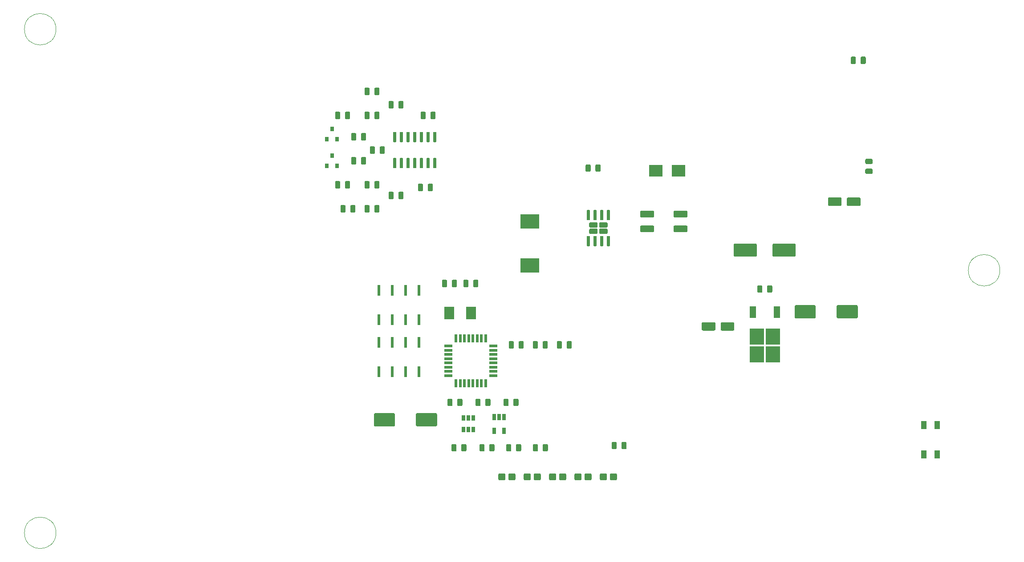
<source format=gbr>
G04 #@! TF.GenerationSoftware,KiCad,Pcbnew,(5.1.5-0-10_14)*
G04 #@! TF.CreationDate,2020-01-18T13:45:36+01:00*
G04 #@! TF.ProjectId,ErnoCCC,45726e6f-4343-4432-9e6b-696361645f70,rev?*
G04 #@! TF.SameCoordinates,Original*
G04 #@! TF.FileFunction,Paste,Top*
G04 #@! TF.FilePolarity,Positive*
%FSLAX46Y46*%
G04 Gerber Fmt 4.6, Leading zero omitted, Abs format (unit mm)*
G04 Created by KiCad (PCBNEW (5.1.5-0-10_14)) date 2020-01-18 13:45:36*
%MOMM*%
%LPD*%
G04 APERTURE LIST*
%ADD10C,0.010000*%
%ADD11C,0.050000*%
%ADD12R,0.650000X1.060000*%
%ADD13R,0.650000X1.220000*%
%ADD14R,1.600000X0.550000*%
%ADD15R,0.550000X1.600000*%
%ADD16R,2.750000X3.050000*%
%ADD17R,1.200000X2.200000*%
%ADD18R,2.500000X2.300000*%
%ADD19R,1.000000X1.500000*%
%ADD20R,3.600000X2.700000*%
%ADD21R,0.600000X2.000000*%
%ADD22R,0.800000X0.900000*%
%ADD23R,1.900000X2.400000*%
G04 APERTURE END LIST*
D10*
X234700000Y-71100000D02*
G75*
G03X234700000Y-71100000I-3000000J0D01*
G01*
X55200000Y-121100000D02*
G75*
G03X55200000Y-121100000I-3000000J0D01*
G01*
X55200000Y-25200000D02*
G75*
G03X55200000Y-25200000I-3000000J0D01*
G01*
D11*
G36*
X207979504Y-57240204D02*
G01*
X208003773Y-57243804D01*
X208027571Y-57249765D01*
X208050671Y-57258030D01*
X208072849Y-57268520D01*
X208093893Y-57281133D01*
X208113598Y-57295747D01*
X208131777Y-57312223D01*
X208148253Y-57330402D01*
X208162867Y-57350107D01*
X208175480Y-57371151D01*
X208185970Y-57393329D01*
X208194235Y-57416429D01*
X208200196Y-57440227D01*
X208203796Y-57464496D01*
X208205000Y-57489000D01*
X208205000Y-58589000D01*
X208203796Y-58613504D01*
X208200196Y-58637773D01*
X208194235Y-58661571D01*
X208185970Y-58684671D01*
X208175480Y-58706849D01*
X208162867Y-58727893D01*
X208148253Y-58747598D01*
X208131777Y-58765777D01*
X208113598Y-58782253D01*
X208093893Y-58796867D01*
X208072849Y-58809480D01*
X208050671Y-58819970D01*
X208027571Y-58828235D01*
X208003773Y-58834196D01*
X207979504Y-58837796D01*
X207955000Y-58839000D01*
X205855000Y-58839000D01*
X205830496Y-58837796D01*
X205806227Y-58834196D01*
X205782429Y-58828235D01*
X205759329Y-58819970D01*
X205737151Y-58809480D01*
X205716107Y-58796867D01*
X205696402Y-58782253D01*
X205678223Y-58765777D01*
X205661747Y-58747598D01*
X205647133Y-58727893D01*
X205634520Y-58706849D01*
X205624030Y-58684671D01*
X205615765Y-58661571D01*
X205609804Y-58637773D01*
X205606204Y-58613504D01*
X205605000Y-58589000D01*
X205605000Y-57489000D01*
X205606204Y-57464496D01*
X205609804Y-57440227D01*
X205615765Y-57416429D01*
X205624030Y-57393329D01*
X205634520Y-57371151D01*
X205647133Y-57350107D01*
X205661747Y-57330402D01*
X205678223Y-57312223D01*
X205696402Y-57295747D01*
X205716107Y-57281133D01*
X205737151Y-57268520D01*
X205759329Y-57258030D01*
X205782429Y-57249765D01*
X205806227Y-57243804D01*
X205830496Y-57240204D01*
X205855000Y-57239000D01*
X207955000Y-57239000D01*
X207979504Y-57240204D01*
G37*
G36*
X204379504Y-57240204D02*
G01*
X204403773Y-57243804D01*
X204427571Y-57249765D01*
X204450671Y-57258030D01*
X204472849Y-57268520D01*
X204493893Y-57281133D01*
X204513598Y-57295747D01*
X204531777Y-57312223D01*
X204548253Y-57330402D01*
X204562867Y-57350107D01*
X204575480Y-57371151D01*
X204585970Y-57393329D01*
X204594235Y-57416429D01*
X204600196Y-57440227D01*
X204603796Y-57464496D01*
X204605000Y-57489000D01*
X204605000Y-58589000D01*
X204603796Y-58613504D01*
X204600196Y-58637773D01*
X204594235Y-58661571D01*
X204585970Y-58684671D01*
X204575480Y-58706849D01*
X204562867Y-58727893D01*
X204548253Y-58747598D01*
X204531777Y-58765777D01*
X204513598Y-58782253D01*
X204493893Y-58796867D01*
X204472849Y-58809480D01*
X204450671Y-58819970D01*
X204427571Y-58828235D01*
X204403773Y-58834196D01*
X204379504Y-58837796D01*
X204355000Y-58839000D01*
X202255000Y-58839000D01*
X202230496Y-58837796D01*
X202206227Y-58834196D01*
X202182429Y-58828235D01*
X202159329Y-58819970D01*
X202137151Y-58809480D01*
X202116107Y-58796867D01*
X202096402Y-58782253D01*
X202078223Y-58765777D01*
X202061747Y-58747598D01*
X202047133Y-58727893D01*
X202034520Y-58706849D01*
X202024030Y-58684671D01*
X202015765Y-58661571D01*
X202009804Y-58637773D01*
X202006204Y-58613504D01*
X202005000Y-58589000D01*
X202005000Y-57489000D01*
X202006204Y-57464496D01*
X202009804Y-57440227D01*
X202015765Y-57416429D01*
X202024030Y-57393329D01*
X202034520Y-57371151D01*
X202047133Y-57350107D01*
X202061747Y-57330402D01*
X202078223Y-57312223D01*
X202096402Y-57295747D01*
X202116107Y-57281133D01*
X202137151Y-57268520D01*
X202159329Y-57258030D01*
X202182429Y-57249765D01*
X202206227Y-57243804D01*
X202230496Y-57240204D01*
X202255000Y-57239000D01*
X204355000Y-57239000D01*
X204379504Y-57240204D01*
G37*
G36*
X183976504Y-80989204D02*
G01*
X184000773Y-80992804D01*
X184024571Y-80998765D01*
X184047671Y-81007030D01*
X184069849Y-81017520D01*
X184090893Y-81030133D01*
X184110598Y-81044747D01*
X184128777Y-81061223D01*
X184145253Y-81079402D01*
X184159867Y-81099107D01*
X184172480Y-81120151D01*
X184182970Y-81142329D01*
X184191235Y-81165429D01*
X184197196Y-81189227D01*
X184200796Y-81213496D01*
X184202000Y-81238000D01*
X184202000Y-82338000D01*
X184200796Y-82362504D01*
X184197196Y-82386773D01*
X184191235Y-82410571D01*
X184182970Y-82433671D01*
X184172480Y-82455849D01*
X184159867Y-82476893D01*
X184145253Y-82496598D01*
X184128777Y-82514777D01*
X184110598Y-82531253D01*
X184090893Y-82545867D01*
X184069849Y-82558480D01*
X184047671Y-82568970D01*
X184024571Y-82577235D01*
X184000773Y-82583196D01*
X183976504Y-82586796D01*
X183952000Y-82588000D01*
X181852000Y-82588000D01*
X181827496Y-82586796D01*
X181803227Y-82583196D01*
X181779429Y-82577235D01*
X181756329Y-82568970D01*
X181734151Y-82558480D01*
X181713107Y-82545867D01*
X181693402Y-82531253D01*
X181675223Y-82514777D01*
X181658747Y-82496598D01*
X181644133Y-82476893D01*
X181631520Y-82455849D01*
X181621030Y-82433671D01*
X181612765Y-82410571D01*
X181606804Y-82386773D01*
X181603204Y-82362504D01*
X181602000Y-82338000D01*
X181602000Y-81238000D01*
X181603204Y-81213496D01*
X181606804Y-81189227D01*
X181612765Y-81165429D01*
X181621030Y-81142329D01*
X181631520Y-81120151D01*
X181644133Y-81099107D01*
X181658747Y-81079402D01*
X181675223Y-81061223D01*
X181693402Y-81044747D01*
X181713107Y-81030133D01*
X181734151Y-81017520D01*
X181756329Y-81007030D01*
X181779429Y-80998765D01*
X181803227Y-80992804D01*
X181827496Y-80989204D01*
X181852000Y-80988000D01*
X183952000Y-80988000D01*
X183976504Y-80989204D01*
G37*
G36*
X180376504Y-80989204D02*
G01*
X180400773Y-80992804D01*
X180424571Y-80998765D01*
X180447671Y-81007030D01*
X180469849Y-81017520D01*
X180490893Y-81030133D01*
X180510598Y-81044747D01*
X180528777Y-81061223D01*
X180545253Y-81079402D01*
X180559867Y-81099107D01*
X180572480Y-81120151D01*
X180582970Y-81142329D01*
X180591235Y-81165429D01*
X180597196Y-81189227D01*
X180600796Y-81213496D01*
X180602000Y-81238000D01*
X180602000Y-82338000D01*
X180600796Y-82362504D01*
X180597196Y-82386773D01*
X180591235Y-82410571D01*
X180582970Y-82433671D01*
X180572480Y-82455849D01*
X180559867Y-82476893D01*
X180545253Y-82496598D01*
X180528777Y-82514777D01*
X180510598Y-82531253D01*
X180490893Y-82545867D01*
X180469849Y-82558480D01*
X180447671Y-82568970D01*
X180424571Y-82577235D01*
X180400773Y-82583196D01*
X180376504Y-82586796D01*
X180352000Y-82588000D01*
X178252000Y-82588000D01*
X178227496Y-82586796D01*
X178203227Y-82583196D01*
X178179429Y-82577235D01*
X178156329Y-82568970D01*
X178134151Y-82558480D01*
X178113107Y-82545867D01*
X178093402Y-82531253D01*
X178075223Y-82514777D01*
X178058747Y-82496598D01*
X178044133Y-82476893D01*
X178031520Y-82455849D01*
X178021030Y-82433671D01*
X178012765Y-82410571D01*
X178006804Y-82386773D01*
X178003204Y-82362504D01*
X178002000Y-82338000D01*
X178002000Y-81238000D01*
X178003204Y-81213496D01*
X178006804Y-81189227D01*
X178012765Y-81165429D01*
X178021030Y-81142329D01*
X178031520Y-81120151D01*
X178044133Y-81099107D01*
X178058747Y-81079402D01*
X178075223Y-81061223D01*
X178093402Y-81044747D01*
X178113107Y-81030133D01*
X178134151Y-81017520D01*
X178156329Y-81007030D01*
X178179429Y-80998765D01*
X178203227Y-80992804D01*
X178227496Y-80989204D01*
X178252000Y-80988000D01*
X180352000Y-80988000D01*
X180376504Y-80989204D01*
G37*
G36*
X127440504Y-98319204D02*
G01*
X127464773Y-98322804D01*
X127488571Y-98328765D01*
X127511671Y-98337030D01*
X127533849Y-98347520D01*
X127554893Y-98360133D01*
X127574598Y-98374747D01*
X127592777Y-98391223D01*
X127609253Y-98409402D01*
X127623867Y-98429107D01*
X127636480Y-98450151D01*
X127646970Y-98472329D01*
X127655235Y-98495429D01*
X127661196Y-98519227D01*
X127664796Y-98543496D01*
X127666000Y-98568000D01*
X127666000Y-100568000D01*
X127664796Y-100592504D01*
X127661196Y-100616773D01*
X127655235Y-100640571D01*
X127646970Y-100663671D01*
X127636480Y-100685849D01*
X127623867Y-100706893D01*
X127609253Y-100726598D01*
X127592777Y-100744777D01*
X127574598Y-100761253D01*
X127554893Y-100775867D01*
X127533849Y-100788480D01*
X127511671Y-100798970D01*
X127488571Y-100807235D01*
X127464773Y-100813196D01*
X127440504Y-100816796D01*
X127416000Y-100818000D01*
X123916000Y-100818000D01*
X123891496Y-100816796D01*
X123867227Y-100813196D01*
X123843429Y-100807235D01*
X123820329Y-100798970D01*
X123798151Y-100788480D01*
X123777107Y-100775867D01*
X123757402Y-100761253D01*
X123739223Y-100744777D01*
X123722747Y-100726598D01*
X123708133Y-100706893D01*
X123695520Y-100685849D01*
X123685030Y-100663671D01*
X123676765Y-100640571D01*
X123670804Y-100616773D01*
X123667204Y-100592504D01*
X123666000Y-100568000D01*
X123666000Y-98568000D01*
X123667204Y-98543496D01*
X123670804Y-98519227D01*
X123676765Y-98495429D01*
X123685030Y-98472329D01*
X123695520Y-98450151D01*
X123708133Y-98429107D01*
X123722747Y-98409402D01*
X123739223Y-98391223D01*
X123757402Y-98374747D01*
X123777107Y-98360133D01*
X123798151Y-98347520D01*
X123820329Y-98337030D01*
X123843429Y-98328765D01*
X123867227Y-98322804D01*
X123891496Y-98319204D01*
X123916000Y-98318000D01*
X127416000Y-98318000D01*
X127440504Y-98319204D01*
G37*
G36*
X119440504Y-98319204D02*
G01*
X119464773Y-98322804D01*
X119488571Y-98328765D01*
X119511671Y-98337030D01*
X119533849Y-98347520D01*
X119554893Y-98360133D01*
X119574598Y-98374747D01*
X119592777Y-98391223D01*
X119609253Y-98409402D01*
X119623867Y-98429107D01*
X119636480Y-98450151D01*
X119646970Y-98472329D01*
X119655235Y-98495429D01*
X119661196Y-98519227D01*
X119664796Y-98543496D01*
X119666000Y-98568000D01*
X119666000Y-100568000D01*
X119664796Y-100592504D01*
X119661196Y-100616773D01*
X119655235Y-100640571D01*
X119646970Y-100663671D01*
X119636480Y-100685849D01*
X119623867Y-100706893D01*
X119609253Y-100726598D01*
X119592777Y-100744777D01*
X119574598Y-100761253D01*
X119554893Y-100775867D01*
X119533849Y-100788480D01*
X119511671Y-100798970D01*
X119488571Y-100807235D01*
X119464773Y-100813196D01*
X119440504Y-100816796D01*
X119416000Y-100818000D01*
X115916000Y-100818000D01*
X115891496Y-100816796D01*
X115867227Y-100813196D01*
X115843429Y-100807235D01*
X115820329Y-100798970D01*
X115798151Y-100788480D01*
X115777107Y-100775867D01*
X115757402Y-100761253D01*
X115739223Y-100744777D01*
X115722747Y-100726598D01*
X115708133Y-100706893D01*
X115695520Y-100685849D01*
X115685030Y-100663671D01*
X115676765Y-100640571D01*
X115670804Y-100616773D01*
X115667204Y-100592504D01*
X115666000Y-100568000D01*
X115666000Y-98568000D01*
X115667204Y-98543496D01*
X115670804Y-98519227D01*
X115676765Y-98495429D01*
X115685030Y-98472329D01*
X115695520Y-98450151D01*
X115708133Y-98429107D01*
X115722747Y-98409402D01*
X115739223Y-98391223D01*
X115757402Y-98374747D01*
X115777107Y-98360133D01*
X115798151Y-98347520D01*
X115820329Y-98337030D01*
X115843429Y-98328765D01*
X115867227Y-98322804D01*
X115891496Y-98319204D01*
X115916000Y-98318000D01*
X119416000Y-98318000D01*
X119440504Y-98319204D01*
G37*
G36*
X148525142Y-104203174D02*
G01*
X148548803Y-104206684D01*
X148572007Y-104212496D01*
X148594529Y-104220554D01*
X148616153Y-104230782D01*
X148636670Y-104243079D01*
X148655883Y-104257329D01*
X148673607Y-104273393D01*
X148689671Y-104291117D01*
X148703921Y-104310330D01*
X148716218Y-104330847D01*
X148726446Y-104352471D01*
X148734504Y-104374993D01*
X148740316Y-104398197D01*
X148743826Y-104421858D01*
X148745000Y-104445750D01*
X148745000Y-105358250D01*
X148743826Y-105382142D01*
X148740316Y-105405803D01*
X148734504Y-105429007D01*
X148726446Y-105451529D01*
X148716218Y-105473153D01*
X148703921Y-105493670D01*
X148689671Y-105512883D01*
X148673607Y-105530607D01*
X148655883Y-105546671D01*
X148636670Y-105560921D01*
X148616153Y-105573218D01*
X148594529Y-105583446D01*
X148572007Y-105591504D01*
X148548803Y-105597316D01*
X148525142Y-105600826D01*
X148501250Y-105602000D01*
X148013750Y-105602000D01*
X147989858Y-105600826D01*
X147966197Y-105597316D01*
X147942993Y-105591504D01*
X147920471Y-105583446D01*
X147898847Y-105573218D01*
X147878330Y-105560921D01*
X147859117Y-105546671D01*
X147841393Y-105530607D01*
X147825329Y-105512883D01*
X147811079Y-105493670D01*
X147798782Y-105473153D01*
X147788554Y-105451529D01*
X147780496Y-105429007D01*
X147774684Y-105405803D01*
X147771174Y-105382142D01*
X147770000Y-105358250D01*
X147770000Y-104445750D01*
X147771174Y-104421858D01*
X147774684Y-104398197D01*
X147780496Y-104374993D01*
X147788554Y-104352471D01*
X147798782Y-104330847D01*
X147811079Y-104310330D01*
X147825329Y-104291117D01*
X147841393Y-104273393D01*
X147859117Y-104257329D01*
X147878330Y-104243079D01*
X147898847Y-104230782D01*
X147920471Y-104220554D01*
X147942993Y-104212496D01*
X147966197Y-104206684D01*
X147989858Y-104203174D01*
X148013750Y-104202000D01*
X148501250Y-104202000D01*
X148525142Y-104203174D01*
G37*
G36*
X146650142Y-104203174D02*
G01*
X146673803Y-104206684D01*
X146697007Y-104212496D01*
X146719529Y-104220554D01*
X146741153Y-104230782D01*
X146761670Y-104243079D01*
X146780883Y-104257329D01*
X146798607Y-104273393D01*
X146814671Y-104291117D01*
X146828921Y-104310330D01*
X146841218Y-104330847D01*
X146851446Y-104352471D01*
X146859504Y-104374993D01*
X146865316Y-104398197D01*
X146868826Y-104421858D01*
X146870000Y-104445750D01*
X146870000Y-105358250D01*
X146868826Y-105382142D01*
X146865316Y-105405803D01*
X146859504Y-105429007D01*
X146851446Y-105451529D01*
X146841218Y-105473153D01*
X146828921Y-105493670D01*
X146814671Y-105512883D01*
X146798607Y-105530607D01*
X146780883Y-105546671D01*
X146761670Y-105560921D01*
X146741153Y-105573218D01*
X146719529Y-105583446D01*
X146697007Y-105591504D01*
X146673803Y-105597316D01*
X146650142Y-105600826D01*
X146626250Y-105602000D01*
X146138750Y-105602000D01*
X146114858Y-105600826D01*
X146091197Y-105597316D01*
X146067993Y-105591504D01*
X146045471Y-105583446D01*
X146023847Y-105573218D01*
X146003330Y-105560921D01*
X145984117Y-105546671D01*
X145966393Y-105530607D01*
X145950329Y-105512883D01*
X145936079Y-105493670D01*
X145923782Y-105473153D01*
X145913554Y-105451529D01*
X145905496Y-105429007D01*
X145899684Y-105405803D01*
X145896174Y-105382142D01*
X145895000Y-105358250D01*
X145895000Y-104445750D01*
X145896174Y-104421858D01*
X145899684Y-104398197D01*
X145905496Y-104374993D01*
X145913554Y-104352471D01*
X145923782Y-104330847D01*
X145936079Y-104310330D01*
X145950329Y-104291117D01*
X145966393Y-104273393D01*
X145984117Y-104257329D01*
X146003330Y-104243079D01*
X146023847Y-104230782D01*
X146045471Y-104220554D01*
X146067993Y-104212496D01*
X146091197Y-104206684D01*
X146114858Y-104203174D01*
X146138750Y-104202000D01*
X146626250Y-104202000D01*
X146650142Y-104203174D01*
G37*
G36*
X131156142Y-104203174D02*
G01*
X131179803Y-104206684D01*
X131203007Y-104212496D01*
X131225529Y-104220554D01*
X131247153Y-104230782D01*
X131267670Y-104243079D01*
X131286883Y-104257329D01*
X131304607Y-104273393D01*
X131320671Y-104291117D01*
X131334921Y-104310330D01*
X131347218Y-104330847D01*
X131357446Y-104352471D01*
X131365504Y-104374993D01*
X131371316Y-104398197D01*
X131374826Y-104421858D01*
X131376000Y-104445750D01*
X131376000Y-105358250D01*
X131374826Y-105382142D01*
X131371316Y-105405803D01*
X131365504Y-105429007D01*
X131357446Y-105451529D01*
X131347218Y-105473153D01*
X131334921Y-105493670D01*
X131320671Y-105512883D01*
X131304607Y-105530607D01*
X131286883Y-105546671D01*
X131267670Y-105560921D01*
X131247153Y-105573218D01*
X131225529Y-105583446D01*
X131203007Y-105591504D01*
X131179803Y-105597316D01*
X131156142Y-105600826D01*
X131132250Y-105602000D01*
X130644750Y-105602000D01*
X130620858Y-105600826D01*
X130597197Y-105597316D01*
X130573993Y-105591504D01*
X130551471Y-105583446D01*
X130529847Y-105573218D01*
X130509330Y-105560921D01*
X130490117Y-105546671D01*
X130472393Y-105530607D01*
X130456329Y-105512883D01*
X130442079Y-105493670D01*
X130429782Y-105473153D01*
X130419554Y-105451529D01*
X130411496Y-105429007D01*
X130405684Y-105405803D01*
X130402174Y-105382142D01*
X130401000Y-105358250D01*
X130401000Y-104445750D01*
X130402174Y-104421858D01*
X130405684Y-104398197D01*
X130411496Y-104374993D01*
X130419554Y-104352471D01*
X130429782Y-104330847D01*
X130442079Y-104310330D01*
X130456329Y-104291117D01*
X130472393Y-104273393D01*
X130490117Y-104257329D01*
X130509330Y-104243079D01*
X130529847Y-104230782D01*
X130551471Y-104220554D01*
X130573993Y-104212496D01*
X130597197Y-104206684D01*
X130620858Y-104203174D01*
X130644750Y-104202000D01*
X131132250Y-104202000D01*
X131156142Y-104203174D01*
G37*
G36*
X133031142Y-104203174D02*
G01*
X133054803Y-104206684D01*
X133078007Y-104212496D01*
X133100529Y-104220554D01*
X133122153Y-104230782D01*
X133142670Y-104243079D01*
X133161883Y-104257329D01*
X133179607Y-104273393D01*
X133195671Y-104291117D01*
X133209921Y-104310330D01*
X133222218Y-104330847D01*
X133232446Y-104352471D01*
X133240504Y-104374993D01*
X133246316Y-104398197D01*
X133249826Y-104421858D01*
X133251000Y-104445750D01*
X133251000Y-105358250D01*
X133249826Y-105382142D01*
X133246316Y-105405803D01*
X133240504Y-105429007D01*
X133232446Y-105451529D01*
X133222218Y-105473153D01*
X133209921Y-105493670D01*
X133195671Y-105512883D01*
X133179607Y-105530607D01*
X133161883Y-105546671D01*
X133142670Y-105560921D01*
X133122153Y-105573218D01*
X133100529Y-105583446D01*
X133078007Y-105591504D01*
X133054803Y-105597316D01*
X133031142Y-105600826D01*
X133007250Y-105602000D01*
X132519750Y-105602000D01*
X132495858Y-105600826D01*
X132472197Y-105597316D01*
X132448993Y-105591504D01*
X132426471Y-105583446D01*
X132404847Y-105573218D01*
X132384330Y-105560921D01*
X132365117Y-105546671D01*
X132347393Y-105530607D01*
X132331329Y-105512883D01*
X132317079Y-105493670D01*
X132304782Y-105473153D01*
X132294554Y-105451529D01*
X132286496Y-105429007D01*
X132280684Y-105405803D01*
X132277174Y-105382142D01*
X132276000Y-105358250D01*
X132276000Y-104445750D01*
X132277174Y-104421858D01*
X132280684Y-104398197D01*
X132286496Y-104374993D01*
X132294554Y-104352471D01*
X132304782Y-104330847D01*
X132317079Y-104310330D01*
X132331329Y-104291117D01*
X132347393Y-104273393D01*
X132365117Y-104257329D01*
X132384330Y-104243079D01*
X132404847Y-104230782D01*
X132426471Y-104220554D01*
X132448993Y-104212496D01*
X132472197Y-104206684D01*
X132495858Y-104203174D01*
X132519750Y-104202000D01*
X133007250Y-104202000D01*
X133031142Y-104203174D01*
G37*
G36*
X142937142Y-95567174D02*
G01*
X142960803Y-95570684D01*
X142984007Y-95576496D01*
X143006529Y-95584554D01*
X143028153Y-95594782D01*
X143048670Y-95607079D01*
X143067883Y-95621329D01*
X143085607Y-95637393D01*
X143101671Y-95655117D01*
X143115921Y-95674330D01*
X143128218Y-95694847D01*
X143138446Y-95716471D01*
X143146504Y-95738993D01*
X143152316Y-95762197D01*
X143155826Y-95785858D01*
X143157000Y-95809750D01*
X143157000Y-96722250D01*
X143155826Y-96746142D01*
X143152316Y-96769803D01*
X143146504Y-96793007D01*
X143138446Y-96815529D01*
X143128218Y-96837153D01*
X143115921Y-96857670D01*
X143101671Y-96876883D01*
X143085607Y-96894607D01*
X143067883Y-96910671D01*
X143048670Y-96924921D01*
X143028153Y-96937218D01*
X143006529Y-96947446D01*
X142984007Y-96955504D01*
X142960803Y-96961316D01*
X142937142Y-96964826D01*
X142913250Y-96966000D01*
X142425750Y-96966000D01*
X142401858Y-96964826D01*
X142378197Y-96961316D01*
X142354993Y-96955504D01*
X142332471Y-96947446D01*
X142310847Y-96937218D01*
X142290330Y-96924921D01*
X142271117Y-96910671D01*
X142253393Y-96894607D01*
X142237329Y-96876883D01*
X142223079Y-96857670D01*
X142210782Y-96837153D01*
X142200554Y-96815529D01*
X142192496Y-96793007D01*
X142186684Y-96769803D01*
X142183174Y-96746142D01*
X142182000Y-96722250D01*
X142182000Y-95809750D01*
X142183174Y-95785858D01*
X142186684Y-95762197D01*
X142192496Y-95738993D01*
X142200554Y-95716471D01*
X142210782Y-95694847D01*
X142223079Y-95674330D01*
X142237329Y-95655117D01*
X142253393Y-95637393D01*
X142271117Y-95621329D01*
X142290330Y-95607079D01*
X142310847Y-95594782D01*
X142332471Y-95584554D01*
X142354993Y-95576496D01*
X142378197Y-95570684D01*
X142401858Y-95567174D01*
X142425750Y-95566000D01*
X142913250Y-95566000D01*
X142937142Y-95567174D01*
G37*
G36*
X141062142Y-95567174D02*
G01*
X141085803Y-95570684D01*
X141109007Y-95576496D01*
X141131529Y-95584554D01*
X141153153Y-95594782D01*
X141173670Y-95607079D01*
X141192883Y-95621329D01*
X141210607Y-95637393D01*
X141226671Y-95655117D01*
X141240921Y-95674330D01*
X141253218Y-95694847D01*
X141263446Y-95716471D01*
X141271504Y-95738993D01*
X141277316Y-95762197D01*
X141280826Y-95785858D01*
X141282000Y-95809750D01*
X141282000Y-96722250D01*
X141280826Y-96746142D01*
X141277316Y-96769803D01*
X141271504Y-96793007D01*
X141263446Y-96815529D01*
X141253218Y-96837153D01*
X141240921Y-96857670D01*
X141226671Y-96876883D01*
X141210607Y-96894607D01*
X141192883Y-96910671D01*
X141173670Y-96924921D01*
X141153153Y-96937218D01*
X141131529Y-96947446D01*
X141109007Y-96955504D01*
X141085803Y-96961316D01*
X141062142Y-96964826D01*
X141038250Y-96966000D01*
X140550750Y-96966000D01*
X140526858Y-96964826D01*
X140503197Y-96961316D01*
X140479993Y-96955504D01*
X140457471Y-96947446D01*
X140435847Y-96937218D01*
X140415330Y-96924921D01*
X140396117Y-96910671D01*
X140378393Y-96894607D01*
X140362329Y-96876883D01*
X140348079Y-96857670D01*
X140335782Y-96837153D01*
X140325554Y-96815529D01*
X140317496Y-96793007D01*
X140311684Y-96769803D01*
X140308174Y-96746142D01*
X140307000Y-96722250D01*
X140307000Y-95809750D01*
X140308174Y-95785858D01*
X140311684Y-95762197D01*
X140317496Y-95738993D01*
X140325554Y-95716471D01*
X140335782Y-95694847D01*
X140348079Y-95674330D01*
X140362329Y-95655117D01*
X140378393Y-95637393D01*
X140396117Y-95621329D01*
X140415330Y-95607079D01*
X140435847Y-95594782D01*
X140457471Y-95584554D01*
X140479993Y-95576496D01*
X140503197Y-95570684D01*
X140526858Y-95567174D01*
X140550750Y-95566000D01*
X141038250Y-95566000D01*
X141062142Y-95567174D01*
G37*
D12*
X133604000Y-99230000D03*
X132654000Y-99230000D03*
X134554000Y-99230000D03*
X134554000Y-101430000D03*
X133604000Y-101430000D03*
X132654000Y-101430000D03*
D13*
X140396000Y-101640000D03*
X138496000Y-101640000D03*
X138496000Y-99020000D03*
X139446000Y-99020000D03*
X140396000Y-99020000D03*
D11*
G36*
X138365142Y-104203174D02*
G01*
X138388803Y-104206684D01*
X138412007Y-104212496D01*
X138434529Y-104220554D01*
X138456153Y-104230782D01*
X138476670Y-104243079D01*
X138495883Y-104257329D01*
X138513607Y-104273393D01*
X138529671Y-104291117D01*
X138543921Y-104310330D01*
X138556218Y-104330847D01*
X138566446Y-104352471D01*
X138574504Y-104374993D01*
X138580316Y-104398197D01*
X138583826Y-104421858D01*
X138585000Y-104445750D01*
X138585000Y-105358250D01*
X138583826Y-105382142D01*
X138580316Y-105405803D01*
X138574504Y-105429007D01*
X138566446Y-105451529D01*
X138556218Y-105473153D01*
X138543921Y-105493670D01*
X138529671Y-105512883D01*
X138513607Y-105530607D01*
X138495883Y-105546671D01*
X138476670Y-105560921D01*
X138456153Y-105573218D01*
X138434529Y-105583446D01*
X138412007Y-105591504D01*
X138388803Y-105597316D01*
X138365142Y-105600826D01*
X138341250Y-105602000D01*
X137853750Y-105602000D01*
X137829858Y-105600826D01*
X137806197Y-105597316D01*
X137782993Y-105591504D01*
X137760471Y-105583446D01*
X137738847Y-105573218D01*
X137718330Y-105560921D01*
X137699117Y-105546671D01*
X137681393Y-105530607D01*
X137665329Y-105512883D01*
X137651079Y-105493670D01*
X137638782Y-105473153D01*
X137628554Y-105451529D01*
X137620496Y-105429007D01*
X137614684Y-105405803D01*
X137611174Y-105382142D01*
X137610000Y-105358250D01*
X137610000Y-104445750D01*
X137611174Y-104421858D01*
X137614684Y-104398197D01*
X137620496Y-104374993D01*
X137628554Y-104352471D01*
X137638782Y-104330847D01*
X137651079Y-104310330D01*
X137665329Y-104291117D01*
X137681393Y-104273393D01*
X137699117Y-104257329D01*
X137718330Y-104243079D01*
X137738847Y-104230782D01*
X137760471Y-104220554D01*
X137782993Y-104212496D01*
X137806197Y-104206684D01*
X137829858Y-104203174D01*
X137853750Y-104202000D01*
X138341250Y-104202000D01*
X138365142Y-104203174D01*
G37*
G36*
X136490142Y-104203174D02*
G01*
X136513803Y-104206684D01*
X136537007Y-104212496D01*
X136559529Y-104220554D01*
X136581153Y-104230782D01*
X136601670Y-104243079D01*
X136620883Y-104257329D01*
X136638607Y-104273393D01*
X136654671Y-104291117D01*
X136668921Y-104310330D01*
X136681218Y-104330847D01*
X136691446Y-104352471D01*
X136699504Y-104374993D01*
X136705316Y-104398197D01*
X136708826Y-104421858D01*
X136710000Y-104445750D01*
X136710000Y-105358250D01*
X136708826Y-105382142D01*
X136705316Y-105405803D01*
X136699504Y-105429007D01*
X136691446Y-105451529D01*
X136681218Y-105473153D01*
X136668921Y-105493670D01*
X136654671Y-105512883D01*
X136638607Y-105530607D01*
X136620883Y-105546671D01*
X136601670Y-105560921D01*
X136581153Y-105573218D01*
X136559529Y-105583446D01*
X136537007Y-105591504D01*
X136513803Y-105597316D01*
X136490142Y-105600826D01*
X136466250Y-105602000D01*
X135978750Y-105602000D01*
X135954858Y-105600826D01*
X135931197Y-105597316D01*
X135907993Y-105591504D01*
X135885471Y-105583446D01*
X135863847Y-105573218D01*
X135843330Y-105560921D01*
X135824117Y-105546671D01*
X135806393Y-105530607D01*
X135790329Y-105512883D01*
X135776079Y-105493670D01*
X135763782Y-105473153D01*
X135753554Y-105451529D01*
X135745496Y-105429007D01*
X135739684Y-105405803D01*
X135736174Y-105382142D01*
X135735000Y-105358250D01*
X135735000Y-104445750D01*
X135736174Y-104421858D01*
X135739684Y-104398197D01*
X135745496Y-104374993D01*
X135753554Y-104352471D01*
X135763782Y-104330847D01*
X135776079Y-104310330D01*
X135790329Y-104291117D01*
X135806393Y-104273393D01*
X135824117Y-104257329D01*
X135843330Y-104243079D01*
X135863847Y-104230782D01*
X135885471Y-104220554D01*
X135907993Y-104212496D01*
X135931197Y-104206684D01*
X135954858Y-104203174D01*
X135978750Y-104202000D01*
X136466250Y-104202000D01*
X136490142Y-104203174D01*
G37*
G36*
X143445142Y-104203174D02*
G01*
X143468803Y-104206684D01*
X143492007Y-104212496D01*
X143514529Y-104220554D01*
X143536153Y-104230782D01*
X143556670Y-104243079D01*
X143575883Y-104257329D01*
X143593607Y-104273393D01*
X143609671Y-104291117D01*
X143623921Y-104310330D01*
X143636218Y-104330847D01*
X143646446Y-104352471D01*
X143654504Y-104374993D01*
X143660316Y-104398197D01*
X143663826Y-104421858D01*
X143665000Y-104445750D01*
X143665000Y-105358250D01*
X143663826Y-105382142D01*
X143660316Y-105405803D01*
X143654504Y-105429007D01*
X143646446Y-105451529D01*
X143636218Y-105473153D01*
X143623921Y-105493670D01*
X143609671Y-105512883D01*
X143593607Y-105530607D01*
X143575883Y-105546671D01*
X143556670Y-105560921D01*
X143536153Y-105573218D01*
X143514529Y-105583446D01*
X143492007Y-105591504D01*
X143468803Y-105597316D01*
X143445142Y-105600826D01*
X143421250Y-105602000D01*
X142933750Y-105602000D01*
X142909858Y-105600826D01*
X142886197Y-105597316D01*
X142862993Y-105591504D01*
X142840471Y-105583446D01*
X142818847Y-105573218D01*
X142798330Y-105560921D01*
X142779117Y-105546671D01*
X142761393Y-105530607D01*
X142745329Y-105512883D01*
X142731079Y-105493670D01*
X142718782Y-105473153D01*
X142708554Y-105451529D01*
X142700496Y-105429007D01*
X142694684Y-105405803D01*
X142691174Y-105382142D01*
X142690000Y-105358250D01*
X142690000Y-104445750D01*
X142691174Y-104421858D01*
X142694684Y-104398197D01*
X142700496Y-104374993D01*
X142708554Y-104352471D01*
X142718782Y-104330847D01*
X142731079Y-104310330D01*
X142745329Y-104291117D01*
X142761393Y-104273393D01*
X142779117Y-104257329D01*
X142798330Y-104243079D01*
X142818847Y-104230782D01*
X142840471Y-104220554D01*
X142862993Y-104212496D01*
X142886197Y-104206684D01*
X142909858Y-104203174D01*
X142933750Y-104202000D01*
X143421250Y-104202000D01*
X143445142Y-104203174D01*
G37*
G36*
X141570142Y-104203174D02*
G01*
X141593803Y-104206684D01*
X141617007Y-104212496D01*
X141639529Y-104220554D01*
X141661153Y-104230782D01*
X141681670Y-104243079D01*
X141700883Y-104257329D01*
X141718607Y-104273393D01*
X141734671Y-104291117D01*
X141748921Y-104310330D01*
X141761218Y-104330847D01*
X141771446Y-104352471D01*
X141779504Y-104374993D01*
X141785316Y-104398197D01*
X141788826Y-104421858D01*
X141790000Y-104445750D01*
X141790000Y-105358250D01*
X141788826Y-105382142D01*
X141785316Y-105405803D01*
X141779504Y-105429007D01*
X141771446Y-105451529D01*
X141761218Y-105473153D01*
X141748921Y-105493670D01*
X141734671Y-105512883D01*
X141718607Y-105530607D01*
X141700883Y-105546671D01*
X141681670Y-105560921D01*
X141661153Y-105573218D01*
X141639529Y-105583446D01*
X141617007Y-105591504D01*
X141593803Y-105597316D01*
X141570142Y-105600826D01*
X141546250Y-105602000D01*
X141058750Y-105602000D01*
X141034858Y-105600826D01*
X141011197Y-105597316D01*
X140987993Y-105591504D01*
X140965471Y-105583446D01*
X140943847Y-105573218D01*
X140923330Y-105560921D01*
X140904117Y-105546671D01*
X140886393Y-105530607D01*
X140870329Y-105512883D01*
X140856079Y-105493670D01*
X140843782Y-105473153D01*
X140833554Y-105451529D01*
X140825496Y-105429007D01*
X140819684Y-105405803D01*
X140816174Y-105382142D01*
X140815000Y-105358250D01*
X140815000Y-104445750D01*
X140816174Y-104421858D01*
X140819684Y-104398197D01*
X140825496Y-104374993D01*
X140833554Y-104352471D01*
X140843782Y-104330847D01*
X140856079Y-104310330D01*
X140870329Y-104291117D01*
X140886393Y-104273393D01*
X140904117Y-104257329D01*
X140923330Y-104243079D01*
X140943847Y-104230782D01*
X140965471Y-104220554D01*
X140987993Y-104212496D01*
X141011197Y-104206684D01*
X141034858Y-104203174D01*
X141058750Y-104202000D01*
X141546250Y-104202000D01*
X141570142Y-104203174D01*
G37*
D14*
X138344000Y-85542000D03*
X138344000Y-86342000D03*
X138344000Y-87142000D03*
X138344000Y-87942000D03*
X138344000Y-88742000D03*
X138344000Y-89542000D03*
X138344000Y-90342000D03*
X138344000Y-91142000D03*
D15*
X136894000Y-92592000D03*
X136094000Y-92592000D03*
X135294000Y-92592000D03*
X134494000Y-92592000D03*
X133694000Y-92592000D03*
X132894000Y-92592000D03*
X132094000Y-92592000D03*
X131294000Y-92592000D03*
D14*
X129844000Y-91142000D03*
X129844000Y-90342000D03*
X129844000Y-89542000D03*
X129844000Y-88742000D03*
X129844000Y-87942000D03*
X129844000Y-87142000D03*
X129844000Y-86342000D03*
X129844000Y-85542000D03*
D15*
X131294000Y-84092000D03*
X132094000Y-84092000D03*
X132894000Y-84092000D03*
X133694000Y-84092000D03*
X134494000Y-84092000D03*
X135294000Y-84092000D03*
X136094000Y-84092000D03*
X136894000Y-84092000D03*
D16*
X188467000Y-83737000D03*
X191517000Y-87087000D03*
X191517000Y-83737000D03*
X188467000Y-87087000D03*
D17*
X187712000Y-79112000D03*
X192272000Y-79112000D03*
D11*
G36*
X195648504Y-66011204D02*
G01*
X195672773Y-66014804D01*
X195696571Y-66020765D01*
X195719671Y-66029030D01*
X195741849Y-66039520D01*
X195762893Y-66052133D01*
X195782598Y-66066747D01*
X195800777Y-66083223D01*
X195817253Y-66101402D01*
X195831867Y-66121107D01*
X195844480Y-66142151D01*
X195854970Y-66164329D01*
X195863235Y-66187429D01*
X195869196Y-66211227D01*
X195872796Y-66235496D01*
X195874000Y-66260000D01*
X195874000Y-68260000D01*
X195872796Y-68284504D01*
X195869196Y-68308773D01*
X195863235Y-68332571D01*
X195854970Y-68355671D01*
X195844480Y-68377849D01*
X195831867Y-68398893D01*
X195817253Y-68418598D01*
X195800777Y-68436777D01*
X195782598Y-68453253D01*
X195762893Y-68467867D01*
X195741849Y-68480480D01*
X195719671Y-68490970D01*
X195696571Y-68499235D01*
X195672773Y-68505196D01*
X195648504Y-68508796D01*
X195624000Y-68510000D01*
X191724000Y-68510000D01*
X191699496Y-68508796D01*
X191675227Y-68505196D01*
X191651429Y-68499235D01*
X191628329Y-68490970D01*
X191606151Y-68480480D01*
X191585107Y-68467867D01*
X191565402Y-68453253D01*
X191547223Y-68436777D01*
X191530747Y-68418598D01*
X191516133Y-68398893D01*
X191503520Y-68377849D01*
X191493030Y-68355671D01*
X191484765Y-68332571D01*
X191478804Y-68308773D01*
X191475204Y-68284504D01*
X191474000Y-68260000D01*
X191474000Y-66260000D01*
X191475204Y-66235496D01*
X191478804Y-66211227D01*
X191484765Y-66187429D01*
X191493030Y-66164329D01*
X191503520Y-66142151D01*
X191516133Y-66121107D01*
X191530747Y-66101402D01*
X191547223Y-66083223D01*
X191565402Y-66066747D01*
X191585107Y-66052133D01*
X191606151Y-66039520D01*
X191628329Y-66029030D01*
X191651429Y-66020765D01*
X191675227Y-66014804D01*
X191699496Y-66011204D01*
X191724000Y-66010000D01*
X195624000Y-66010000D01*
X195648504Y-66011204D01*
G37*
G36*
X188248504Y-66011204D02*
G01*
X188272773Y-66014804D01*
X188296571Y-66020765D01*
X188319671Y-66029030D01*
X188341849Y-66039520D01*
X188362893Y-66052133D01*
X188382598Y-66066747D01*
X188400777Y-66083223D01*
X188417253Y-66101402D01*
X188431867Y-66121107D01*
X188444480Y-66142151D01*
X188454970Y-66164329D01*
X188463235Y-66187429D01*
X188469196Y-66211227D01*
X188472796Y-66235496D01*
X188474000Y-66260000D01*
X188474000Y-68260000D01*
X188472796Y-68284504D01*
X188469196Y-68308773D01*
X188463235Y-68332571D01*
X188454970Y-68355671D01*
X188444480Y-68377849D01*
X188431867Y-68398893D01*
X188417253Y-68418598D01*
X188400777Y-68436777D01*
X188382598Y-68453253D01*
X188362893Y-68467867D01*
X188341849Y-68480480D01*
X188319671Y-68490970D01*
X188296571Y-68499235D01*
X188272773Y-68505196D01*
X188248504Y-68508796D01*
X188224000Y-68510000D01*
X184324000Y-68510000D01*
X184299496Y-68508796D01*
X184275227Y-68505196D01*
X184251429Y-68499235D01*
X184228329Y-68490970D01*
X184206151Y-68480480D01*
X184185107Y-68467867D01*
X184165402Y-68453253D01*
X184147223Y-68436777D01*
X184130747Y-68418598D01*
X184116133Y-68398893D01*
X184103520Y-68377849D01*
X184093030Y-68355671D01*
X184084765Y-68332571D01*
X184078804Y-68308773D01*
X184075204Y-68284504D01*
X184074000Y-68260000D01*
X184074000Y-66260000D01*
X184075204Y-66235496D01*
X184078804Y-66211227D01*
X184084765Y-66187429D01*
X184093030Y-66164329D01*
X184103520Y-66142151D01*
X184116133Y-66121107D01*
X184130747Y-66101402D01*
X184147223Y-66083223D01*
X184165402Y-66066747D01*
X184185107Y-66052133D01*
X184206151Y-66039520D01*
X184228329Y-66029030D01*
X184251429Y-66020765D01*
X184275227Y-66014804D01*
X184299496Y-66011204D01*
X184324000Y-66010000D01*
X188224000Y-66010000D01*
X188248504Y-66011204D01*
G37*
G36*
X207450504Y-77745204D02*
G01*
X207474773Y-77748804D01*
X207498571Y-77754765D01*
X207521671Y-77763030D01*
X207543849Y-77773520D01*
X207564893Y-77786133D01*
X207584598Y-77800747D01*
X207602777Y-77817223D01*
X207619253Y-77835402D01*
X207633867Y-77855107D01*
X207646480Y-77876151D01*
X207656970Y-77898329D01*
X207665235Y-77921429D01*
X207671196Y-77945227D01*
X207674796Y-77969496D01*
X207676000Y-77994000D01*
X207676000Y-79994000D01*
X207674796Y-80018504D01*
X207671196Y-80042773D01*
X207665235Y-80066571D01*
X207656970Y-80089671D01*
X207646480Y-80111849D01*
X207633867Y-80132893D01*
X207619253Y-80152598D01*
X207602777Y-80170777D01*
X207584598Y-80187253D01*
X207564893Y-80201867D01*
X207543849Y-80214480D01*
X207521671Y-80224970D01*
X207498571Y-80233235D01*
X207474773Y-80239196D01*
X207450504Y-80242796D01*
X207426000Y-80244000D01*
X203926000Y-80244000D01*
X203901496Y-80242796D01*
X203877227Y-80239196D01*
X203853429Y-80233235D01*
X203830329Y-80224970D01*
X203808151Y-80214480D01*
X203787107Y-80201867D01*
X203767402Y-80187253D01*
X203749223Y-80170777D01*
X203732747Y-80152598D01*
X203718133Y-80132893D01*
X203705520Y-80111849D01*
X203695030Y-80089671D01*
X203686765Y-80066571D01*
X203680804Y-80042773D01*
X203677204Y-80018504D01*
X203676000Y-79994000D01*
X203676000Y-77994000D01*
X203677204Y-77969496D01*
X203680804Y-77945227D01*
X203686765Y-77921429D01*
X203695030Y-77898329D01*
X203705520Y-77876151D01*
X203718133Y-77855107D01*
X203732747Y-77835402D01*
X203749223Y-77817223D01*
X203767402Y-77800747D01*
X203787107Y-77786133D01*
X203808151Y-77773520D01*
X203830329Y-77763030D01*
X203853429Y-77754765D01*
X203877227Y-77748804D01*
X203901496Y-77745204D01*
X203926000Y-77744000D01*
X207426000Y-77744000D01*
X207450504Y-77745204D01*
G37*
G36*
X199450504Y-77745204D02*
G01*
X199474773Y-77748804D01*
X199498571Y-77754765D01*
X199521671Y-77763030D01*
X199543849Y-77773520D01*
X199564893Y-77786133D01*
X199584598Y-77800747D01*
X199602777Y-77817223D01*
X199619253Y-77835402D01*
X199633867Y-77855107D01*
X199646480Y-77876151D01*
X199656970Y-77898329D01*
X199665235Y-77921429D01*
X199671196Y-77945227D01*
X199674796Y-77969496D01*
X199676000Y-77994000D01*
X199676000Y-79994000D01*
X199674796Y-80018504D01*
X199671196Y-80042773D01*
X199665235Y-80066571D01*
X199656970Y-80089671D01*
X199646480Y-80111849D01*
X199633867Y-80132893D01*
X199619253Y-80152598D01*
X199602777Y-80170777D01*
X199584598Y-80187253D01*
X199564893Y-80201867D01*
X199543849Y-80214480D01*
X199521671Y-80224970D01*
X199498571Y-80233235D01*
X199474773Y-80239196D01*
X199450504Y-80242796D01*
X199426000Y-80244000D01*
X195926000Y-80244000D01*
X195901496Y-80242796D01*
X195877227Y-80239196D01*
X195853429Y-80233235D01*
X195830329Y-80224970D01*
X195808151Y-80214480D01*
X195787107Y-80201867D01*
X195767402Y-80187253D01*
X195749223Y-80170777D01*
X195732747Y-80152598D01*
X195718133Y-80132893D01*
X195705520Y-80111849D01*
X195695030Y-80089671D01*
X195686765Y-80066571D01*
X195680804Y-80042773D01*
X195677204Y-80018504D01*
X195676000Y-79994000D01*
X195676000Y-77994000D01*
X195677204Y-77969496D01*
X195680804Y-77945227D01*
X195686765Y-77921429D01*
X195695030Y-77898329D01*
X195705520Y-77876151D01*
X195718133Y-77855107D01*
X195732747Y-77835402D01*
X195749223Y-77817223D01*
X195767402Y-77800747D01*
X195787107Y-77786133D01*
X195808151Y-77773520D01*
X195830329Y-77763030D01*
X195853429Y-77754765D01*
X195877227Y-77748804D01*
X195901496Y-77745204D01*
X195926000Y-77744000D01*
X199426000Y-77744000D01*
X199450504Y-77745204D01*
G37*
D18*
X169282000Y-52147000D03*
X173582000Y-52147000D03*
D19*
X220218000Y-100566001D03*
X220218000Y-106189999D03*
X222758000Y-100566001D03*
X222758000Y-106189999D03*
D11*
G36*
X156610703Y-59619722D02*
G01*
X156625264Y-59621882D01*
X156639543Y-59625459D01*
X156653403Y-59630418D01*
X156666710Y-59636712D01*
X156679336Y-59644280D01*
X156691159Y-59653048D01*
X156702066Y-59662934D01*
X156711952Y-59673841D01*
X156720720Y-59685664D01*
X156728288Y-59698290D01*
X156734582Y-59711597D01*
X156739541Y-59725457D01*
X156743118Y-59739736D01*
X156745278Y-59754297D01*
X156746000Y-59769000D01*
X156746000Y-61419000D01*
X156745278Y-61433703D01*
X156743118Y-61448264D01*
X156739541Y-61462543D01*
X156734582Y-61476403D01*
X156728288Y-61489710D01*
X156720720Y-61502336D01*
X156711952Y-61514159D01*
X156702066Y-61525066D01*
X156691159Y-61534952D01*
X156679336Y-61543720D01*
X156666710Y-61551288D01*
X156653403Y-61557582D01*
X156639543Y-61562541D01*
X156625264Y-61566118D01*
X156610703Y-61568278D01*
X156596000Y-61569000D01*
X156296000Y-61569000D01*
X156281297Y-61568278D01*
X156266736Y-61566118D01*
X156252457Y-61562541D01*
X156238597Y-61557582D01*
X156225290Y-61551288D01*
X156212664Y-61543720D01*
X156200841Y-61534952D01*
X156189934Y-61525066D01*
X156180048Y-61514159D01*
X156171280Y-61502336D01*
X156163712Y-61489710D01*
X156157418Y-61476403D01*
X156152459Y-61462543D01*
X156148882Y-61448264D01*
X156146722Y-61433703D01*
X156146000Y-61419000D01*
X156146000Y-59769000D01*
X156146722Y-59754297D01*
X156148882Y-59739736D01*
X156152459Y-59725457D01*
X156157418Y-59711597D01*
X156163712Y-59698290D01*
X156171280Y-59685664D01*
X156180048Y-59673841D01*
X156189934Y-59662934D01*
X156200841Y-59653048D01*
X156212664Y-59644280D01*
X156225290Y-59636712D01*
X156238597Y-59630418D01*
X156252457Y-59625459D01*
X156266736Y-59621882D01*
X156281297Y-59619722D01*
X156296000Y-59619000D01*
X156596000Y-59619000D01*
X156610703Y-59619722D01*
G37*
G36*
X157880703Y-59619722D02*
G01*
X157895264Y-59621882D01*
X157909543Y-59625459D01*
X157923403Y-59630418D01*
X157936710Y-59636712D01*
X157949336Y-59644280D01*
X157961159Y-59653048D01*
X157972066Y-59662934D01*
X157981952Y-59673841D01*
X157990720Y-59685664D01*
X157998288Y-59698290D01*
X158004582Y-59711597D01*
X158009541Y-59725457D01*
X158013118Y-59739736D01*
X158015278Y-59754297D01*
X158016000Y-59769000D01*
X158016000Y-61419000D01*
X158015278Y-61433703D01*
X158013118Y-61448264D01*
X158009541Y-61462543D01*
X158004582Y-61476403D01*
X157998288Y-61489710D01*
X157990720Y-61502336D01*
X157981952Y-61514159D01*
X157972066Y-61525066D01*
X157961159Y-61534952D01*
X157949336Y-61543720D01*
X157936710Y-61551288D01*
X157923403Y-61557582D01*
X157909543Y-61562541D01*
X157895264Y-61566118D01*
X157880703Y-61568278D01*
X157866000Y-61569000D01*
X157566000Y-61569000D01*
X157551297Y-61568278D01*
X157536736Y-61566118D01*
X157522457Y-61562541D01*
X157508597Y-61557582D01*
X157495290Y-61551288D01*
X157482664Y-61543720D01*
X157470841Y-61534952D01*
X157459934Y-61525066D01*
X157450048Y-61514159D01*
X157441280Y-61502336D01*
X157433712Y-61489710D01*
X157427418Y-61476403D01*
X157422459Y-61462543D01*
X157418882Y-61448264D01*
X157416722Y-61433703D01*
X157416000Y-61419000D01*
X157416000Y-59769000D01*
X157416722Y-59754297D01*
X157418882Y-59739736D01*
X157422459Y-59725457D01*
X157427418Y-59711597D01*
X157433712Y-59698290D01*
X157441280Y-59685664D01*
X157450048Y-59673841D01*
X157459934Y-59662934D01*
X157470841Y-59653048D01*
X157482664Y-59644280D01*
X157495290Y-59636712D01*
X157508597Y-59630418D01*
X157522457Y-59625459D01*
X157536736Y-59621882D01*
X157551297Y-59619722D01*
X157566000Y-59619000D01*
X157866000Y-59619000D01*
X157880703Y-59619722D01*
G37*
G36*
X159150703Y-59619722D02*
G01*
X159165264Y-59621882D01*
X159179543Y-59625459D01*
X159193403Y-59630418D01*
X159206710Y-59636712D01*
X159219336Y-59644280D01*
X159231159Y-59653048D01*
X159242066Y-59662934D01*
X159251952Y-59673841D01*
X159260720Y-59685664D01*
X159268288Y-59698290D01*
X159274582Y-59711597D01*
X159279541Y-59725457D01*
X159283118Y-59739736D01*
X159285278Y-59754297D01*
X159286000Y-59769000D01*
X159286000Y-61419000D01*
X159285278Y-61433703D01*
X159283118Y-61448264D01*
X159279541Y-61462543D01*
X159274582Y-61476403D01*
X159268288Y-61489710D01*
X159260720Y-61502336D01*
X159251952Y-61514159D01*
X159242066Y-61525066D01*
X159231159Y-61534952D01*
X159219336Y-61543720D01*
X159206710Y-61551288D01*
X159193403Y-61557582D01*
X159179543Y-61562541D01*
X159165264Y-61566118D01*
X159150703Y-61568278D01*
X159136000Y-61569000D01*
X158836000Y-61569000D01*
X158821297Y-61568278D01*
X158806736Y-61566118D01*
X158792457Y-61562541D01*
X158778597Y-61557582D01*
X158765290Y-61551288D01*
X158752664Y-61543720D01*
X158740841Y-61534952D01*
X158729934Y-61525066D01*
X158720048Y-61514159D01*
X158711280Y-61502336D01*
X158703712Y-61489710D01*
X158697418Y-61476403D01*
X158692459Y-61462543D01*
X158688882Y-61448264D01*
X158686722Y-61433703D01*
X158686000Y-61419000D01*
X158686000Y-59769000D01*
X158686722Y-59754297D01*
X158688882Y-59739736D01*
X158692459Y-59725457D01*
X158697418Y-59711597D01*
X158703712Y-59698290D01*
X158711280Y-59685664D01*
X158720048Y-59673841D01*
X158729934Y-59662934D01*
X158740841Y-59653048D01*
X158752664Y-59644280D01*
X158765290Y-59636712D01*
X158778597Y-59630418D01*
X158792457Y-59625459D01*
X158806736Y-59621882D01*
X158821297Y-59619722D01*
X158836000Y-59619000D01*
X159136000Y-59619000D01*
X159150703Y-59619722D01*
G37*
G36*
X160420703Y-59619722D02*
G01*
X160435264Y-59621882D01*
X160449543Y-59625459D01*
X160463403Y-59630418D01*
X160476710Y-59636712D01*
X160489336Y-59644280D01*
X160501159Y-59653048D01*
X160512066Y-59662934D01*
X160521952Y-59673841D01*
X160530720Y-59685664D01*
X160538288Y-59698290D01*
X160544582Y-59711597D01*
X160549541Y-59725457D01*
X160553118Y-59739736D01*
X160555278Y-59754297D01*
X160556000Y-59769000D01*
X160556000Y-61419000D01*
X160555278Y-61433703D01*
X160553118Y-61448264D01*
X160549541Y-61462543D01*
X160544582Y-61476403D01*
X160538288Y-61489710D01*
X160530720Y-61502336D01*
X160521952Y-61514159D01*
X160512066Y-61525066D01*
X160501159Y-61534952D01*
X160489336Y-61543720D01*
X160476710Y-61551288D01*
X160463403Y-61557582D01*
X160449543Y-61562541D01*
X160435264Y-61566118D01*
X160420703Y-61568278D01*
X160406000Y-61569000D01*
X160106000Y-61569000D01*
X160091297Y-61568278D01*
X160076736Y-61566118D01*
X160062457Y-61562541D01*
X160048597Y-61557582D01*
X160035290Y-61551288D01*
X160022664Y-61543720D01*
X160010841Y-61534952D01*
X159999934Y-61525066D01*
X159990048Y-61514159D01*
X159981280Y-61502336D01*
X159973712Y-61489710D01*
X159967418Y-61476403D01*
X159962459Y-61462543D01*
X159958882Y-61448264D01*
X159956722Y-61433703D01*
X159956000Y-61419000D01*
X159956000Y-59769000D01*
X159956722Y-59754297D01*
X159958882Y-59739736D01*
X159962459Y-59725457D01*
X159967418Y-59711597D01*
X159973712Y-59698290D01*
X159981280Y-59685664D01*
X159990048Y-59673841D01*
X159999934Y-59662934D01*
X160010841Y-59653048D01*
X160022664Y-59644280D01*
X160035290Y-59636712D01*
X160048597Y-59630418D01*
X160062457Y-59625459D01*
X160076736Y-59621882D01*
X160091297Y-59619722D01*
X160106000Y-59619000D01*
X160406000Y-59619000D01*
X160420703Y-59619722D01*
G37*
G36*
X160420703Y-64569722D02*
G01*
X160435264Y-64571882D01*
X160449543Y-64575459D01*
X160463403Y-64580418D01*
X160476710Y-64586712D01*
X160489336Y-64594280D01*
X160501159Y-64603048D01*
X160512066Y-64612934D01*
X160521952Y-64623841D01*
X160530720Y-64635664D01*
X160538288Y-64648290D01*
X160544582Y-64661597D01*
X160549541Y-64675457D01*
X160553118Y-64689736D01*
X160555278Y-64704297D01*
X160556000Y-64719000D01*
X160556000Y-66369000D01*
X160555278Y-66383703D01*
X160553118Y-66398264D01*
X160549541Y-66412543D01*
X160544582Y-66426403D01*
X160538288Y-66439710D01*
X160530720Y-66452336D01*
X160521952Y-66464159D01*
X160512066Y-66475066D01*
X160501159Y-66484952D01*
X160489336Y-66493720D01*
X160476710Y-66501288D01*
X160463403Y-66507582D01*
X160449543Y-66512541D01*
X160435264Y-66516118D01*
X160420703Y-66518278D01*
X160406000Y-66519000D01*
X160106000Y-66519000D01*
X160091297Y-66518278D01*
X160076736Y-66516118D01*
X160062457Y-66512541D01*
X160048597Y-66507582D01*
X160035290Y-66501288D01*
X160022664Y-66493720D01*
X160010841Y-66484952D01*
X159999934Y-66475066D01*
X159990048Y-66464159D01*
X159981280Y-66452336D01*
X159973712Y-66439710D01*
X159967418Y-66426403D01*
X159962459Y-66412543D01*
X159958882Y-66398264D01*
X159956722Y-66383703D01*
X159956000Y-66369000D01*
X159956000Y-64719000D01*
X159956722Y-64704297D01*
X159958882Y-64689736D01*
X159962459Y-64675457D01*
X159967418Y-64661597D01*
X159973712Y-64648290D01*
X159981280Y-64635664D01*
X159990048Y-64623841D01*
X159999934Y-64612934D01*
X160010841Y-64603048D01*
X160022664Y-64594280D01*
X160035290Y-64586712D01*
X160048597Y-64580418D01*
X160062457Y-64575459D01*
X160076736Y-64571882D01*
X160091297Y-64569722D01*
X160106000Y-64569000D01*
X160406000Y-64569000D01*
X160420703Y-64569722D01*
G37*
G36*
X159150703Y-64569722D02*
G01*
X159165264Y-64571882D01*
X159179543Y-64575459D01*
X159193403Y-64580418D01*
X159206710Y-64586712D01*
X159219336Y-64594280D01*
X159231159Y-64603048D01*
X159242066Y-64612934D01*
X159251952Y-64623841D01*
X159260720Y-64635664D01*
X159268288Y-64648290D01*
X159274582Y-64661597D01*
X159279541Y-64675457D01*
X159283118Y-64689736D01*
X159285278Y-64704297D01*
X159286000Y-64719000D01*
X159286000Y-66369000D01*
X159285278Y-66383703D01*
X159283118Y-66398264D01*
X159279541Y-66412543D01*
X159274582Y-66426403D01*
X159268288Y-66439710D01*
X159260720Y-66452336D01*
X159251952Y-66464159D01*
X159242066Y-66475066D01*
X159231159Y-66484952D01*
X159219336Y-66493720D01*
X159206710Y-66501288D01*
X159193403Y-66507582D01*
X159179543Y-66512541D01*
X159165264Y-66516118D01*
X159150703Y-66518278D01*
X159136000Y-66519000D01*
X158836000Y-66519000D01*
X158821297Y-66518278D01*
X158806736Y-66516118D01*
X158792457Y-66512541D01*
X158778597Y-66507582D01*
X158765290Y-66501288D01*
X158752664Y-66493720D01*
X158740841Y-66484952D01*
X158729934Y-66475066D01*
X158720048Y-66464159D01*
X158711280Y-66452336D01*
X158703712Y-66439710D01*
X158697418Y-66426403D01*
X158692459Y-66412543D01*
X158688882Y-66398264D01*
X158686722Y-66383703D01*
X158686000Y-66369000D01*
X158686000Y-64719000D01*
X158686722Y-64704297D01*
X158688882Y-64689736D01*
X158692459Y-64675457D01*
X158697418Y-64661597D01*
X158703712Y-64648290D01*
X158711280Y-64635664D01*
X158720048Y-64623841D01*
X158729934Y-64612934D01*
X158740841Y-64603048D01*
X158752664Y-64594280D01*
X158765290Y-64586712D01*
X158778597Y-64580418D01*
X158792457Y-64575459D01*
X158806736Y-64571882D01*
X158821297Y-64569722D01*
X158836000Y-64569000D01*
X159136000Y-64569000D01*
X159150703Y-64569722D01*
G37*
G36*
X157880703Y-64569722D02*
G01*
X157895264Y-64571882D01*
X157909543Y-64575459D01*
X157923403Y-64580418D01*
X157936710Y-64586712D01*
X157949336Y-64594280D01*
X157961159Y-64603048D01*
X157972066Y-64612934D01*
X157981952Y-64623841D01*
X157990720Y-64635664D01*
X157998288Y-64648290D01*
X158004582Y-64661597D01*
X158009541Y-64675457D01*
X158013118Y-64689736D01*
X158015278Y-64704297D01*
X158016000Y-64719000D01*
X158016000Y-66369000D01*
X158015278Y-66383703D01*
X158013118Y-66398264D01*
X158009541Y-66412543D01*
X158004582Y-66426403D01*
X157998288Y-66439710D01*
X157990720Y-66452336D01*
X157981952Y-66464159D01*
X157972066Y-66475066D01*
X157961159Y-66484952D01*
X157949336Y-66493720D01*
X157936710Y-66501288D01*
X157923403Y-66507582D01*
X157909543Y-66512541D01*
X157895264Y-66516118D01*
X157880703Y-66518278D01*
X157866000Y-66519000D01*
X157566000Y-66519000D01*
X157551297Y-66518278D01*
X157536736Y-66516118D01*
X157522457Y-66512541D01*
X157508597Y-66507582D01*
X157495290Y-66501288D01*
X157482664Y-66493720D01*
X157470841Y-66484952D01*
X157459934Y-66475066D01*
X157450048Y-66464159D01*
X157441280Y-66452336D01*
X157433712Y-66439710D01*
X157427418Y-66426403D01*
X157422459Y-66412543D01*
X157418882Y-66398264D01*
X157416722Y-66383703D01*
X157416000Y-66369000D01*
X157416000Y-64719000D01*
X157416722Y-64704297D01*
X157418882Y-64689736D01*
X157422459Y-64675457D01*
X157427418Y-64661597D01*
X157433712Y-64648290D01*
X157441280Y-64635664D01*
X157450048Y-64623841D01*
X157459934Y-64612934D01*
X157470841Y-64603048D01*
X157482664Y-64594280D01*
X157495290Y-64586712D01*
X157508597Y-64580418D01*
X157522457Y-64575459D01*
X157536736Y-64571882D01*
X157551297Y-64569722D01*
X157566000Y-64569000D01*
X157866000Y-64569000D01*
X157880703Y-64569722D01*
G37*
G36*
X156610703Y-64569722D02*
G01*
X156625264Y-64571882D01*
X156639543Y-64575459D01*
X156653403Y-64580418D01*
X156666710Y-64586712D01*
X156679336Y-64594280D01*
X156691159Y-64603048D01*
X156702066Y-64612934D01*
X156711952Y-64623841D01*
X156720720Y-64635664D01*
X156728288Y-64648290D01*
X156734582Y-64661597D01*
X156739541Y-64675457D01*
X156743118Y-64689736D01*
X156745278Y-64704297D01*
X156746000Y-64719000D01*
X156746000Y-66369000D01*
X156745278Y-66383703D01*
X156743118Y-66398264D01*
X156739541Y-66412543D01*
X156734582Y-66426403D01*
X156728288Y-66439710D01*
X156720720Y-66452336D01*
X156711952Y-66464159D01*
X156702066Y-66475066D01*
X156691159Y-66484952D01*
X156679336Y-66493720D01*
X156666710Y-66501288D01*
X156653403Y-66507582D01*
X156639543Y-66512541D01*
X156625264Y-66516118D01*
X156610703Y-66518278D01*
X156596000Y-66519000D01*
X156296000Y-66519000D01*
X156281297Y-66518278D01*
X156266736Y-66516118D01*
X156252457Y-66512541D01*
X156238597Y-66507582D01*
X156225290Y-66501288D01*
X156212664Y-66493720D01*
X156200841Y-66484952D01*
X156189934Y-66475066D01*
X156180048Y-66464159D01*
X156171280Y-66452336D01*
X156163712Y-66439710D01*
X156157418Y-66426403D01*
X156152459Y-66412543D01*
X156148882Y-66398264D01*
X156146722Y-66383703D01*
X156146000Y-66369000D01*
X156146000Y-64719000D01*
X156146722Y-64704297D01*
X156148882Y-64689736D01*
X156152459Y-64675457D01*
X156157418Y-64661597D01*
X156163712Y-64648290D01*
X156171280Y-64635664D01*
X156180048Y-64623841D01*
X156189934Y-64612934D01*
X156200841Y-64603048D01*
X156212664Y-64594280D01*
X156225290Y-64586712D01*
X156238597Y-64580418D01*
X156252457Y-64575459D01*
X156266736Y-64571882D01*
X156281297Y-64569722D01*
X156296000Y-64569000D01*
X156596000Y-64569000D01*
X156610703Y-64569722D01*
G37*
G36*
X159870504Y-61965204D02*
G01*
X159894773Y-61968804D01*
X159918571Y-61974765D01*
X159941671Y-61983030D01*
X159963849Y-61993520D01*
X159984893Y-62006133D01*
X160004598Y-62020747D01*
X160022777Y-62037223D01*
X160039253Y-62055402D01*
X160053867Y-62075107D01*
X160066480Y-62096151D01*
X160076970Y-62118329D01*
X160085235Y-62141429D01*
X160091196Y-62165227D01*
X160094796Y-62189496D01*
X160096000Y-62214000D01*
X160096000Y-62724000D01*
X160094796Y-62748504D01*
X160091196Y-62772773D01*
X160085235Y-62796571D01*
X160076970Y-62819671D01*
X160066480Y-62841849D01*
X160053867Y-62862893D01*
X160039253Y-62882598D01*
X160022777Y-62900777D01*
X160004598Y-62917253D01*
X159984893Y-62931867D01*
X159963849Y-62944480D01*
X159941671Y-62954970D01*
X159918571Y-62963235D01*
X159894773Y-62969196D01*
X159870504Y-62972796D01*
X159846000Y-62974000D01*
X158756000Y-62974000D01*
X158731496Y-62972796D01*
X158707227Y-62969196D01*
X158683429Y-62963235D01*
X158660329Y-62954970D01*
X158638151Y-62944480D01*
X158617107Y-62931867D01*
X158597402Y-62917253D01*
X158579223Y-62900777D01*
X158562747Y-62882598D01*
X158548133Y-62862893D01*
X158535520Y-62841849D01*
X158525030Y-62819671D01*
X158516765Y-62796571D01*
X158510804Y-62772773D01*
X158507204Y-62748504D01*
X158506000Y-62724000D01*
X158506000Y-62214000D01*
X158507204Y-62189496D01*
X158510804Y-62165227D01*
X158516765Y-62141429D01*
X158525030Y-62118329D01*
X158535520Y-62096151D01*
X158548133Y-62075107D01*
X158562747Y-62055402D01*
X158579223Y-62037223D01*
X158597402Y-62020747D01*
X158617107Y-62006133D01*
X158638151Y-61993520D01*
X158660329Y-61983030D01*
X158683429Y-61974765D01*
X158707227Y-61968804D01*
X158731496Y-61965204D01*
X158756000Y-61964000D01*
X159846000Y-61964000D01*
X159870504Y-61965204D01*
G37*
G36*
X157970504Y-61965204D02*
G01*
X157994773Y-61968804D01*
X158018571Y-61974765D01*
X158041671Y-61983030D01*
X158063849Y-61993520D01*
X158084893Y-62006133D01*
X158104598Y-62020747D01*
X158122777Y-62037223D01*
X158139253Y-62055402D01*
X158153867Y-62075107D01*
X158166480Y-62096151D01*
X158176970Y-62118329D01*
X158185235Y-62141429D01*
X158191196Y-62165227D01*
X158194796Y-62189496D01*
X158196000Y-62214000D01*
X158196000Y-62724000D01*
X158194796Y-62748504D01*
X158191196Y-62772773D01*
X158185235Y-62796571D01*
X158176970Y-62819671D01*
X158166480Y-62841849D01*
X158153867Y-62862893D01*
X158139253Y-62882598D01*
X158122777Y-62900777D01*
X158104598Y-62917253D01*
X158084893Y-62931867D01*
X158063849Y-62944480D01*
X158041671Y-62954970D01*
X158018571Y-62963235D01*
X157994773Y-62969196D01*
X157970504Y-62972796D01*
X157946000Y-62974000D01*
X156856000Y-62974000D01*
X156831496Y-62972796D01*
X156807227Y-62969196D01*
X156783429Y-62963235D01*
X156760329Y-62954970D01*
X156738151Y-62944480D01*
X156717107Y-62931867D01*
X156697402Y-62917253D01*
X156679223Y-62900777D01*
X156662747Y-62882598D01*
X156648133Y-62862893D01*
X156635520Y-62841849D01*
X156625030Y-62819671D01*
X156616765Y-62796571D01*
X156610804Y-62772773D01*
X156607204Y-62748504D01*
X156606000Y-62724000D01*
X156606000Y-62214000D01*
X156607204Y-62189496D01*
X156610804Y-62165227D01*
X156616765Y-62141429D01*
X156625030Y-62118329D01*
X156635520Y-62096151D01*
X156648133Y-62075107D01*
X156662747Y-62055402D01*
X156679223Y-62037223D01*
X156697402Y-62020747D01*
X156717107Y-62006133D01*
X156738151Y-61993520D01*
X156760329Y-61983030D01*
X156783429Y-61974765D01*
X156807227Y-61968804D01*
X156831496Y-61965204D01*
X156856000Y-61964000D01*
X157946000Y-61964000D01*
X157970504Y-61965204D01*
G37*
G36*
X159870504Y-63165204D02*
G01*
X159894773Y-63168804D01*
X159918571Y-63174765D01*
X159941671Y-63183030D01*
X159963849Y-63193520D01*
X159984893Y-63206133D01*
X160004598Y-63220747D01*
X160022777Y-63237223D01*
X160039253Y-63255402D01*
X160053867Y-63275107D01*
X160066480Y-63296151D01*
X160076970Y-63318329D01*
X160085235Y-63341429D01*
X160091196Y-63365227D01*
X160094796Y-63389496D01*
X160096000Y-63414000D01*
X160096000Y-63924000D01*
X160094796Y-63948504D01*
X160091196Y-63972773D01*
X160085235Y-63996571D01*
X160076970Y-64019671D01*
X160066480Y-64041849D01*
X160053867Y-64062893D01*
X160039253Y-64082598D01*
X160022777Y-64100777D01*
X160004598Y-64117253D01*
X159984893Y-64131867D01*
X159963849Y-64144480D01*
X159941671Y-64154970D01*
X159918571Y-64163235D01*
X159894773Y-64169196D01*
X159870504Y-64172796D01*
X159846000Y-64174000D01*
X158756000Y-64174000D01*
X158731496Y-64172796D01*
X158707227Y-64169196D01*
X158683429Y-64163235D01*
X158660329Y-64154970D01*
X158638151Y-64144480D01*
X158617107Y-64131867D01*
X158597402Y-64117253D01*
X158579223Y-64100777D01*
X158562747Y-64082598D01*
X158548133Y-64062893D01*
X158535520Y-64041849D01*
X158525030Y-64019671D01*
X158516765Y-63996571D01*
X158510804Y-63972773D01*
X158507204Y-63948504D01*
X158506000Y-63924000D01*
X158506000Y-63414000D01*
X158507204Y-63389496D01*
X158510804Y-63365227D01*
X158516765Y-63341429D01*
X158525030Y-63318329D01*
X158535520Y-63296151D01*
X158548133Y-63275107D01*
X158562747Y-63255402D01*
X158579223Y-63237223D01*
X158597402Y-63220747D01*
X158617107Y-63206133D01*
X158638151Y-63193520D01*
X158660329Y-63183030D01*
X158683429Y-63174765D01*
X158707227Y-63168804D01*
X158731496Y-63165204D01*
X158756000Y-63164000D01*
X159846000Y-63164000D01*
X159870504Y-63165204D01*
G37*
G36*
X157970504Y-63165204D02*
G01*
X157994773Y-63168804D01*
X158018571Y-63174765D01*
X158041671Y-63183030D01*
X158063849Y-63193520D01*
X158084893Y-63206133D01*
X158104598Y-63220747D01*
X158122777Y-63237223D01*
X158139253Y-63255402D01*
X158153867Y-63275107D01*
X158166480Y-63296151D01*
X158176970Y-63318329D01*
X158185235Y-63341429D01*
X158191196Y-63365227D01*
X158194796Y-63389496D01*
X158196000Y-63414000D01*
X158196000Y-63924000D01*
X158194796Y-63948504D01*
X158191196Y-63972773D01*
X158185235Y-63996571D01*
X158176970Y-64019671D01*
X158166480Y-64041849D01*
X158153867Y-64062893D01*
X158139253Y-64082598D01*
X158122777Y-64100777D01*
X158104598Y-64117253D01*
X158084893Y-64131867D01*
X158063849Y-64144480D01*
X158041671Y-64154970D01*
X158018571Y-64163235D01*
X157994773Y-64169196D01*
X157970504Y-64172796D01*
X157946000Y-64174000D01*
X156856000Y-64174000D01*
X156831496Y-64172796D01*
X156807227Y-64169196D01*
X156783429Y-64163235D01*
X156760329Y-64154970D01*
X156738151Y-64144480D01*
X156717107Y-64131867D01*
X156697402Y-64117253D01*
X156679223Y-64100777D01*
X156662747Y-64082598D01*
X156648133Y-64062893D01*
X156635520Y-64041849D01*
X156625030Y-64019671D01*
X156616765Y-63996571D01*
X156610804Y-63972773D01*
X156607204Y-63948504D01*
X156606000Y-63924000D01*
X156606000Y-63414000D01*
X156607204Y-63389496D01*
X156610804Y-63365227D01*
X156616765Y-63341429D01*
X156625030Y-63318329D01*
X156635520Y-63296151D01*
X156648133Y-63275107D01*
X156662747Y-63255402D01*
X156679223Y-63237223D01*
X156697402Y-63220747D01*
X156717107Y-63206133D01*
X156738151Y-63193520D01*
X156760329Y-63183030D01*
X156783429Y-63174765D01*
X156807227Y-63168804D01*
X156831496Y-63165204D01*
X156856000Y-63164000D01*
X157946000Y-63164000D01*
X157970504Y-63165204D01*
G37*
G36*
X175071504Y-59775204D02*
G01*
X175095773Y-59778804D01*
X175119571Y-59784765D01*
X175142671Y-59793030D01*
X175164849Y-59803520D01*
X175185893Y-59816133D01*
X175205598Y-59830747D01*
X175223777Y-59847223D01*
X175240253Y-59865402D01*
X175254867Y-59885107D01*
X175267480Y-59906151D01*
X175277970Y-59928329D01*
X175286235Y-59951429D01*
X175292196Y-59975227D01*
X175295796Y-59999496D01*
X175297000Y-60024000D01*
X175297000Y-60774000D01*
X175295796Y-60798504D01*
X175292196Y-60822773D01*
X175286235Y-60846571D01*
X175277970Y-60869671D01*
X175267480Y-60891849D01*
X175254867Y-60912893D01*
X175240253Y-60932598D01*
X175223777Y-60950777D01*
X175205598Y-60967253D01*
X175185893Y-60981867D01*
X175164849Y-60994480D01*
X175142671Y-61004970D01*
X175119571Y-61013235D01*
X175095773Y-61019196D01*
X175071504Y-61022796D01*
X175047000Y-61024000D01*
X172897000Y-61024000D01*
X172872496Y-61022796D01*
X172848227Y-61019196D01*
X172824429Y-61013235D01*
X172801329Y-61004970D01*
X172779151Y-60994480D01*
X172758107Y-60981867D01*
X172738402Y-60967253D01*
X172720223Y-60950777D01*
X172703747Y-60932598D01*
X172689133Y-60912893D01*
X172676520Y-60891849D01*
X172666030Y-60869671D01*
X172657765Y-60846571D01*
X172651804Y-60822773D01*
X172648204Y-60798504D01*
X172647000Y-60774000D01*
X172647000Y-60024000D01*
X172648204Y-59999496D01*
X172651804Y-59975227D01*
X172657765Y-59951429D01*
X172666030Y-59928329D01*
X172676520Y-59906151D01*
X172689133Y-59885107D01*
X172703747Y-59865402D01*
X172720223Y-59847223D01*
X172738402Y-59830747D01*
X172758107Y-59816133D01*
X172779151Y-59803520D01*
X172801329Y-59793030D01*
X172824429Y-59784765D01*
X172848227Y-59778804D01*
X172872496Y-59775204D01*
X172897000Y-59774000D01*
X175047000Y-59774000D01*
X175071504Y-59775204D01*
G37*
G36*
X175071504Y-62575204D02*
G01*
X175095773Y-62578804D01*
X175119571Y-62584765D01*
X175142671Y-62593030D01*
X175164849Y-62603520D01*
X175185893Y-62616133D01*
X175205598Y-62630747D01*
X175223777Y-62647223D01*
X175240253Y-62665402D01*
X175254867Y-62685107D01*
X175267480Y-62706151D01*
X175277970Y-62728329D01*
X175286235Y-62751429D01*
X175292196Y-62775227D01*
X175295796Y-62799496D01*
X175297000Y-62824000D01*
X175297000Y-63574000D01*
X175295796Y-63598504D01*
X175292196Y-63622773D01*
X175286235Y-63646571D01*
X175277970Y-63669671D01*
X175267480Y-63691849D01*
X175254867Y-63712893D01*
X175240253Y-63732598D01*
X175223777Y-63750777D01*
X175205598Y-63767253D01*
X175185893Y-63781867D01*
X175164849Y-63794480D01*
X175142671Y-63804970D01*
X175119571Y-63813235D01*
X175095773Y-63819196D01*
X175071504Y-63822796D01*
X175047000Y-63824000D01*
X172897000Y-63824000D01*
X172872496Y-63822796D01*
X172848227Y-63819196D01*
X172824429Y-63813235D01*
X172801329Y-63804970D01*
X172779151Y-63794480D01*
X172758107Y-63781867D01*
X172738402Y-63767253D01*
X172720223Y-63750777D01*
X172703747Y-63732598D01*
X172689133Y-63712893D01*
X172676520Y-63691849D01*
X172666030Y-63669671D01*
X172657765Y-63646571D01*
X172651804Y-63622773D01*
X172648204Y-63598504D01*
X172647000Y-63574000D01*
X172647000Y-62824000D01*
X172648204Y-62799496D01*
X172651804Y-62775227D01*
X172657765Y-62751429D01*
X172666030Y-62728329D01*
X172676520Y-62706151D01*
X172689133Y-62685107D01*
X172703747Y-62665402D01*
X172720223Y-62647223D01*
X172738402Y-62630747D01*
X172758107Y-62616133D01*
X172779151Y-62603520D01*
X172801329Y-62593030D01*
X172824429Y-62584765D01*
X172848227Y-62578804D01*
X172872496Y-62575204D01*
X172897000Y-62574000D01*
X175047000Y-62574000D01*
X175071504Y-62575204D01*
G37*
G36*
X168721504Y-59775204D02*
G01*
X168745773Y-59778804D01*
X168769571Y-59784765D01*
X168792671Y-59793030D01*
X168814849Y-59803520D01*
X168835893Y-59816133D01*
X168855598Y-59830747D01*
X168873777Y-59847223D01*
X168890253Y-59865402D01*
X168904867Y-59885107D01*
X168917480Y-59906151D01*
X168927970Y-59928329D01*
X168936235Y-59951429D01*
X168942196Y-59975227D01*
X168945796Y-59999496D01*
X168947000Y-60024000D01*
X168947000Y-60774000D01*
X168945796Y-60798504D01*
X168942196Y-60822773D01*
X168936235Y-60846571D01*
X168927970Y-60869671D01*
X168917480Y-60891849D01*
X168904867Y-60912893D01*
X168890253Y-60932598D01*
X168873777Y-60950777D01*
X168855598Y-60967253D01*
X168835893Y-60981867D01*
X168814849Y-60994480D01*
X168792671Y-61004970D01*
X168769571Y-61013235D01*
X168745773Y-61019196D01*
X168721504Y-61022796D01*
X168697000Y-61024000D01*
X166547000Y-61024000D01*
X166522496Y-61022796D01*
X166498227Y-61019196D01*
X166474429Y-61013235D01*
X166451329Y-61004970D01*
X166429151Y-60994480D01*
X166408107Y-60981867D01*
X166388402Y-60967253D01*
X166370223Y-60950777D01*
X166353747Y-60932598D01*
X166339133Y-60912893D01*
X166326520Y-60891849D01*
X166316030Y-60869671D01*
X166307765Y-60846571D01*
X166301804Y-60822773D01*
X166298204Y-60798504D01*
X166297000Y-60774000D01*
X166297000Y-60024000D01*
X166298204Y-59999496D01*
X166301804Y-59975227D01*
X166307765Y-59951429D01*
X166316030Y-59928329D01*
X166326520Y-59906151D01*
X166339133Y-59885107D01*
X166353747Y-59865402D01*
X166370223Y-59847223D01*
X166388402Y-59830747D01*
X166408107Y-59816133D01*
X166429151Y-59803520D01*
X166451329Y-59793030D01*
X166474429Y-59784765D01*
X166498227Y-59778804D01*
X166522496Y-59775204D01*
X166547000Y-59774000D01*
X168697000Y-59774000D01*
X168721504Y-59775204D01*
G37*
G36*
X168721504Y-62575204D02*
G01*
X168745773Y-62578804D01*
X168769571Y-62584765D01*
X168792671Y-62593030D01*
X168814849Y-62603520D01*
X168835893Y-62616133D01*
X168855598Y-62630747D01*
X168873777Y-62647223D01*
X168890253Y-62665402D01*
X168904867Y-62685107D01*
X168917480Y-62706151D01*
X168927970Y-62728329D01*
X168936235Y-62751429D01*
X168942196Y-62775227D01*
X168945796Y-62799496D01*
X168947000Y-62824000D01*
X168947000Y-63574000D01*
X168945796Y-63598504D01*
X168942196Y-63622773D01*
X168936235Y-63646571D01*
X168927970Y-63669671D01*
X168917480Y-63691849D01*
X168904867Y-63712893D01*
X168890253Y-63732598D01*
X168873777Y-63750777D01*
X168855598Y-63767253D01*
X168835893Y-63781867D01*
X168814849Y-63794480D01*
X168792671Y-63804970D01*
X168769571Y-63813235D01*
X168745773Y-63819196D01*
X168721504Y-63822796D01*
X168697000Y-63824000D01*
X166547000Y-63824000D01*
X166522496Y-63822796D01*
X166498227Y-63819196D01*
X166474429Y-63813235D01*
X166451329Y-63804970D01*
X166429151Y-63794480D01*
X166408107Y-63781867D01*
X166388402Y-63767253D01*
X166370223Y-63750777D01*
X166353747Y-63732598D01*
X166339133Y-63712893D01*
X166326520Y-63691849D01*
X166316030Y-63669671D01*
X166307765Y-63646571D01*
X166301804Y-63622773D01*
X166298204Y-63598504D01*
X166297000Y-63574000D01*
X166297000Y-62824000D01*
X166298204Y-62799496D01*
X166301804Y-62775227D01*
X166307765Y-62751429D01*
X166316030Y-62728329D01*
X166326520Y-62706151D01*
X166339133Y-62685107D01*
X166353747Y-62665402D01*
X166370223Y-62647223D01*
X166388402Y-62630747D01*
X166408107Y-62616133D01*
X166429151Y-62603520D01*
X166451329Y-62593030D01*
X166474429Y-62584765D01*
X166498227Y-62578804D01*
X166522496Y-62575204D01*
X166547000Y-62574000D01*
X168697000Y-62574000D01*
X168721504Y-62575204D01*
G37*
D20*
X145270000Y-70140000D03*
X145270000Y-61840000D03*
D11*
G36*
X158540142Y-50940174D02*
G01*
X158563803Y-50943684D01*
X158587007Y-50949496D01*
X158609529Y-50957554D01*
X158631153Y-50967782D01*
X158651670Y-50980079D01*
X158670883Y-50994329D01*
X158688607Y-51010393D01*
X158704671Y-51028117D01*
X158718921Y-51047330D01*
X158731218Y-51067847D01*
X158741446Y-51089471D01*
X158749504Y-51111993D01*
X158755316Y-51135197D01*
X158758826Y-51158858D01*
X158760000Y-51182750D01*
X158760000Y-52095250D01*
X158758826Y-52119142D01*
X158755316Y-52142803D01*
X158749504Y-52166007D01*
X158741446Y-52188529D01*
X158731218Y-52210153D01*
X158718921Y-52230670D01*
X158704671Y-52249883D01*
X158688607Y-52267607D01*
X158670883Y-52283671D01*
X158651670Y-52297921D01*
X158631153Y-52310218D01*
X158609529Y-52320446D01*
X158587007Y-52328504D01*
X158563803Y-52334316D01*
X158540142Y-52337826D01*
X158516250Y-52339000D01*
X158028750Y-52339000D01*
X158004858Y-52337826D01*
X157981197Y-52334316D01*
X157957993Y-52328504D01*
X157935471Y-52320446D01*
X157913847Y-52310218D01*
X157893330Y-52297921D01*
X157874117Y-52283671D01*
X157856393Y-52267607D01*
X157840329Y-52249883D01*
X157826079Y-52230670D01*
X157813782Y-52210153D01*
X157803554Y-52188529D01*
X157795496Y-52166007D01*
X157789684Y-52142803D01*
X157786174Y-52119142D01*
X157785000Y-52095250D01*
X157785000Y-51182750D01*
X157786174Y-51158858D01*
X157789684Y-51135197D01*
X157795496Y-51111993D01*
X157803554Y-51089471D01*
X157813782Y-51067847D01*
X157826079Y-51047330D01*
X157840329Y-51028117D01*
X157856393Y-51010393D01*
X157874117Y-50994329D01*
X157893330Y-50980079D01*
X157913847Y-50967782D01*
X157935471Y-50957554D01*
X157957993Y-50949496D01*
X157981197Y-50943684D01*
X158004858Y-50940174D01*
X158028750Y-50939000D01*
X158516250Y-50939000D01*
X158540142Y-50940174D01*
G37*
G36*
X156665142Y-50940174D02*
G01*
X156688803Y-50943684D01*
X156712007Y-50949496D01*
X156734529Y-50957554D01*
X156756153Y-50967782D01*
X156776670Y-50980079D01*
X156795883Y-50994329D01*
X156813607Y-51010393D01*
X156829671Y-51028117D01*
X156843921Y-51047330D01*
X156856218Y-51067847D01*
X156866446Y-51089471D01*
X156874504Y-51111993D01*
X156880316Y-51135197D01*
X156883826Y-51158858D01*
X156885000Y-51182750D01*
X156885000Y-52095250D01*
X156883826Y-52119142D01*
X156880316Y-52142803D01*
X156874504Y-52166007D01*
X156866446Y-52188529D01*
X156856218Y-52210153D01*
X156843921Y-52230670D01*
X156829671Y-52249883D01*
X156813607Y-52267607D01*
X156795883Y-52283671D01*
X156776670Y-52297921D01*
X156756153Y-52310218D01*
X156734529Y-52320446D01*
X156712007Y-52328504D01*
X156688803Y-52334316D01*
X156665142Y-52337826D01*
X156641250Y-52339000D01*
X156153750Y-52339000D01*
X156129858Y-52337826D01*
X156106197Y-52334316D01*
X156082993Y-52328504D01*
X156060471Y-52320446D01*
X156038847Y-52310218D01*
X156018330Y-52297921D01*
X155999117Y-52283671D01*
X155981393Y-52267607D01*
X155965329Y-52249883D01*
X155951079Y-52230670D01*
X155938782Y-52210153D01*
X155928554Y-52188529D01*
X155920496Y-52166007D01*
X155914684Y-52142803D01*
X155911174Y-52119142D01*
X155910000Y-52095250D01*
X155910000Y-51182750D01*
X155911174Y-51158858D01*
X155914684Y-51135197D01*
X155920496Y-51111993D01*
X155928554Y-51089471D01*
X155938782Y-51067847D01*
X155951079Y-51047330D01*
X155965329Y-51028117D01*
X155981393Y-51010393D01*
X155999117Y-50994329D01*
X156018330Y-50980079D01*
X156038847Y-50967782D01*
X156060471Y-50957554D01*
X156082993Y-50949496D01*
X156106197Y-50943684D01*
X156129858Y-50940174D01*
X156153750Y-50939000D01*
X156641250Y-50939000D01*
X156665142Y-50940174D01*
G37*
D21*
X124206000Y-90430000D03*
X124206000Y-84830000D03*
X121666000Y-90430000D03*
X121666000Y-84830000D03*
X119126000Y-90430000D03*
X119126000Y-84830000D03*
X116586000Y-90430000D03*
X116586000Y-84830000D03*
X116586000Y-74924000D03*
X116586000Y-80524000D03*
X119126000Y-74924000D03*
X119126000Y-80524000D03*
X121666000Y-74924000D03*
X121666000Y-80524000D03*
X124206000Y-74924000D03*
X124206000Y-80524000D03*
D11*
G36*
X137603142Y-95567174D02*
G01*
X137626803Y-95570684D01*
X137650007Y-95576496D01*
X137672529Y-95584554D01*
X137694153Y-95594782D01*
X137714670Y-95607079D01*
X137733883Y-95621329D01*
X137751607Y-95637393D01*
X137767671Y-95655117D01*
X137781921Y-95674330D01*
X137794218Y-95694847D01*
X137804446Y-95716471D01*
X137812504Y-95738993D01*
X137818316Y-95762197D01*
X137821826Y-95785858D01*
X137823000Y-95809750D01*
X137823000Y-96722250D01*
X137821826Y-96746142D01*
X137818316Y-96769803D01*
X137812504Y-96793007D01*
X137804446Y-96815529D01*
X137794218Y-96837153D01*
X137781921Y-96857670D01*
X137767671Y-96876883D01*
X137751607Y-96894607D01*
X137733883Y-96910671D01*
X137714670Y-96924921D01*
X137694153Y-96937218D01*
X137672529Y-96947446D01*
X137650007Y-96955504D01*
X137626803Y-96961316D01*
X137603142Y-96964826D01*
X137579250Y-96966000D01*
X137091750Y-96966000D01*
X137067858Y-96964826D01*
X137044197Y-96961316D01*
X137020993Y-96955504D01*
X136998471Y-96947446D01*
X136976847Y-96937218D01*
X136956330Y-96924921D01*
X136937117Y-96910671D01*
X136919393Y-96894607D01*
X136903329Y-96876883D01*
X136889079Y-96857670D01*
X136876782Y-96837153D01*
X136866554Y-96815529D01*
X136858496Y-96793007D01*
X136852684Y-96769803D01*
X136849174Y-96746142D01*
X136848000Y-96722250D01*
X136848000Y-95809750D01*
X136849174Y-95785858D01*
X136852684Y-95762197D01*
X136858496Y-95738993D01*
X136866554Y-95716471D01*
X136876782Y-95694847D01*
X136889079Y-95674330D01*
X136903329Y-95655117D01*
X136919393Y-95637393D01*
X136937117Y-95621329D01*
X136956330Y-95607079D01*
X136976847Y-95594782D01*
X136998471Y-95584554D01*
X137020993Y-95576496D01*
X137044197Y-95570684D01*
X137067858Y-95567174D01*
X137091750Y-95566000D01*
X137579250Y-95566000D01*
X137603142Y-95567174D01*
G37*
G36*
X135728142Y-95567174D02*
G01*
X135751803Y-95570684D01*
X135775007Y-95576496D01*
X135797529Y-95584554D01*
X135819153Y-95594782D01*
X135839670Y-95607079D01*
X135858883Y-95621329D01*
X135876607Y-95637393D01*
X135892671Y-95655117D01*
X135906921Y-95674330D01*
X135919218Y-95694847D01*
X135929446Y-95716471D01*
X135937504Y-95738993D01*
X135943316Y-95762197D01*
X135946826Y-95785858D01*
X135948000Y-95809750D01*
X135948000Y-96722250D01*
X135946826Y-96746142D01*
X135943316Y-96769803D01*
X135937504Y-96793007D01*
X135929446Y-96815529D01*
X135919218Y-96837153D01*
X135906921Y-96857670D01*
X135892671Y-96876883D01*
X135876607Y-96894607D01*
X135858883Y-96910671D01*
X135839670Y-96924921D01*
X135819153Y-96937218D01*
X135797529Y-96947446D01*
X135775007Y-96955504D01*
X135751803Y-96961316D01*
X135728142Y-96964826D01*
X135704250Y-96966000D01*
X135216750Y-96966000D01*
X135192858Y-96964826D01*
X135169197Y-96961316D01*
X135145993Y-96955504D01*
X135123471Y-96947446D01*
X135101847Y-96937218D01*
X135081330Y-96924921D01*
X135062117Y-96910671D01*
X135044393Y-96894607D01*
X135028329Y-96876883D01*
X135014079Y-96857670D01*
X135001782Y-96837153D01*
X134991554Y-96815529D01*
X134983496Y-96793007D01*
X134977684Y-96769803D01*
X134974174Y-96746142D01*
X134973000Y-96722250D01*
X134973000Y-95809750D01*
X134974174Y-95785858D01*
X134977684Y-95762197D01*
X134983496Y-95738993D01*
X134991554Y-95716471D01*
X135001782Y-95694847D01*
X135014079Y-95674330D01*
X135028329Y-95655117D01*
X135044393Y-95637393D01*
X135062117Y-95621329D01*
X135081330Y-95607079D01*
X135101847Y-95594782D01*
X135123471Y-95584554D01*
X135145993Y-95576496D01*
X135169197Y-95570684D01*
X135192858Y-95567174D01*
X135216750Y-95566000D01*
X135704250Y-95566000D01*
X135728142Y-95567174D01*
G37*
G36*
X115644142Y-47511174D02*
G01*
X115667803Y-47514684D01*
X115691007Y-47520496D01*
X115713529Y-47528554D01*
X115735153Y-47538782D01*
X115755670Y-47551079D01*
X115774883Y-47565329D01*
X115792607Y-47581393D01*
X115808671Y-47599117D01*
X115822921Y-47618330D01*
X115835218Y-47638847D01*
X115845446Y-47660471D01*
X115853504Y-47682993D01*
X115859316Y-47706197D01*
X115862826Y-47729858D01*
X115864000Y-47753750D01*
X115864000Y-48666250D01*
X115862826Y-48690142D01*
X115859316Y-48713803D01*
X115853504Y-48737007D01*
X115845446Y-48759529D01*
X115835218Y-48781153D01*
X115822921Y-48801670D01*
X115808671Y-48820883D01*
X115792607Y-48838607D01*
X115774883Y-48854671D01*
X115755670Y-48868921D01*
X115735153Y-48881218D01*
X115713529Y-48891446D01*
X115691007Y-48899504D01*
X115667803Y-48905316D01*
X115644142Y-48908826D01*
X115620250Y-48910000D01*
X115132750Y-48910000D01*
X115108858Y-48908826D01*
X115085197Y-48905316D01*
X115061993Y-48899504D01*
X115039471Y-48891446D01*
X115017847Y-48881218D01*
X114997330Y-48868921D01*
X114978117Y-48854671D01*
X114960393Y-48838607D01*
X114944329Y-48820883D01*
X114930079Y-48801670D01*
X114917782Y-48781153D01*
X114907554Y-48759529D01*
X114899496Y-48737007D01*
X114893684Y-48713803D01*
X114890174Y-48690142D01*
X114889000Y-48666250D01*
X114889000Y-47753750D01*
X114890174Y-47729858D01*
X114893684Y-47706197D01*
X114899496Y-47682993D01*
X114907554Y-47660471D01*
X114917782Y-47638847D01*
X114930079Y-47618330D01*
X114944329Y-47599117D01*
X114960393Y-47581393D01*
X114978117Y-47565329D01*
X114997330Y-47551079D01*
X115017847Y-47538782D01*
X115039471Y-47528554D01*
X115061993Y-47520496D01*
X115085197Y-47514684D01*
X115108858Y-47511174D01*
X115132750Y-47510000D01*
X115620250Y-47510000D01*
X115644142Y-47511174D01*
G37*
G36*
X117519142Y-47511174D02*
G01*
X117542803Y-47514684D01*
X117566007Y-47520496D01*
X117588529Y-47528554D01*
X117610153Y-47538782D01*
X117630670Y-47551079D01*
X117649883Y-47565329D01*
X117667607Y-47581393D01*
X117683671Y-47599117D01*
X117697921Y-47618330D01*
X117710218Y-47638847D01*
X117720446Y-47660471D01*
X117728504Y-47682993D01*
X117734316Y-47706197D01*
X117737826Y-47729858D01*
X117739000Y-47753750D01*
X117739000Y-48666250D01*
X117737826Y-48690142D01*
X117734316Y-48713803D01*
X117728504Y-48737007D01*
X117720446Y-48759529D01*
X117710218Y-48781153D01*
X117697921Y-48801670D01*
X117683671Y-48820883D01*
X117667607Y-48838607D01*
X117649883Y-48854671D01*
X117630670Y-48868921D01*
X117610153Y-48881218D01*
X117588529Y-48891446D01*
X117566007Y-48899504D01*
X117542803Y-48905316D01*
X117519142Y-48908826D01*
X117495250Y-48910000D01*
X117007750Y-48910000D01*
X116983858Y-48908826D01*
X116960197Y-48905316D01*
X116936993Y-48899504D01*
X116914471Y-48891446D01*
X116892847Y-48881218D01*
X116872330Y-48868921D01*
X116853117Y-48854671D01*
X116835393Y-48838607D01*
X116819329Y-48820883D01*
X116805079Y-48801670D01*
X116792782Y-48781153D01*
X116782554Y-48759529D01*
X116774496Y-48737007D01*
X116768684Y-48713803D01*
X116765174Y-48690142D01*
X116764000Y-48666250D01*
X116764000Y-47753750D01*
X116765174Y-47729858D01*
X116768684Y-47706197D01*
X116774496Y-47682993D01*
X116782554Y-47660471D01*
X116792782Y-47638847D01*
X116805079Y-47618330D01*
X116819329Y-47599117D01*
X116835393Y-47581393D01*
X116853117Y-47565329D01*
X116872330Y-47551079D01*
X116892847Y-47538782D01*
X116914471Y-47528554D01*
X116936993Y-47520496D01*
X116960197Y-47514684D01*
X116983858Y-47511174D01*
X117007750Y-47510000D01*
X117495250Y-47510000D01*
X117519142Y-47511174D01*
G37*
G36*
X210284142Y-49884174D02*
G01*
X210307803Y-49887684D01*
X210331007Y-49893496D01*
X210353529Y-49901554D01*
X210375153Y-49911782D01*
X210395670Y-49924079D01*
X210414883Y-49938329D01*
X210432607Y-49954393D01*
X210448671Y-49972117D01*
X210462921Y-49991330D01*
X210475218Y-50011847D01*
X210485446Y-50033471D01*
X210493504Y-50055993D01*
X210499316Y-50079197D01*
X210502826Y-50102858D01*
X210504000Y-50126750D01*
X210504000Y-50614250D01*
X210502826Y-50638142D01*
X210499316Y-50661803D01*
X210493504Y-50685007D01*
X210485446Y-50707529D01*
X210475218Y-50729153D01*
X210462921Y-50749670D01*
X210448671Y-50768883D01*
X210432607Y-50786607D01*
X210414883Y-50802671D01*
X210395670Y-50816921D01*
X210375153Y-50829218D01*
X210353529Y-50839446D01*
X210331007Y-50847504D01*
X210307803Y-50853316D01*
X210284142Y-50856826D01*
X210260250Y-50858000D01*
X209347750Y-50858000D01*
X209323858Y-50856826D01*
X209300197Y-50853316D01*
X209276993Y-50847504D01*
X209254471Y-50839446D01*
X209232847Y-50829218D01*
X209212330Y-50816921D01*
X209193117Y-50802671D01*
X209175393Y-50786607D01*
X209159329Y-50768883D01*
X209145079Y-50749670D01*
X209132782Y-50729153D01*
X209122554Y-50707529D01*
X209114496Y-50685007D01*
X209108684Y-50661803D01*
X209105174Y-50638142D01*
X209104000Y-50614250D01*
X209104000Y-50126750D01*
X209105174Y-50102858D01*
X209108684Y-50079197D01*
X209114496Y-50055993D01*
X209122554Y-50033471D01*
X209132782Y-50011847D01*
X209145079Y-49991330D01*
X209159329Y-49972117D01*
X209175393Y-49954393D01*
X209193117Y-49938329D01*
X209212330Y-49924079D01*
X209232847Y-49911782D01*
X209254471Y-49901554D01*
X209276993Y-49893496D01*
X209300197Y-49887684D01*
X209323858Y-49884174D01*
X209347750Y-49883000D01*
X210260250Y-49883000D01*
X210284142Y-49884174D01*
G37*
G36*
X210284142Y-51759174D02*
G01*
X210307803Y-51762684D01*
X210331007Y-51768496D01*
X210353529Y-51776554D01*
X210375153Y-51786782D01*
X210395670Y-51799079D01*
X210414883Y-51813329D01*
X210432607Y-51829393D01*
X210448671Y-51847117D01*
X210462921Y-51866330D01*
X210475218Y-51886847D01*
X210485446Y-51908471D01*
X210493504Y-51930993D01*
X210499316Y-51954197D01*
X210502826Y-51977858D01*
X210504000Y-52001750D01*
X210504000Y-52489250D01*
X210502826Y-52513142D01*
X210499316Y-52536803D01*
X210493504Y-52560007D01*
X210485446Y-52582529D01*
X210475218Y-52604153D01*
X210462921Y-52624670D01*
X210448671Y-52643883D01*
X210432607Y-52661607D01*
X210414883Y-52677671D01*
X210395670Y-52691921D01*
X210375153Y-52704218D01*
X210353529Y-52714446D01*
X210331007Y-52722504D01*
X210307803Y-52728316D01*
X210284142Y-52731826D01*
X210260250Y-52733000D01*
X209347750Y-52733000D01*
X209323858Y-52731826D01*
X209300197Y-52728316D01*
X209276993Y-52722504D01*
X209254471Y-52714446D01*
X209232847Y-52704218D01*
X209212330Y-52691921D01*
X209193117Y-52677671D01*
X209175393Y-52661607D01*
X209159329Y-52643883D01*
X209145079Y-52624670D01*
X209132782Y-52604153D01*
X209122554Y-52582529D01*
X209114496Y-52560007D01*
X209108684Y-52536803D01*
X209105174Y-52513142D01*
X209104000Y-52489250D01*
X209104000Y-52001750D01*
X209105174Y-51977858D01*
X209108684Y-51954197D01*
X209114496Y-51930993D01*
X209122554Y-51908471D01*
X209132782Y-51886847D01*
X209145079Y-51866330D01*
X209159329Y-51847117D01*
X209175393Y-51829393D01*
X209193117Y-51813329D01*
X209212330Y-51799079D01*
X209232847Y-51786782D01*
X209254471Y-51776554D01*
X209276993Y-51768496D01*
X209300197Y-51762684D01*
X209323858Y-51759174D01*
X209347750Y-51758000D01*
X210260250Y-51758000D01*
X210284142Y-51759174D01*
G37*
G36*
X207102142Y-30416174D02*
G01*
X207125803Y-30419684D01*
X207149007Y-30425496D01*
X207171529Y-30433554D01*
X207193153Y-30443782D01*
X207213670Y-30456079D01*
X207232883Y-30470329D01*
X207250607Y-30486393D01*
X207266671Y-30504117D01*
X207280921Y-30523330D01*
X207293218Y-30543847D01*
X207303446Y-30565471D01*
X207311504Y-30587993D01*
X207317316Y-30611197D01*
X207320826Y-30634858D01*
X207322000Y-30658750D01*
X207322000Y-31571250D01*
X207320826Y-31595142D01*
X207317316Y-31618803D01*
X207311504Y-31642007D01*
X207303446Y-31664529D01*
X207293218Y-31686153D01*
X207280921Y-31706670D01*
X207266671Y-31725883D01*
X207250607Y-31743607D01*
X207232883Y-31759671D01*
X207213670Y-31773921D01*
X207193153Y-31786218D01*
X207171529Y-31796446D01*
X207149007Y-31804504D01*
X207125803Y-31810316D01*
X207102142Y-31813826D01*
X207078250Y-31815000D01*
X206590750Y-31815000D01*
X206566858Y-31813826D01*
X206543197Y-31810316D01*
X206519993Y-31804504D01*
X206497471Y-31796446D01*
X206475847Y-31786218D01*
X206455330Y-31773921D01*
X206436117Y-31759671D01*
X206418393Y-31743607D01*
X206402329Y-31725883D01*
X206388079Y-31706670D01*
X206375782Y-31686153D01*
X206365554Y-31664529D01*
X206357496Y-31642007D01*
X206351684Y-31618803D01*
X206348174Y-31595142D01*
X206347000Y-31571250D01*
X206347000Y-30658750D01*
X206348174Y-30634858D01*
X206351684Y-30611197D01*
X206357496Y-30587993D01*
X206365554Y-30565471D01*
X206375782Y-30543847D01*
X206388079Y-30523330D01*
X206402329Y-30504117D01*
X206418393Y-30486393D01*
X206436117Y-30470329D01*
X206455330Y-30456079D01*
X206475847Y-30443782D01*
X206497471Y-30433554D01*
X206519993Y-30425496D01*
X206543197Y-30419684D01*
X206566858Y-30416174D01*
X206590750Y-30415000D01*
X207078250Y-30415000D01*
X207102142Y-30416174D01*
G37*
G36*
X208977142Y-30416174D02*
G01*
X209000803Y-30419684D01*
X209024007Y-30425496D01*
X209046529Y-30433554D01*
X209068153Y-30443782D01*
X209088670Y-30456079D01*
X209107883Y-30470329D01*
X209125607Y-30486393D01*
X209141671Y-30504117D01*
X209155921Y-30523330D01*
X209168218Y-30543847D01*
X209178446Y-30565471D01*
X209186504Y-30587993D01*
X209192316Y-30611197D01*
X209195826Y-30634858D01*
X209197000Y-30658750D01*
X209197000Y-31571250D01*
X209195826Y-31595142D01*
X209192316Y-31618803D01*
X209186504Y-31642007D01*
X209178446Y-31664529D01*
X209168218Y-31686153D01*
X209155921Y-31706670D01*
X209141671Y-31725883D01*
X209125607Y-31743607D01*
X209107883Y-31759671D01*
X209088670Y-31773921D01*
X209068153Y-31786218D01*
X209046529Y-31796446D01*
X209024007Y-31804504D01*
X209000803Y-31810316D01*
X208977142Y-31813826D01*
X208953250Y-31815000D01*
X208465750Y-31815000D01*
X208441858Y-31813826D01*
X208418197Y-31810316D01*
X208394993Y-31804504D01*
X208372471Y-31796446D01*
X208350847Y-31786218D01*
X208330330Y-31773921D01*
X208311117Y-31759671D01*
X208293393Y-31743607D01*
X208277329Y-31725883D01*
X208263079Y-31706670D01*
X208250782Y-31686153D01*
X208240554Y-31664529D01*
X208232496Y-31642007D01*
X208226684Y-31618803D01*
X208223174Y-31595142D01*
X208222000Y-31571250D01*
X208222000Y-30658750D01*
X208223174Y-30634858D01*
X208226684Y-30611197D01*
X208232496Y-30587993D01*
X208240554Y-30565471D01*
X208250782Y-30543847D01*
X208263079Y-30523330D01*
X208277329Y-30504117D01*
X208293393Y-30486393D01*
X208311117Y-30470329D01*
X208330330Y-30456079D01*
X208350847Y-30443782D01*
X208372471Y-30433554D01*
X208394993Y-30425496D01*
X208418197Y-30419684D01*
X208441858Y-30416174D01*
X208465750Y-30415000D01*
X208953250Y-30415000D01*
X208977142Y-30416174D01*
G37*
G36*
X189322142Y-73977174D02*
G01*
X189345803Y-73980684D01*
X189369007Y-73986496D01*
X189391529Y-73994554D01*
X189413153Y-74004782D01*
X189433670Y-74017079D01*
X189452883Y-74031329D01*
X189470607Y-74047393D01*
X189486671Y-74065117D01*
X189500921Y-74084330D01*
X189513218Y-74104847D01*
X189523446Y-74126471D01*
X189531504Y-74148993D01*
X189537316Y-74172197D01*
X189540826Y-74195858D01*
X189542000Y-74219750D01*
X189542000Y-75132250D01*
X189540826Y-75156142D01*
X189537316Y-75179803D01*
X189531504Y-75203007D01*
X189523446Y-75225529D01*
X189513218Y-75247153D01*
X189500921Y-75267670D01*
X189486671Y-75286883D01*
X189470607Y-75304607D01*
X189452883Y-75320671D01*
X189433670Y-75334921D01*
X189413153Y-75347218D01*
X189391529Y-75357446D01*
X189369007Y-75365504D01*
X189345803Y-75371316D01*
X189322142Y-75374826D01*
X189298250Y-75376000D01*
X188810750Y-75376000D01*
X188786858Y-75374826D01*
X188763197Y-75371316D01*
X188739993Y-75365504D01*
X188717471Y-75357446D01*
X188695847Y-75347218D01*
X188675330Y-75334921D01*
X188656117Y-75320671D01*
X188638393Y-75304607D01*
X188622329Y-75286883D01*
X188608079Y-75267670D01*
X188595782Y-75247153D01*
X188585554Y-75225529D01*
X188577496Y-75203007D01*
X188571684Y-75179803D01*
X188568174Y-75156142D01*
X188567000Y-75132250D01*
X188567000Y-74219750D01*
X188568174Y-74195858D01*
X188571684Y-74172197D01*
X188577496Y-74148993D01*
X188585554Y-74126471D01*
X188595782Y-74104847D01*
X188608079Y-74084330D01*
X188622329Y-74065117D01*
X188638393Y-74047393D01*
X188656117Y-74031329D01*
X188675330Y-74017079D01*
X188695847Y-74004782D01*
X188717471Y-73994554D01*
X188739993Y-73986496D01*
X188763197Y-73980684D01*
X188786858Y-73977174D01*
X188810750Y-73976000D01*
X189298250Y-73976000D01*
X189322142Y-73977174D01*
G37*
G36*
X191197142Y-73977174D02*
G01*
X191220803Y-73980684D01*
X191244007Y-73986496D01*
X191266529Y-73994554D01*
X191288153Y-74004782D01*
X191308670Y-74017079D01*
X191327883Y-74031329D01*
X191345607Y-74047393D01*
X191361671Y-74065117D01*
X191375921Y-74084330D01*
X191388218Y-74104847D01*
X191398446Y-74126471D01*
X191406504Y-74148993D01*
X191412316Y-74172197D01*
X191415826Y-74195858D01*
X191417000Y-74219750D01*
X191417000Y-75132250D01*
X191415826Y-75156142D01*
X191412316Y-75179803D01*
X191406504Y-75203007D01*
X191398446Y-75225529D01*
X191388218Y-75247153D01*
X191375921Y-75267670D01*
X191361671Y-75286883D01*
X191345607Y-75304607D01*
X191327883Y-75320671D01*
X191308670Y-75334921D01*
X191288153Y-75347218D01*
X191266529Y-75357446D01*
X191244007Y-75365504D01*
X191220803Y-75371316D01*
X191197142Y-75374826D01*
X191173250Y-75376000D01*
X190685750Y-75376000D01*
X190661858Y-75374826D01*
X190638197Y-75371316D01*
X190614993Y-75365504D01*
X190592471Y-75357446D01*
X190570847Y-75347218D01*
X190550330Y-75334921D01*
X190531117Y-75320671D01*
X190513393Y-75304607D01*
X190497329Y-75286883D01*
X190483079Y-75267670D01*
X190470782Y-75247153D01*
X190460554Y-75225529D01*
X190452496Y-75203007D01*
X190446684Y-75179803D01*
X190443174Y-75156142D01*
X190442000Y-75132250D01*
X190442000Y-74219750D01*
X190443174Y-74195858D01*
X190446684Y-74172197D01*
X190452496Y-74148993D01*
X190460554Y-74126471D01*
X190470782Y-74104847D01*
X190483079Y-74084330D01*
X190497329Y-74065117D01*
X190513393Y-74047393D01*
X190531117Y-74031329D01*
X190550330Y-74017079D01*
X190570847Y-74004782D01*
X190592471Y-73994554D01*
X190614993Y-73986496D01*
X190638197Y-73980684D01*
X190661858Y-73977174D01*
X190685750Y-73976000D01*
X191173250Y-73976000D01*
X191197142Y-73977174D01*
G37*
G36*
X133424142Y-72911174D02*
G01*
X133447803Y-72914684D01*
X133471007Y-72920496D01*
X133493529Y-72928554D01*
X133515153Y-72938782D01*
X133535670Y-72951079D01*
X133554883Y-72965329D01*
X133572607Y-72981393D01*
X133588671Y-72999117D01*
X133602921Y-73018330D01*
X133615218Y-73038847D01*
X133625446Y-73060471D01*
X133633504Y-73082993D01*
X133639316Y-73106197D01*
X133642826Y-73129858D01*
X133644000Y-73153750D01*
X133644000Y-74066250D01*
X133642826Y-74090142D01*
X133639316Y-74113803D01*
X133633504Y-74137007D01*
X133625446Y-74159529D01*
X133615218Y-74181153D01*
X133602921Y-74201670D01*
X133588671Y-74220883D01*
X133572607Y-74238607D01*
X133554883Y-74254671D01*
X133535670Y-74268921D01*
X133515153Y-74281218D01*
X133493529Y-74291446D01*
X133471007Y-74299504D01*
X133447803Y-74305316D01*
X133424142Y-74308826D01*
X133400250Y-74310000D01*
X132912750Y-74310000D01*
X132888858Y-74308826D01*
X132865197Y-74305316D01*
X132841993Y-74299504D01*
X132819471Y-74291446D01*
X132797847Y-74281218D01*
X132777330Y-74268921D01*
X132758117Y-74254671D01*
X132740393Y-74238607D01*
X132724329Y-74220883D01*
X132710079Y-74201670D01*
X132697782Y-74181153D01*
X132687554Y-74159529D01*
X132679496Y-74137007D01*
X132673684Y-74113803D01*
X132670174Y-74090142D01*
X132669000Y-74066250D01*
X132669000Y-73153750D01*
X132670174Y-73129858D01*
X132673684Y-73106197D01*
X132679496Y-73082993D01*
X132687554Y-73060471D01*
X132697782Y-73038847D01*
X132710079Y-73018330D01*
X132724329Y-72999117D01*
X132740393Y-72981393D01*
X132758117Y-72965329D01*
X132777330Y-72951079D01*
X132797847Y-72938782D01*
X132819471Y-72928554D01*
X132841993Y-72920496D01*
X132865197Y-72914684D01*
X132888858Y-72911174D01*
X132912750Y-72910000D01*
X133400250Y-72910000D01*
X133424142Y-72911174D01*
G37*
G36*
X135299142Y-72911174D02*
G01*
X135322803Y-72914684D01*
X135346007Y-72920496D01*
X135368529Y-72928554D01*
X135390153Y-72938782D01*
X135410670Y-72951079D01*
X135429883Y-72965329D01*
X135447607Y-72981393D01*
X135463671Y-72999117D01*
X135477921Y-73018330D01*
X135490218Y-73038847D01*
X135500446Y-73060471D01*
X135508504Y-73082993D01*
X135514316Y-73106197D01*
X135517826Y-73129858D01*
X135519000Y-73153750D01*
X135519000Y-74066250D01*
X135517826Y-74090142D01*
X135514316Y-74113803D01*
X135508504Y-74137007D01*
X135500446Y-74159529D01*
X135490218Y-74181153D01*
X135477921Y-74201670D01*
X135463671Y-74220883D01*
X135447607Y-74238607D01*
X135429883Y-74254671D01*
X135410670Y-74268921D01*
X135390153Y-74281218D01*
X135368529Y-74291446D01*
X135346007Y-74299504D01*
X135322803Y-74305316D01*
X135299142Y-74308826D01*
X135275250Y-74310000D01*
X134787750Y-74310000D01*
X134763858Y-74308826D01*
X134740197Y-74305316D01*
X134716993Y-74299504D01*
X134694471Y-74291446D01*
X134672847Y-74281218D01*
X134652330Y-74268921D01*
X134633117Y-74254671D01*
X134615393Y-74238607D01*
X134599329Y-74220883D01*
X134585079Y-74201670D01*
X134572782Y-74181153D01*
X134562554Y-74159529D01*
X134554496Y-74137007D01*
X134548684Y-74113803D01*
X134545174Y-74090142D01*
X134544000Y-74066250D01*
X134544000Y-73153750D01*
X134545174Y-73129858D01*
X134548684Y-73106197D01*
X134554496Y-73082993D01*
X134562554Y-73060471D01*
X134572782Y-73038847D01*
X134585079Y-73018330D01*
X134599329Y-72999117D01*
X134615393Y-72981393D01*
X134633117Y-72965329D01*
X134652330Y-72951079D01*
X134672847Y-72938782D01*
X134694471Y-72928554D01*
X134716993Y-72920496D01*
X134740197Y-72914684D01*
X134763858Y-72911174D01*
X134787750Y-72910000D01*
X135275250Y-72910000D01*
X135299142Y-72911174D01*
G37*
G36*
X129360142Y-72911174D02*
G01*
X129383803Y-72914684D01*
X129407007Y-72920496D01*
X129429529Y-72928554D01*
X129451153Y-72938782D01*
X129471670Y-72951079D01*
X129490883Y-72965329D01*
X129508607Y-72981393D01*
X129524671Y-72999117D01*
X129538921Y-73018330D01*
X129551218Y-73038847D01*
X129561446Y-73060471D01*
X129569504Y-73082993D01*
X129575316Y-73106197D01*
X129578826Y-73129858D01*
X129580000Y-73153750D01*
X129580000Y-74066250D01*
X129578826Y-74090142D01*
X129575316Y-74113803D01*
X129569504Y-74137007D01*
X129561446Y-74159529D01*
X129551218Y-74181153D01*
X129538921Y-74201670D01*
X129524671Y-74220883D01*
X129508607Y-74238607D01*
X129490883Y-74254671D01*
X129471670Y-74268921D01*
X129451153Y-74281218D01*
X129429529Y-74291446D01*
X129407007Y-74299504D01*
X129383803Y-74305316D01*
X129360142Y-74308826D01*
X129336250Y-74310000D01*
X128848750Y-74310000D01*
X128824858Y-74308826D01*
X128801197Y-74305316D01*
X128777993Y-74299504D01*
X128755471Y-74291446D01*
X128733847Y-74281218D01*
X128713330Y-74268921D01*
X128694117Y-74254671D01*
X128676393Y-74238607D01*
X128660329Y-74220883D01*
X128646079Y-74201670D01*
X128633782Y-74181153D01*
X128623554Y-74159529D01*
X128615496Y-74137007D01*
X128609684Y-74113803D01*
X128606174Y-74090142D01*
X128605000Y-74066250D01*
X128605000Y-73153750D01*
X128606174Y-73129858D01*
X128609684Y-73106197D01*
X128615496Y-73082993D01*
X128623554Y-73060471D01*
X128633782Y-73038847D01*
X128646079Y-73018330D01*
X128660329Y-72999117D01*
X128676393Y-72981393D01*
X128694117Y-72965329D01*
X128713330Y-72951079D01*
X128733847Y-72938782D01*
X128755471Y-72928554D01*
X128777993Y-72920496D01*
X128801197Y-72914684D01*
X128824858Y-72911174D01*
X128848750Y-72910000D01*
X129336250Y-72910000D01*
X129360142Y-72911174D01*
G37*
G36*
X131235142Y-72911174D02*
G01*
X131258803Y-72914684D01*
X131282007Y-72920496D01*
X131304529Y-72928554D01*
X131326153Y-72938782D01*
X131346670Y-72951079D01*
X131365883Y-72965329D01*
X131383607Y-72981393D01*
X131399671Y-72999117D01*
X131413921Y-73018330D01*
X131426218Y-73038847D01*
X131436446Y-73060471D01*
X131444504Y-73082993D01*
X131450316Y-73106197D01*
X131453826Y-73129858D01*
X131455000Y-73153750D01*
X131455000Y-74066250D01*
X131453826Y-74090142D01*
X131450316Y-74113803D01*
X131444504Y-74137007D01*
X131436446Y-74159529D01*
X131426218Y-74181153D01*
X131413921Y-74201670D01*
X131399671Y-74220883D01*
X131383607Y-74238607D01*
X131365883Y-74254671D01*
X131346670Y-74268921D01*
X131326153Y-74281218D01*
X131304529Y-74291446D01*
X131282007Y-74299504D01*
X131258803Y-74305316D01*
X131235142Y-74308826D01*
X131211250Y-74310000D01*
X130723750Y-74310000D01*
X130699858Y-74308826D01*
X130676197Y-74305316D01*
X130652993Y-74299504D01*
X130630471Y-74291446D01*
X130608847Y-74281218D01*
X130588330Y-74268921D01*
X130569117Y-74254671D01*
X130551393Y-74238607D01*
X130535329Y-74220883D01*
X130521079Y-74201670D01*
X130508782Y-74181153D01*
X130498554Y-74159529D01*
X130490496Y-74137007D01*
X130484684Y-74113803D01*
X130481174Y-74090142D01*
X130480000Y-74066250D01*
X130480000Y-73153750D01*
X130481174Y-73129858D01*
X130484684Y-73106197D01*
X130490496Y-73082993D01*
X130498554Y-73060471D01*
X130508782Y-73038847D01*
X130521079Y-73018330D01*
X130535329Y-72999117D01*
X130551393Y-72981393D01*
X130569117Y-72965329D01*
X130588330Y-72951079D01*
X130608847Y-72938782D01*
X130630471Y-72928554D01*
X130652993Y-72920496D01*
X130676197Y-72914684D01*
X130699858Y-72911174D01*
X130723750Y-72910000D01*
X131211250Y-72910000D01*
X131235142Y-72911174D01*
G37*
G36*
X125296142Y-40907174D02*
G01*
X125319803Y-40910684D01*
X125343007Y-40916496D01*
X125365529Y-40924554D01*
X125387153Y-40934782D01*
X125407670Y-40947079D01*
X125426883Y-40961329D01*
X125444607Y-40977393D01*
X125460671Y-40995117D01*
X125474921Y-41014330D01*
X125487218Y-41034847D01*
X125497446Y-41056471D01*
X125505504Y-41078993D01*
X125511316Y-41102197D01*
X125514826Y-41125858D01*
X125516000Y-41149750D01*
X125516000Y-42062250D01*
X125514826Y-42086142D01*
X125511316Y-42109803D01*
X125505504Y-42133007D01*
X125497446Y-42155529D01*
X125487218Y-42177153D01*
X125474921Y-42197670D01*
X125460671Y-42216883D01*
X125444607Y-42234607D01*
X125426883Y-42250671D01*
X125407670Y-42264921D01*
X125387153Y-42277218D01*
X125365529Y-42287446D01*
X125343007Y-42295504D01*
X125319803Y-42301316D01*
X125296142Y-42304826D01*
X125272250Y-42306000D01*
X124784750Y-42306000D01*
X124760858Y-42304826D01*
X124737197Y-42301316D01*
X124713993Y-42295504D01*
X124691471Y-42287446D01*
X124669847Y-42277218D01*
X124649330Y-42264921D01*
X124630117Y-42250671D01*
X124612393Y-42234607D01*
X124596329Y-42216883D01*
X124582079Y-42197670D01*
X124569782Y-42177153D01*
X124559554Y-42155529D01*
X124551496Y-42133007D01*
X124545684Y-42109803D01*
X124542174Y-42086142D01*
X124541000Y-42062250D01*
X124541000Y-41149750D01*
X124542174Y-41125858D01*
X124545684Y-41102197D01*
X124551496Y-41078993D01*
X124559554Y-41056471D01*
X124569782Y-41034847D01*
X124582079Y-41014330D01*
X124596329Y-40995117D01*
X124612393Y-40977393D01*
X124630117Y-40961329D01*
X124649330Y-40947079D01*
X124669847Y-40934782D01*
X124691471Y-40924554D01*
X124713993Y-40916496D01*
X124737197Y-40910684D01*
X124760858Y-40907174D01*
X124784750Y-40906000D01*
X125272250Y-40906000D01*
X125296142Y-40907174D01*
G37*
G36*
X127171142Y-40907174D02*
G01*
X127194803Y-40910684D01*
X127218007Y-40916496D01*
X127240529Y-40924554D01*
X127262153Y-40934782D01*
X127282670Y-40947079D01*
X127301883Y-40961329D01*
X127319607Y-40977393D01*
X127335671Y-40995117D01*
X127349921Y-41014330D01*
X127362218Y-41034847D01*
X127372446Y-41056471D01*
X127380504Y-41078993D01*
X127386316Y-41102197D01*
X127389826Y-41125858D01*
X127391000Y-41149750D01*
X127391000Y-42062250D01*
X127389826Y-42086142D01*
X127386316Y-42109803D01*
X127380504Y-42133007D01*
X127372446Y-42155529D01*
X127362218Y-42177153D01*
X127349921Y-42197670D01*
X127335671Y-42216883D01*
X127319607Y-42234607D01*
X127301883Y-42250671D01*
X127282670Y-42264921D01*
X127262153Y-42277218D01*
X127240529Y-42287446D01*
X127218007Y-42295504D01*
X127194803Y-42301316D01*
X127171142Y-42304826D01*
X127147250Y-42306000D01*
X126659750Y-42306000D01*
X126635858Y-42304826D01*
X126612197Y-42301316D01*
X126588993Y-42295504D01*
X126566471Y-42287446D01*
X126544847Y-42277218D01*
X126524330Y-42264921D01*
X126505117Y-42250671D01*
X126487393Y-42234607D01*
X126471329Y-42216883D01*
X126457079Y-42197670D01*
X126444782Y-42177153D01*
X126434554Y-42155529D01*
X126426496Y-42133007D01*
X126420684Y-42109803D01*
X126417174Y-42086142D01*
X126416000Y-42062250D01*
X126416000Y-41149750D01*
X126417174Y-41125858D01*
X126420684Y-41102197D01*
X126426496Y-41078993D01*
X126434554Y-41056471D01*
X126444782Y-41034847D01*
X126457079Y-41014330D01*
X126471329Y-40995117D01*
X126487393Y-40977393D01*
X126505117Y-40961329D01*
X126524330Y-40947079D01*
X126544847Y-40934782D01*
X126566471Y-40924554D01*
X126588993Y-40916496D01*
X126612197Y-40910684D01*
X126635858Y-40907174D01*
X126659750Y-40906000D01*
X127147250Y-40906000D01*
X127171142Y-40907174D01*
G37*
G36*
X124788142Y-54623174D02*
G01*
X124811803Y-54626684D01*
X124835007Y-54632496D01*
X124857529Y-54640554D01*
X124879153Y-54650782D01*
X124899670Y-54663079D01*
X124918883Y-54677329D01*
X124936607Y-54693393D01*
X124952671Y-54711117D01*
X124966921Y-54730330D01*
X124979218Y-54750847D01*
X124989446Y-54772471D01*
X124997504Y-54794993D01*
X125003316Y-54818197D01*
X125006826Y-54841858D01*
X125008000Y-54865750D01*
X125008000Y-55778250D01*
X125006826Y-55802142D01*
X125003316Y-55825803D01*
X124997504Y-55849007D01*
X124989446Y-55871529D01*
X124979218Y-55893153D01*
X124966921Y-55913670D01*
X124952671Y-55932883D01*
X124936607Y-55950607D01*
X124918883Y-55966671D01*
X124899670Y-55980921D01*
X124879153Y-55993218D01*
X124857529Y-56003446D01*
X124835007Y-56011504D01*
X124811803Y-56017316D01*
X124788142Y-56020826D01*
X124764250Y-56022000D01*
X124276750Y-56022000D01*
X124252858Y-56020826D01*
X124229197Y-56017316D01*
X124205993Y-56011504D01*
X124183471Y-56003446D01*
X124161847Y-55993218D01*
X124141330Y-55980921D01*
X124122117Y-55966671D01*
X124104393Y-55950607D01*
X124088329Y-55932883D01*
X124074079Y-55913670D01*
X124061782Y-55893153D01*
X124051554Y-55871529D01*
X124043496Y-55849007D01*
X124037684Y-55825803D01*
X124034174Y-55802142D01*
X124033000Y-55778250D01*
X124033000Y-54865750D01*
X124034174Y-54841858D01*
X124037684Y-54818197D01*
X124043496Y-54794993D01*
X124051554Y-54772471D01*
X124061782Y-54750847D01*
X124074079Y-54730330D01*
X124088329Y-54711117D01*
X124104393Y-54693393D01*
X124122117Y-54677329D01*
X124141330Y-54663079D01*
X124161847Y-54650782D01*
X124183471Y-54640554D01*
X124205993Y-54632496D01*
X124229197Y-54626684D01*
X124252858Y-54623174D01*
X124276750Y-54622000D01*
X124764250Y-54622000D01*
X124788142Y-54623174D01*
G37*
G36*
X126663142Y-54623174D02*
G01*
X126686803Y-54626684D01*
X126710007Y-54632496D01*
X126732529Y-54640554D01*
X126754153Y-54650782D01*
X126774670Y-54663079D01*
X126793883Y-54677329D01*
X126811607Y-54693393D01*
X126827671Y-54711117D01*
X126841921Y-54730330D01*
X126854218Y-54750847D01*
X126864446Y-54772471D01*
X126872504Y-54794993D01*
X126878316Y-54818197D01*
X126881826Y-54841858D01*
X126883000Y-54865750D01*
X126883000Y-55778250D01*
X126881826Y-55802142D01*
X126878316Y-55825803D01*
X126872504Y-55849007D01*
X126864446Y-55871529D01*
X126854218Y-55893153D01*
X126841921Y-55913670D01*
X126827671Y-55932883D01*
X126811607Y-55950607D01*
X126793883Y-55966671D01*
X126774670Y-55980921D01*
X126754153Y-55993218D01*
X126732529Y-56003446D01*
X126710007Y-56011504D01*
X126686803Y-56017316D01*
X126663142Y-56020826D01*
X126639250Y-56022000D01*
X126151750Y-56022000D01*
X126127858Y-56020826D01*
X126104197Y-56017316D01*
X126080993Y-56011504D01*
X126058471Y-56003446D01*
X126036847Y-55993218D01*
X126016330Y-55980921D01*
X125997117Y-55966671D01*
X125979393Y-55950607D01*
X125963329Y-55932883D01*
X125949079Y-55913670D01*
X125936782Y-55893153D01*
X125926554Y-55871529D01*
X125918496Y-55849007D01*
X125912684Y-55825803D01*
X125909174Y-55802142D01*
X125908000Y-55778250D01*
X125908000Y-54865750D01*
X125909174Y-54841858D01*
X125912684Y-54818197D01*
X125918496Y-54794993D01*
X125926554Y-54772471D01*
X125936782Y-54750847D01*
X125949079Y-54730330D01*
X125963329Y-54711117D01*
X125979393Y-54693393D01*
X125997117Y-54677329D01*
X126016330Y-54663079D01*
X126036847Y-54650782D01*
X126058471Y-54640554D01*
X126080993Y-54632496D01*
X126104197Y-54626684D01*
X126127858Y-54623174D01*
X126151750Y-54622000D01*
X126639250Y-54622000D01*
X126663142Y-54623174D01*
G37*
G36*
X142351504Y-109791204D02*
G01*
X142375773Y-109794804D01*
X142399571Y-109800765D01*
X142422671Y-109809030D01*
X142444849Y-109819520D01*
X142465893Y-109832133D01*
X142485598Y-109846747D01*
X142503777Y-109863223D01*
X142520253Y-109881402D01*
X142534867Y-109901107D01*
X142547480Y-109922151D01*
X142557970Y-109944329D01*
X142566235Y-109967429D01*
X142572196Y-109991227D01*
X142575796Y-110015496D01*
X142577000Y-110040000D01*
X142577000Y-110840000D01*
X142575796Y-110864504D01*
X142572196Y-110888773D01*
X142566235Y-110912571D01*
X142557970Y-110935671D01*
X142547480Y-110957849D01*
X142534867Y-110978893D01*
X142520253Y-110998598D01*
X142503777Y-111016777D01*
X142485598Y-111033253D01*
X142465893Y-111047867D01*
X142444849Y-111060480D01*
X142422671Y-111070970D01*
X142399571Y-111079235D01*
X142375773Y-111085196D01*
X142351504Y-111088796D01*
X142327000Y-111090000D01*
X141502000Y-111090000D01*
X141477496Y-111088796D01*
X141453227Y-111085196D01*
X141429429Y-111079235D01*
X141406329Y-111070970D01*
X141384151Y-111060480D01*
X141363107Y-111047867D01*
X141343402Y-111033253D01*
X141325223Y-111016777D01*
X141308747Y-110998598D01*
X141294133Y-110978893D01*
X141281520Y-110957849D01*
X141271030Y-110935671D01*
X141262765Y-110912571D01*
X141256804Y-110888773D01*
X141253204Y-110864504D01*
X141252000Y-110840000D01*
X141252000Y-110040000D01*
X141253204Y-110015496D01*
X141256804Y-109991227D01*
X141262765Y-109967429D01*
X141271030Y-109944329D01*
X141281520Y-109922151D01*
X141294133Y-109901107D01*
X141308747Y-109881402D01*
X141325223Y-109863223D01*
X141343402Y-109846747D01*
X141363107Y-109832133D01*
X141384151Y-109819520D01*
X141406329Y-109809030D01*
X141429429Y-109800765D01*
X141453227Y-109794804D01*
X141477496Y-109791204D01*
X141502000Y-109790000D01*
X142327000Y-109790000D01*
X142351504Y-109791204D01*
G37*
G36*
X140426504Y-109791204D02*
G01*
X140450773Y-109794804D01*
X140474571Y-109800765D01*
X140497671Y-109809030D01*
X140519849Y-109819520D01*
X140540893Y-109832133D01*
X140560598Y-109846747D01*
X140578777Y-109863223D01*
X140595253Y-109881402D01*
X140609867Y-109901107D01*
X140622480Y-109922151D01*
X140632970Y-109944329D01*
X140641235Y-109967429D01*
X140647196Y-109991227D01*
X140650796Y-110015496D01*
X140652000Y-110040000D01*
X140652000Y-110840000D01*
X140650796Y-110864504D01*
X140647196Y-110888773D01*
X140641235Y-110912571D01*
X140632970Y-110935671D01*
X140622480Y-110957849D01*
X140609867Y-110978893D01*
X140595253Y-110998598D01*
X140578777Y-111016777D01*
X140560598Y-111033253D01*
X140540893Y-111047867D01*
X140519849Y-111060480D01*
X140497671Y-111070970D01*
X140474571Y-111079235D01*
X140450773Y-111085196D01*
X140426504Y-111088796D01*
X140402000Y-111090000D01*
X139577000Y-111090000D01*
X139552496Y-111088796D01*
X139528227Y-111085196D01*
X139504429Y-111079235D01*
X139481329Y-111070970D01*
X139459151Y-111060480D01*
X139438107Y-111047867D01*
X139418402Y-111033253D01*
X139400223Y-111016777D01*
X139383747Y-110998598D01*
X139369133Y-110978893D01*
X139356520Y-110957849D01*
X139346030Y-110935671D01*
X139337765Y-110912571D01*
X139331804Y-110888773D01*
X139328204Y-110864504D01*
X139327000Y-110840000D01*
X139327000Y-110040000D01*
X139328204Y-110015496D01*
X139331804Y-109991227D01*
X139337765Y-109967429D01*
X139346030Y-109944329D01*
X139356520Y-109922151D01*
X139369133Y-109901107D01*
X139383747Y-109881402D01*
X139400223Y-109863223D01*
X139418402Y-109846747D01*
X139438107Y-109832133D01*
X139459151Y-109819520D01*
X139481329Y-109809030D01*
X139504429Y-109800765D01*
X139528227Y-109794804D01*
X139552496Y-109791204D01*
X139577000Y-109790000D01*
X140402000Y-109790000D01*
X140426504Y-109791204D01*
G37*
G36*
X145252504Y-109791204D02*
G01*
X145276773Y-109794804D01*
X145300571Y-109800765D01*
X145323671Y-109809030D01*
X145345849Y-109819520D01*
X145366893Y-109832133D01*
X145386598Y-109846747D01*
X145404777Y-109863223D01*
X145421253Y-109881402D01*
X145435867Y-109901107D01*
X145448480Y-109922151D01*
X145458970Y-109944329D01*
X145467235Y-109967429D01*
X145473196Y-109991227D01*
X145476796Y-110015496D01*
X145478000Y-110040000D01*
X145478000Y-110840000D01*
X145476796Y-110864504D01*
X145473196Y-110888773D01*
X145467235Y-110912571D01*
X145458970Y-110935671D01*
X145448480Y-110957849D01*
X145435867Y-110978893D01*
X145421253Y-110998598D01*
X145404777Y-111016777D01*
X145386598Y-111033253D01*
X145366893Y-111047867D01*
X145345849Y-111060480D01*
X145323671Y-111070970D01*
X145300571Y-111079235D01*
X145276773Y-111085196D01*
X145252504Y-111088796D01*
X145228000Y-111090000D01*
X144403000Y-111090000D01*
X144378496Y-111088796D01*
X144354227Y-111085196D01*
X144330429Y-111079235D01*
X144307329Y-111070970D01*
X144285151Y-111060480D01*
X144264107Y-111047867D01*
X144244402Y-111033253D01*
X144226223Y-111016777D01*
X144209747Y-110998598D01*
X144195133Y-110978893D01*
X144182520Y-110957849D01*
X144172030Y-110935671D01*
X144163765Y-110912571D01*
X144157804Y-110888773D01*
X144154204Y-110864504D01*
X144153000Y-110840000D01*
X144153000Y-110040000D01*
X144154204Y-110015496D01*
X144157804Y-109991227D01*
X144163765Y-109967429D01*
X144172030Y-109944329D01*
X144182520Y-109922151D01*
X144195133Y-109901107D01*
X144209747Y-109881402D01*
X144226223Y-109863223D01*
X144244402Y-109846747D01*
X144264107Y-109832133D01*
X144285151Y-109819520D01*
X144307329Y-109809030D01*
X144330429Y-109800765D01*
X144354227Y-109794804D01*
X144378496Y-109791204D01*
X144403000Y-109790000D01*
X145228000Y-109790000D01*
X145252504Y-109791204D01*
G37*
G36*
X147177504Y-109791204D02*
G01*
X147201773Y-109794804D01*
X147225571Y-109800765D01*
X147248671Y-109809030D01*
X147270849Y-109819520D01*
X147291893Y-109832133D01*
X147311598Y-109846747D01*
X147329777Y-109863223D01*
X147346253Y-109881402D01*
X147360867Y-109901107D01*
X147373480Y-109922151D01*
X147383970Y-109944329D01*
X147392235Y-109967429D01*
X147398196Y-109991227D01*
X147401796Y-110015496D01*
X147403000Y-110040000D01*
X147403000Y-110840000D01*
X147401796Y-110864504D01*
X147398196Y-110888773D01*
X147392235Y-110912571D01*
X147383970Y-110935671D01*
X147373480Y-110957849D01*
X147360867Y-110978893D01*
X147346253Y-110998598D01*
X147329777Y-111016777D01*
X147311598Y-111033253D01*
X147291893Y-111047867D01*
X147270849Y-111060480D01*
X147248671Y-111070970D01*
X147225571Y-111079235D01*
X147201773Y-111085196D01*
X147177504Y-111088796D01*
X147153000Y-111090000D01*
X146328000Y-111090000D01*
X146303496Y-111088796D01*
X146279227Y-111085196D01*
X146255429Y-111079235D01*
X146232329Y-111070970D01*
X146210151Y-111060480D01*
X146189107Y-111047867D01*
X146169402Y-111033253D01*
X146151223Y-111016777D01*
X146134747Y-110998598D01*
X146120133Y-110978893D01*
X146107520Y-110957849D01*
X146097030Y-110935671D01*
X146088765Y-110912571D01*
X146082804Y-110888773D01*
X146079204Y-110864504D01*
X146078000Y-110840000D01*
X146078000Y-110040000D01*
X146079204Y-110015496D01*
X146082804Y-109991227D01*
X146088765Y-109967429D01*
X146097030Y-109944329D01*
X146107520Y-109922151D01*
X146120133Y-109901107D01*
X146134747Y-109881402D01*
X146151223Y-109863223D01*
X146169402Y-109846747D01*
X146189107Y-109832133D01*
X146210151Y-109819520D01*
X146232329Y-109809030D01*
X146255429Y-109800765D01*
X146279227Y-109794804D01*
X146303496Y-109791204D01*
X146328000Y-109790000D01*
X147153000Y-109790000D01*
X147177504Y-109791204D01*
G37*
G36*
X152003504Y-109791204D02*
G01*
X152027773Y-109794804D01*
X152051571Y-109800765D01*
X152074671Y-109809030D01*
X152096849Y-109819520D01*
X152117893Y-109832133D01*
X152137598Y-109846747D01*
X152155777Y-109863223D01*
X152172253Y-109881402D01*
X152186867Y-109901107D01*
X152199480Y-109922151D01*
X152209970Y-109944329D01*
X152218235Y-109967429D01*
X152224196Y-109991227D01*
X152227796Y-110015496D01*
X152229000Y-110040000D01*
X152229000Y-110840000D01*
X152227796Y-110864504D01*
X152224196Y-110888773D01*
X152218235Y-110912571D01*
X152209970Y-110935671D01*
X152199480Y-110957849D01*
X152186867Y-110978893D01*
X152172253Y-110998598D01*
X152155777Y-111016777D01*
X152137598Y-111033253D01*
X152117893Y-111047867D01*
X152096849Y-111060480D01*
X152074671Y-111070970D01*
X152051571Y-111079235D01*
X152027773Y-111085196D01*
X152003504Y-111088796D01*
X151979000Y-111090000D01*
X151154000Y-111090000D01*
X151129496Y-111088796D01*
X151105227Y-111085196D01*
X151081429Y-111079235D01*
X151058329Y-111070970D01*
X151036151Y-111060480D01*
X151015107Y-111047867D01*
X150995402Y-111033253D01*
X150977223Y-111016777D01*
X150960747Y-110998598D01*
X150946133Y-110978893D01*
X150933520Y-110957849D01*
X150923030Y-110935671D01*
X150914765Y-110912571D01*
X150908804Y-110888773D01*
X150905204Y-110864504D01*
X150904000Y-110840000D01*
X150904000Y-110040000D01*
X150905204Y-110015496D01*
X150908804Y-109991227D01*
X150914765Y-109967429D01*
X150923030Y-109944329D01*
X150933520Y-109922151D01*
X150946133Y-109901107D01*
X150960747Y-109881402D01*
X150977223Y-109863223D01*
X150995402Y-109846747D01*
X151015107Y-109832133D01*
X151036151Y-109819520D01*
X151058329Y-109809030D01*
X151081429Y-109800765D01*
X151105227Y-109794804D01*
X151129496Y-109791204D01*
X151154000Y-109790000D01*
X151979000Y-109790000D01*
X152003504Y-109791204D01*
G37*
G36*
X150078504Y-109791204D02*
G01*
X150102773Y-109794804D01*
X150126571Y-109800765D01*
X150149671Y-109809030D01*
X150171849Y-109819520D01*
X150192893Y-109832133D01*
X150212598Y-109846747D01*
X150230777Y-109863223D01*
X150247253Y-109881402D01*
X150261867Y-109901107D01*
X150274480Y-109922151D01*
X150284970Y-109944329D01*
X150293235Y-109967429D01*
X150299196Y-109991227D01*
X150302796Y-110015496D01*
X150304000Y-110040000D01*
X150304000Y-110840000D01*
X150302796Y-110864504D01*
X150299196Y-110888773D01*
X150293235Y-110912571D01*
X150284970Y-110935671D01*
X150274480Y-110957849D01*
X150261867Y-110978893D01*
X150247253Y-110998598D01*
X150230777Y-111016777D01*
X150212598Y-111033253D01*
X150192893Y-111047867D01*
X150171849Y-111060480D01*
X150149671Y-111070970D01*
X150126571Y-111079235D01*
X150102773Y-111085196D01*
X150078504Y-111088796D01*
X150054000Y-111090000D01*
X149229000Y-111090000D01*
X149204496Y-111088796D01*
X149180227Y-111085196D01*
X149156429Y-111079235D01*
X149133329Y-111070970D01*
X149111151Y-111060480D01*
X149090107Y-111047867D01*
X149070402Y-111033253D01*
X149052223Y-111016777D01*
X149035747Y-110998598D01*
X149021133Y-110978893D01*
X149008520Y-110957849D01*
X148998030Y-110935671D01*
X148989765Y-110912571D01*
X148983804Y-110888773D01*
X148980204Y-110864504D01*
X148979000Y-110840000D01*
X148979000Y-110040000D01*
X148980204Y-110015496D01*
X148983804Y-109991227D01*
X148989765Y-109967429D01*
X148998030Y-109944329D01*
X149008520Y-109922151D01*
X149021133Y-109901107D01*
X149035747Y-109881402D01*
X149052223Y-109863223D01*
X149070402Y-109846747D01*
X149090107Y-109832133D01*
X149111151Y-109819520D01*
X149133329Y-109809030D01*
X149156429Y-109800765D01*
X149180227Y-109794804D01*
X149204496Y-109791204D01*
X149229000Y-109790000D01*
X150054000Y-109790000D01*
X150078504Y-109791204D01*
G37*
G36*
X154904504Y-109791204D02*
G01*
X154928773Y-109794804D01*
X154952571Y-109800765D01*
X154975671Y-109809030D01*
X154997849Y-109819520D01*
X155018893Y-109832133D01*
X155038598Y-109846747D01*
X155056777Y-109863223D01*
X155073253Y-109881402D01*
X155087867Y-109901107D01*
X155100480Y-109922151D01*
X155110970Y-109944329D01*
X155119235Y-109967429D01*
X155125196Y-109991227D01*
X155128796Y-110015496D01*
X155130000Y-110040000D01*
X155130000Y-110840000D01*
X155128796Y-110864504D01*
X155125196Y-110888773D01*
X155119235Y-110912571D01*
X155110970Y-110935671D01*
X155100480Y-110957849D01*
X155087867Y-110978893D01*
X155073253Y-110998598D01*
X155056777Y-111016777D01*
X155038598Y-111033253D01*
X155018893Y-111047867D01*
X154997849Y-111060480D01*
X154975671Y-111070970D01*
X154952571Y-111079235D01*
X154928773Y-111085196D01*
X154904504Y-111088796D01*
X154880000Y-111090000D01*
X154055000Y-111090000D01*
X154030496Y-111088796D01*
X154006227Y-111085196D01*
X153982429Y-111079235D01*
X153959329Y-111070970D01*
X153937151Y-111060480D01*
X153916107Y-111047867D01*
X153896402Y-111033253D01*
X153878223Y-111016777D01*
X153861747Y-110998598D01*
X153847133Y-110978893D01*
X153834520Y-110957849D01*
X153824030Y-110935671D01*
X153815765Y-110912571D01*
X153809804Y-110888773D01*
X153806204Y-110864504D01*
X153805000Y-110840000D01*
X153805000Y-110040000D01*
X153806204Y-110015496D01*
X153809804Y-109991227D01*
X153815765Y-109967429D01*
X153824030Y-109944329D01*
X153834520Y-109922151D01*
X153847133Y-109901107D01*
X153861747Y-109881402D01*
X153878223Y-109863223D01*
X153896402Y-109846747D01*
X153916107Y-109832133D01*
X153937151Y-109819520D01*
X153959329Y-109809030D01*
X153982429Y-109800765D01*
X154006227Y-109794804D01*
X154030496Y-109791204D01*
X154055000Y-109790000D01*
X154880000Y-109790000D01*
X154904504Y-109791204D01*
G37*
G36*
X156829504Y-109791204D02*
G01*
X156853773Y-109794804D01*
X156877571Y-109800765D01*
X156900671Y-109809030D01*
X156922849Y-109819520D01*
X156943893Y-109832133D01*
X156963598Y-109846747D01*
X156981777Y-109863223D01*
X156998253Y-109881402D01*
X157012867Y-109901107D01*
X157025480Y-109922151D01*
X157035970Y-109944329D01*
X157044235Y-109967429D01*
X157050196Y-109991227D01*
X157053796Y-110015496D01*
X157055000Y-110040000D01*
X157055000Y-110840000D01*
X157053796Y-110864504D01*
X157050196Y-110888773D01*
X157044235Y-110912571D01*
X157035970Y-110935671D01*
X157025480Y-110957849D01*
X157012867Y-110978893D01*
X156998253Y-110998598D01*
X156981777Y-111016777D01*
X156963598Y-111033253D01*
X156943893Y-111047867D01*
X156922849Y-111060480D01*
X156900671Y-111070970D01*
X156877571Y-111079235D01*
X156853773Y-111085196D01*
X156829504Y-111088796D01*
X156805000Y-111090000D01*
X155980000Y-111090000D01*
X155955496Y-111088796D01*
X155931227Y-111085196D01*
X155907429Y-111079235D01*
X155884329Y-111070970D01*
X155862151Y-111060480D01*
X155841107Y-111047867D01*
X155821402Y-111033253D01*
X155803223Y-111016777D01*
X155786747Y-110998598D01*
X155772133Y-110978893D01*
X155759520Y-110957849D01*
X155749030Y-110935671D01*
X155740765Y-110912571D01*
X155734804Y-110888773D01*
X155731204Y-110864504D01*
X155730000Y-110840000D01*
X155730000Y-110040000D01*
X155731204Y-110015496D01*
X155734804Y-109991227D01*
X155740765Y-109967429D01*
X155749030Y-109944329D01*
X155759520Y-109922151D01*
X155772133Y-109901107D01*
X155786747Y-109881402D01*
X155803223Y-109863223D01*
X155821402Y-109846747D01*
X155841107Y-109832133D01*
X155862151Y-109819520D01*
X155884329Y-109809030D01*
X155907429Y-109800765D01*
X155931227Y-109794804D01*
X155955496Y-109791204D01*
X155980000Y-109790000D01*
X156805000Y-109790000D01*
X156829504Y-109791204D01*
G37*
G36*
X161655504Y-109791204D02*
G01*
X161679773Y-109794804D01*
X161703571Y-109800765D01*
X161726671Y-109809030D01*
X161748849Y-109819520D01*
X161769893Y-109832133D01*
X161789598Y-109846747D01*
X161807777Y-109863223D01*
X161824253Y-109881402D01*
X161838867Y-109901107D01*
X161851480Y-109922151D01*
X161861970Y-109944329D01*
X161870235Y-109967429D01*
X161876196Y-109991227D01*
X161879796Y-110015496D01*
X161881000Y-110040000D01*
X161881000Y-110840000D01*
X161879796Y-110864504D01*
X161876196Y-110888773D01*
X161870235Y-110912571D01*
X161861970Y-110935671D01*
X161851480Y-110957849D01*
X161838867Y-110978893D01*
X161824253Y-110998598D01*
X161807777Y-111016777D01*
X161789598Y-111033253D01*
X161769893Y-111047867D01*
X161748849Y-111060480D01*
X161726671Y-111070970D01*
X161703571Y-111079235D01*
X161679773Y-111085196D01*
X161655504Y-111088796D01*
X161631000Y-111090000D01*
X160806000Y-111090000D01*
X160781496Y-111088796D01*
X160757227Y-111085196D01*
X160733429Y-111079235D01*
X160710329Y-111070970D01*
X160688151Y-111060480D01*
X160667107Y-111047867D01*
X160647402Y-111033253D01*
X160629223Y-111016777D01*
X160612747Y-110998598D01*
X160598133Y-110978893D01*
X160585520Y-110957849D01*
X160575030Y-110935671D01*
X160566765Y-110912571D01*
X160560804Y-110888773D01*
X160557204Y-110864504D01*
X160556000Y-110840000D01*
X160556000Y-110040000D01*
X160557204Y-110015496D01*
X160560804Y-109991227D01*
X160566765Y-109967429D01*
X160575030Y-109944329D01*
X160585520Y-109922151D01*
X160598133Y-109901107D01*
X160612747Y-109881402D01*
X160629223Y-109863223D01*
X160647402Y-109846747D01*
X160667107Y-109832133D01*
X160688151Y-109819520D01*
X160710329Y-109809030D01*
X160733429Y-109800765D01*
X160757227Y-109794804D01*
X160781496Y-109791204D01*
X160806000Y-109790000D01*
X161631000Y-109790000D01*
X161655504Y-109791204D01*
G37*
G36*
X159730504Y-109791204D02*
G01*
X159754773Y-109794804D01*
X159778571Y-109800765D01*
X159801671Y-109809030D01*
X159823849Y-109819520D01*
X159844893Y-109832133D01*
X159864598Y-109846747D01*
X159882777Y-109863223D01*
X159899253Y-109881402D01*
X159913867Y-109901107D01*
X159926480Y-109922151D01*
X159936970Y-109944329D01*
X159945235Y-109967429D01*
X159951196Y-109991227D01*
X159954796Y-110015496D01*
X159956000Y-110040000D01*
X159956000Y-110840000D01*
X159954796Y-110864504D01*
X159951196Y-110888773D01*
X159945235Y-110912571D01*
X159936970Y-110935671D01*
X159926480Y-110957849D01*
X159913867Y-110978893D01*
X159899253Y-110998598D01*
X159882777Y-111016777D01*
X159864598Y-111033253D01*
X159844893Y-111047867D01*
X159823849Y-111060480D01*
X159801671Y-111070970D01*
X159778571Y-111079235D01*
X159754773Y-111085196D01*
X159730504Y-111088796D01*
X159706000Y-111090000D01*
X158881000Y-111090000D01*
X158856496Y-111088796D01*
X158832227Y-111085196D01*
X158808429Y-111079235D01*
X158785329Y-111070970D01*
X158763151Y-111060480D01*
X158742107Y-111047867D01*
X158722402Y-111033253D01*
X158704223Y-111016777D01*
X158687747Y-110998598D01*
X158673133Y-110978893D01*
X158660520Y-110957849D01*
X158650030Y-110935671D01*
X158641765Y-110912571D01*
X158635804Y-110888773D01*
X158632204Y-110864504D01*
X158631000Y-110840000D01*
X158631000Y-110040000D01*
X158632204Y-110015496D01*
X158635804Y-109991227D01*
X158641765Y-109967429D01*
X158650030Y-109944329D01*
X158660520Y-109922151D01*
X158673133Y-109901107D01*
X158687747Y-109881402D01*
X158704223Y-109863223D01*
X158722402Y-109846747D01*
X158742107Y-109832133D01*
X158763151Y-109819520D01*
X158785329Y-109809030D01*
X158808429Y-109800765D01*
X158832227Y-109794804D01*
X158856496Y-109791204D01*
X158881000Y-109790000D01*
X159706000Y-109790000D01*
X159730504Y-109791204D01*
G37*
G36*
X112088142Y-49543174D02*
G01*
X112111803Y-49546684D01*
X112135007Y-49552496D01*
X112157529Y-49560554D01*
X112179153Y-49570782D01*
X112199670Y-49583079D01*
X112218883Y-49597329D01*
X112236607Y-49613393D01*
X112252671Y-49631117D01*
X112266921Y-49650330D01*
X112279218Y-49670847D01*
X112289446Y-49692471D01*
X112297504Y-49714993D01*
X112303316Y-49738197D01*
X112306826Y-49761858D01*
X112308000Y-49785750D01*
X112308000Y-50698250D01*
X112306826Y-50722142D01*
X112303316Y-50745803D01*
X112297504Y-50769007D01*
X112289446Y-50791529D01*
X112279218Y-50813153D01*
X112266921Y-50833670D01*
X112252671Y-50852883D01*
X112236607Y-50870607D01*
X112218883Y-50886671D01*
X112199670Y-50900921D01*
X112179153Y-50913218D01*
X112157529Y-50923446D01*
X112135007Y-50931504D01*
X112111803Y-50937316D01*
X112088142Y-50940826D01*
X112064250Y-50942000D01*
X111576750Y-50942000D01*
X111552858Y-50940826D01*
X111529197Y-50937316D01*
X111505993Y-50931504D01*
X111483471Y-50923446D01*
X111461847Y-50913218D01*
X111441330Y-50900921D01*
X111422117Y-50886671D01*
X111404393Y-50870607D01*
X111388329Y-50852883D01*
X111374079Y-50833670D01*
X111361782Y-50813153D01*
X111351554Y-50791529D01*
X111343496Y-50769007D01*
X111337684Y-50745803D01*
X111334174Y-50722142D01*
X111333000Y-50698250D01*
X111333000Y-49785750D01*
X111334174Y-49761858D01*
X111337684Y-49738197D01*
X111343496Y-49714993D01*
X111351554Y-49692471D01*
X111361782Y-49670847D01*
X111374079Y-49650330D01*
X111388329Y-49631117D01*
X111404393Y-49613393D01*
X111422117Y-49597329D01*
X111441330Y-49583079D01*
X111461847Y-49570782D01*
X111483471Y-49560554D01*
X111505993Y-49552496D01*
X111529197Y-49546684D01*
X111552858Y-49543174D01*
X111576750Y-49542000D01*
X112064250Y-49542000D01*
X112088142Y-49543174D01*
G37*
G36*
X113963142Y-49543174D02*
G01*
X113986803Y-49546684D01*
X114010007Y-49552496D01*
X114032529Y-49560554D01*
X114054153Y-49570782D01*
X114074670Y-49583079D01*
X114093883Y-49597329D01*
X114111607Y-49613393D01*
X114127671Y-49631117D01*
X114141921Y-49650330D01*
X114154218Y-49670847D01*
X114164446Y-49692471D01*
X114172504Y-49714993D01*
X114178316Y-49738197D01*
X114181826Y-49761858D01*
X114183000Y-49785750D01*
X114183000Y-50698250D01*
X114181826Y-50722142D01*
X114178316Y-50745803D01*
X114172504Y-50769007D01*
X114164446Y-50791529D01*
X114154218Y-50813153D01*
X114141921Y-50833670D01*
X114127671Y-50852883D01*
X114111607Y-50870607D01*
X114093883Y-50886671D01*
X114074670Y-50900921D01*
X114054153Y-50913218D01*
X114032529Y-50923446D01*
X114010007Y-50931504D01*
X113986803Y-50937316D01*
X113963142Y-50940826D01*
X113939250Y-50942000D01*
X113451750Y-50942000D01*
X113427858Y-50940826D01*
X113404197Y-50937316D01*
X113380993Y-50931504D01*
X113358471Y-50923446D01*
X113336847Y-50913218D01*
X113316330Y-50900921D01*
X113297117Y-50886671D01*
X113279393Y-50870607D01*
X113263329Y-50852883D01*
X113249079Y-50833670D01*
X113236782Y-50813153D01*
X113226554Y-50791529D01*
X113218496Y-50769007D01*
X113212684Y-50745803D01*
X113209174Y-50722142D01*
X113208000Y-50698250D01*
X113208000Y-49785750D01*
X113209174Y-49761858D01*
X113212684Y-49738197D01*
X113218496Y-49714993D01*
X113226554Y-49692471D01*
X113236782Y-49670847D01*
X113249079Y-49650330D01*
X113263329Y-49631117D01*
X113279393Y-49613393D01*
X113297117Y-49597329D01*
X113316330Y-49583079D01*
X113336847Y-49570782D01*
X113358471Y-49560554D01*
X113380993Y-49552496D01*
X113404197Y-49546684D01*
X113427858Y-49543174D01*
X113451750Y-49542000D01*
X113939250Y-49542000D01*
X113963142Y-49543174D01*
G37*
G36*
X112088142Y-44971174D02*
G01*
X112111803Y-44974684D01*
X112135007Y-44980496D01*
X112157529Y-44988554D01*
X112179153Y-44998782D01*
X112199670Y-45011079D01*
X112218883Y-45025329D01*
X112236607Y-45041393D01*
X112252671Y-45059117D01*
X112266921Y-45078330D01*
X112279218Y-45098847D01*
X112289446Y-45120471D01*
X112297504Y-45142993D01*
X112303316Y-45166197D01*
X112306826Y-45189858D01*
X112308000Y-45213750D01*
X112308000Y-46126250D01*
X112306826Y-46150142D01*
X112303316Y-46173803D01*
X112297504Y-46197007D01*
X112289446Y-46219529D01*
X112279218Y-46241153D01*
X112266921Y-46261670D01*
X112252671Y-46280883D01*
X112236607Y-46298607D01*
X112218883Y-46314671D01*
X112199670Y-46328921D01*
X112179153Y-46341218D01*
X112157529Y-46351446D01*
X112135007Y-46359504D01*
X112111803Y-46365316D01*
X112088142Y-46368826D01*
X112064250Y-46370000D01*
X111576750Y-46370000D01*
X111552858Y-46368826D01*
X111529197Y-46365316D01*
X111505993Y-46359504D01*
X111483471Y-46351446D01*
X111461847Y-46341218D01*
X111441330Y-46328921D01*
X111422117Y-46314671D01*
X111404393Y-46298607D01*
X111388329Y-46280883D01*
X111374079Y-46261670D01*
X111361782Y-46241153D01*
X111351554Y-46219529D01*
X111343496Y-46197007D01*
X111337684Y-46173803D01*
X111334174Y-46150142D01*
X111333000Y-46126250D01*
X111333000Y-45213750D01*
X111334174Y-45189858D01*
X111337684Y-45166197D01*
X111343496Y-45142993D01*
X111351554Y-45120471D01*
X111361782Y-45098847D01*
X111374079Y-45078330D01*
X111388329Y-45059117D01*
X111404393Y-45041393D01*
X111422117Y-45025329D01*
X111441330Y-45011079D01*
X111461847Y-44998782D01*
X111483471Y-44988554D01*
X111505993Y-44980496D01*
X111529197Y-44974684D01*
X111552858Y-44971174D01*
X111576750Y-44970000D01*
X112064250Y-44970000D01*
X112088142Y-44971174D01*
G37*
G36*
X113963142Y-44971174D02*
G01*
X113986803Y-44974684D01*
X114010007Y-44980496D01*
X114032529Y-44988554D01*
X114054153Y-44998782D01*
X114074670Y-45011079D01*
X114093883Y-45025329D01*
X114111607Y-45041393D01*
X114127671Y-45059117D01*
X114141921Y-45078330D01*
X114154218Y-45098847D01*
X114164446Y-45120471D01*
X114172504Y-45142993D01*
X114178316Y-45166197D01*
X114181826Y-45189858D01*
X114183000Y-45213750D01*
X114183000Y-46126250D01*
X114181826Y-46150142D01*
X114178316Y-46173803D01*
X114172504Y-46197007D01*
X114164446Y-46219529D01*
X114154218Y-46241153D01*
X114141921Y-46261670D01*
X114127671Y-46280883D01*
X114111607Y-46298607D01*
X114093883Y-46314671D01*
X114074670Y-46328921D01*
X114054153Y-46341218D01*
X114032529Y-46351446D01*
X114010007Y-46359504D01*
X113986803Y-46365316D01*
X113963142Y-46368826D01*
X113939250Y-46370000D01*
X113451750Y-46370000D01*
X113427858Y-46368826D01*
X113404197Y-46365316D01*
X113380993Y-46359504D01*
X113358471Y-46351446D01*
X113336847Y-46341218D01*
X113316330Y-46328921D01*
X113297117Y-46314671D01*
X113279393Y-46298607D01*
X113263329Y-46280883D01*
X113249079Y-46261670D01*
X113236782Y-46241153D01*
X113226554Y-46219529D01*
X113218496Y-46197007D01*
X113212684Y-46173803D01*
X113209174Y-46150142D01*
X113208000Y-46126250D01*
X113208000Y-45213750D01*
X113209174Y-45189858D01*
X113212684Y-45166197D01*
X113218496Y-45142993D01*
X113226554Y-45120471D01*
X113236782Y-45098847D01*
X113249079Y-45078330D01*
X113263329Y-45059117D01*
X113279393Y-45041393D01*
X113297117Y-45025329D01*
X113316330Y-45011079D01*
X113336847Y-44998782D01*
X113358471Y-44988554D01*
X113380993Y-44980496D01*
X113404197Y-44974684D01*
X113427858Y-44971174D01*
X113451750Y-44970000D01*
X113939250Y-44970000D01*
X113963142Y-44971174D01*
G37*
G36*
X116503142Y-54115174D02*
G01*
X116526803Y-54118684D01*
X116550007Y-54124496D01*
X116572529Y-54132554D01*
X116594153Y-54142782D01*
X116614670Y-54155079D01*
X116633883Y-54169329D01*
X116651607Y-54185393D01*
X116667671Y-54203117D01*
X116681921Y-54222330D01*
X116694218Y-54242847D01*
X116704446Y-54264471D01*
X116712504Y-54286993D01*
X116718316Y-54310197D01*
X116721826Y-54333858D01*
X116723000Y-54357750D01*
X116723000Y-55270250D01*
X116721826Y-55294142D01*
X116718316Y-55317803D01*
X116712504Y-55341007D01*
X116704446Y-55363529D01*
X116694218Y-55385153D01*
X116681921Y-55405670D01*
X116667671Y-55424883D01*
X116651607Y-55442607D01*
X116633883Y-55458671D01*
X116614670Y-55472921D01*
X116594153Y-55485218D01*
X116572529Y-55495446D01*
X116550007Y-55503504D01*
X116526803Y-55509316D01*
X116503142Y-55512826D01*
X116479250Y-55514000D01*
X115991750Y-55514000D01*
X115967858Y-55512826D01*
X115944197Y-55509316D01*
X115920993Y-55503504D01*
X115898471Y-55495446D01*
X115876847Y-55485218D01*
X115856330Y-55472921D01*
X115837117Y-55458671D01*
X115819393Y-55442607D01*
X115803329Y-55424883D01*
X115789079Y-55405670D01*
X115776782Y-55385153D01*
X115766554Y-55363529D01*
X115758496Y-55341007D01*
X115752684Y-55317803D01*
X115749174Y-55294142D01*
X115748000Y-55270250D01*
X115748000Y-54357750D01*
X115749174Y-54333858D01*
X115752684Y-54310197D01*
X115758496Y-54286993D01*
X115766554Y-54264471D01*
X115776782Y-54242847D01*
X115789079Y-54222330D01*
X115803329Y-54203117D01*
X115819393Y-54185393D01*
X115837117Y-54169329D01*
X115856330Y-54155079D01*
X115876847Y-54142782D01*
X115898471Y-54132554D01*
X115920993Y-54124496D01*
X115944197Y-54118684D01*
X115967858Y-54115174D01*
X115991750Y-54114000D01*
X116479250Y-54114000D01*
X116503142Y-54115174D01*
G37*
G36*
X114628142Y-54115174D02*
G01*
X114651803Y-54118684D01*
X114675007Y-54124496D01*
X114697529Y-54132554D01*
X114719153Y-54142782D01*
X114739670Y-54155079D01*
X114758883Y-54169329D01*
X114776607Y-54185393D01*
X114792671Y-54203117D01*
X114806921Y-54222330D01*
X114819218Y-54242847D01*
X114829446Y-54264471D01*
X114837504Y-54286993D01*
X114843316Y-54310197D01*
X114846826Y-54333858D01*
X114848000Y-54357750D01*
X114848000Y-55270250D01*
X114846826Y-55294142D01*
X114843316Y-55317803D01*
X114837504Y-55341007D01*
X114829446Y-55363529D01*
X114819218Y-55385153D01*
X114806921Y-55405670D01*
X114792671Y-55424883D01*
X114776607Y-55442607D01*
X114758883Y-55458671D01*
X114739670Y-55472921D01*
X114719153Y-55485218D01*
X114697529Y-55495446D01*
X114675007Y-55503504D01*
X114651803Y-55509316D01*
X114628142Y-55512826D01*
X114604250Y-55514000D01*
X114116750Y-55514000D01*
X114092858Y-55512826D01*
X114069197Y-55509316D01*
X114045993Y-55503504D01*
X114023471Y-55495446D01*
X114001847Y-55485218D01*
X113981330Y-55472921D01*
X113962117Y-55458671D01*
X113944393Y-55442607D01*
X113928329Y-55424883D01*
X113914079Y-55405670D01*
X113901782Y-55385153D01*
X113891554Y-55363529D01*
X113883496Y-55341007D01*
X113877684Y-55317803D01*
X113874174Y-55294142D01*
X113873000Y-55270250D01*
X113873000Y-54357750D01*
X113874174Y-54333858D01*
X113877684Y-54310197D01*
X113883496Y-54286993D01*
X113891554Y-54264471D01*
X113901782Y-54242847D01*
X113914079Y-54222330D01*
X113928329Y-54203117D01*
X113944393Y-54185393D01*
X113962117Y-54169329D01*
X113981330Y-54155079D01*
X114001847Y-54142782D01*
X114023471Y-54132554D01*
X114045993Y-54124496D01*
X114069197Y-54118684D01*
X114092858Y-54115174D01*
X114116750Y-54114000D01*
X114604250Y-54114000D01*
X114628142Y-54115174D01*
G37*
G36*
X114628142Y-40907174D02*
G01*
X114651803Y-40910684D01*
X114675007Y-40916496D01*
X114697529Y-40924554D01*
X114719153Y-40934782D01*
X114739670Y-40947079D01*
X114758883Y-40961329D01*
X114776607Y-40977393D01*
X114792671Y-40995117D01*
X114806921Y-41014330D01*
X114819218Y-41034847D01*
X114829446Y-41056471D01*
X114837504Y-41078993D01*
X114843316Y-41102197D01*
X114846826Y-41125858D01*
X114848000Y-41149750D01*
X114848000Y-42062250D01*
X114846826Y-42086142D01*
X114843316Y-42109803D01*
X114837504Y-42133007D01*
X114829446Y-42155529D01*
X114819218Y-42177153D01*
X114806921Y-42197670D01*
X114792671Y-42216883D01*
X114776607Y-42234607D01*
X114758883Y-42250671D01*
X114739670Y-42264921D01*
X114719153Y-42277218D01*
X114697529Y-42287446D01*
X114675007Y-42295504D01*
X114651803Y-42301316D01*
X114628142Y-42304826D01*
X114604250Y-42306000D01*
X114116750Y-42306000D01*
X114092858Y-42304826D01*
X114069197Y-42301316D01*
X114045993Y-42295504D01*
X114023471Y-42287446D01*
X114001847Y-42277218D01*
X113981330Y-42264921D01*
X113962117Y-42250671D01*
X113944393Y-42234607D01*
X113928329Y-42216883D01*
X113914079Y-42197670D01*
X113901782Y-42177153D01*
X113891554Y-42155529D01*
X113883496Y-42133007D01*
X113877684Y-42109803D01*
X113874174Y-42086142D01*
X113873000Y-42062250D01*
X113873000Y-41149750D01*
X113874174Y-41125858D01*
X113877684Y-41102197D01*
X113883496Y-41078993D01*
X113891554Y-41056471D01*
X113901782Y-41034847D01*
X113914079Y-41014330D01*
X113928329Y-40995117D01*
X113944393Y-40977393D01*
X113962117Y-40961329D01*
X113981330Y-40947079D01*
X114001847Y-40934782D01*
X114023471Y-40924554D01*
X114045993Y-40916496D01*
X114069197Y-40910684D01*
X114092858Y-40907174D01*
X114116750Y-40906000D01*
X114604250Y-40906000D01*
X114628142Y-40907174D01*
G37*
G36*
X116503142Y-40907174D02*
G01*
X116526803Y-40910684D01*
X116550007Y-40916496D01*
X116572529Y-40924554D01*
X116594153Y-40934782D01*
X116614670Y-40947079D01*
X116633883Y-40961329D01*
X116651607Y-40977393D01*
X116667671Y-40995117D01*
X116681921Y-41014330D01*
X116694218Y-41034847D01*
X116704446Y-41056471D01*
X116712504Y-41078993D01*
X116718316Y-41102197D01*
X116721826Y-41125858D01*
X116723000Y-41149750D01*
X116723000Y-42062250D01*
X116721826Y-42086142D01*
X116718316Y-42109803D01*
X116712504Y-42133007D01*
X116704446Y-42155529D01*
X116694218Y-42177153D01*
X116681921Y-42197670D01*
X116667671Y-42216883D01*
X116651607Y-42234607D01*
X116633883Y-42250671D01*
X116614670Y-42264921D01*
X116594153Y-42277218D01*
X116572529Y-42287446D01*
X116550007Y-42295504D01*
X116526803Y-42301316D01*
X116503142Y-42304826D01*
X116479250Y-42306000D01*
X115991750Y-42306000D01*
X115967858Y-42304826D01*
X115944197Y-42301316D01*
X115920993Y-42295504D01*
X115898471Y-42287446D01*
X115876847Y-42277218D01*
X115856330Y-42264921D01*
X115837117Y-42250671D01*
X115819393Y-42234607D01*
X115803329Y-42216883D01*
X115789079Y-42197670D01*
X115776782Y-42177153D01*
X115766554Y-42155529D01*
X115758496Y-42133007D01*
X115752684Y-42109803D01*
X115749174Y-42086142D01*
X115748000Y-42062250D01*
X115748000Y-41149750D01*
X115749174Y-41125858D01*
X115752684Y-41102197D01*
X115758496Y-41078993D01*
X115766554Y-41056471D01*
X115776782Y-41034847D01*
X115789079Y-41014330D01*
X115803329Y-40995117D01*
X115819393Y-40977393D01*
X115837117Y-40961329D01*
X115856330Y-40947079D01*
X115876847Y-40934782D01*
X115898471Y-40924554D01*
X115920993Y-40916496D01*
X115944197Y-40910684D01*
X115967858Y-40907174D01*
X115991750Y-40906000D01*
X116479250Y-40906000D01*
X116503142Y-40907174D01*
G37*
G36*
X109040142Y-54115174D02*
G01*
X109063803Y-54118684D01*
X109087007Y-54124496D01*
X109109529Y-54132554D01*
X109131153Y-54142782D01*
X109151670Y-54155079D01*
X109170883Y-54169329D01*
X109188607Y-54185393D01*
X109204671Y-54203117D01*
X109218921Y-54222330D01*
X109231218Y-54242847D01*
X109241446Y-54264471D01*
X109249504Y-54286993D01*
X109255316Y-54310197D01*
X109258826Y-54333858D01*
X109260000Y-54357750D01*
X109260000Y-55270250D01*
X109258826Y-55294142D01*
X109255316Y-55317803D01*
X109249504Y-55341007D01*
X109241446Y-55363529D01*
X109231218Y-55385153D01*
X109218921Y-55405670D01*
X109204671Y-55424883D01*
X109188607Y-55442607D01*
X109170883Y-55458671D01*
X109151670Y-55472921D01*
X109131153Y-55485218D01*
X109109529Y-55495446D01*
X109087007Y-55503504D01*
X109063803Y-55509316D01*
X109040142Y-55512826D01*
X109016250Y-55514000D01*
X108528750Y-55514000D01*
X108504858Y-55512826D01*
X108481197Y-55509316D01*
X108457993Y-55503504D01*
X108435471Y-55495446D01*
X108413847Y-55485218D01*
X108393330Y-55472921D01*
X108374117Y-55458671D01*
X108356393Y-55442607D01*
X108340329Y-55424883D01*
X108326079Y-55405670D01*
X108313782Y-55385153D01*
X108303554Y-55363529D01*
X108295496Y-55341007D01*
X108289684Y-55317803D01*
X108286174Y-55294142D01*
X108285000Y-55270250D01*
X108285000Y-54357750D01*
X108286174Y-54333858D01*
X108289684Y-54310197D01*
X108295496Y-54286993D01*
X108303554Y-54264471D01*
X108313782Y-54242847D01*
X108326079Y-54222330D01*
X108340329Y-54203117D01*
X108356393Y-54185393D01*
X108374117Y-54169329D01*
X108393330Y-54155079D01*
X108413847Y-54142782D01*
X108435471Y-54132554D01*
X108457993Y-54124496D01*
X108481197Y-54118684D01*
X108504858Y-54115174D01*
X108528750Y-54114000D01*
X109016250Y-54114000D01*
X109040142Y-54115174D01*
G37*
G36*
X110915142Y-54115174D02*
G01*
X110938803Y-54118684D01*
X110962007Y-54124496D01*
X110984529Y-54132554D01*
X111006153Y-54142782D01*
X111026670Y-54155079D01*
X111045883Y-54169329D01*
X111063607Y-54185393D01*
X111079671Y-54203117D01*
X111093921Y-54222330D01*
X111106218Y-54242847D01*
X111116446Y-54264471D01*
X111124504Y-54286993D01*
X111130316Y-54310197D01*
X111133826Y-54333858D01*
X111135000Y-54357750D01*
X111135000Y-55270250D01*
X111133826Y-55294142D01*
X111130316Y-55317803D01*
X111124504Y-55341007D01*
X111116446Y-55363529D01*
X111106218Y-55385153D01*
X111093921Y-55405670D01*
X111079671Y-55424883D01*
X111063607Y-55442607D01*
X111045883Y-55458671D01*
X111026670Y-55472921D01*
X111006153Y-55485218D01*
X110984529Y-55495446D01*
X110962007Y-55503504D01*
X110938803Y-55509316D01*
X110915142Y-55512826D01*
X110891250Y-55514000D01*
X110403750Y-55514000D01*
X110379858Y-55512826D01*
X110356197Y-55509316D01*
X110332993Y-55503504D01*
X110310471Y-55495446D01*
X110288847Y-55485218D01*
X110268330Y-55472921D01*
X110249117Y-55458671D01*
X110231393Y-55442607D01*
X110215329Y-55424883D01*
X110201079Y-55405670D01*
X110188782Y-55385153D01*
X110178554Y-55363529D01*
X110170496Y-55341007D01*
X110164684Y-55317803D01*
X110161174Y-55294142D01*
X110160000Y-55270250D01*
X110160000Y-54357750D01*
X110161174Y-54333858D01*
X110164684Y-54310197D01*
X110170496Y-54286993D01*
X110178554Y-54264471D01*
X110188782Y-54242847D01*
X110201079Y-54222330D01*
X110215329Y-54203117D01*
X110231393Y-54185393D01*
X110249117Y-54169329D01*
X110268330Y-54155079D01*
X110288847Y-54142782D01*
X110310471Y-54132554D01*
X110332993Y-54124496D01*
X110356197Y-54118684D01*
X110379858Y-54115174D01*
X110403750Y-54114000D01*
X110891250Y-54114000D01*
X110915142Y-54115174D01*
G37*
G36*
X110915142Y-40907174D02*
G01*
X110938803Y-40910684D01*
X110962007Y-40916496D01*
X110984529Y-40924554D01*
X111006153Y-40934782D01*
X111026670Y-40947079D01*
X111045883Y-40961329D01*
X111063607Y-40977393D01*
X111079671Y-40995117D01*
X111093921Y-41014330D01*
X111106218Y-41034847D01*
X111116446Y-41056471D01*
X111124504Y-41078993D01*
X111130316Y-41102197D01*
X111133826Y-41125858D01*
X111135000Y-41149750D01*
X111135000Y-42062250D01*
X111133826Y-42086142D01*
X111130316Y-42109803D01*
X111124504Y-42133007D01*
X111116446Y-42155529D01*
X111106218Y-42177153D01*
X111093921Y-42197670D01*
X111079671Y-42216883D01*
X111063607Y-42234607D01*
X111045883Y-42250671D01*
X111026670Y-42264921D01*
X111006153Y-42277218D01*
X110984529Y-42287446D01*
X110962007Y-42295504D01*
X110938803Y-42301316D01*
X110915142Y-42304826D01*
X110891250Y-42306000D01*
X110403750Y-42306000D01*
X110379858Y-42304826D01*
X110356197Y-42301316D01*
X110332993Y-42295504D01*
X110310471Y-42287446D01*
X110288847Y-42277218D01*
X110268330Y-42264921D01*
X110249117Y-42250671D01*
X110231393Y-42234607D01*
X110215329Y-42216883D01*
X110201079Y-42197670D01*
X110188782Y-42177153D01*
X110178554Y-42155529D01*
X110170496Y-42133007D01*
X110164684Y-42109803D01*
X110161174Y-42086142D01*
X110160000Y-42062250D01*
X110160000Y-41149750D01*
X110161174Y-41125858D01*
X110164684Y-41102197D01*
X110170496Y-41078993D01*
X110178554Y-41056471D01*
X110188782Y-41034847D01*
X110201079Y-41014330D01*
X110215329Y-40995117D01*
X110231393Y-40977393D01*
X110249117Y-40961329D01*
X110268330Y-40947079D01*
X110288847Y-40934782D01*
X110310471Y-40924554D01*
X110332993Y-40916496D01*
X110356197Y-40910684D01*
X110379858Y-40907174D01*
X110403750Y-40906000D01*
X110891250Y-40906000D01*
X110915142Y-40907174D01*
G37*
G36*
X109040142Y-40907174D02*
G01*
X109063803Y-40910684D01*
X109087007Y-40916496D01*
X109109529Y-40924554D01*
X109131153Y-40934782D01*
X109151670Y-40947079D01*
X109170883Y-40961329D01*
X109188607Y-40977393D01*
X109204671Y-40995117D01*
X109218921Y-41014330D01*
X109231218Y-41034847D01*
X109241446Y-41056471D01*
X109249504Y-41078993D01*
X109255316Y-41102197D01*
X109258826Y-41125858D01*
X109260000Y-41149750D01*
X109260000Y-42062250D01*
X109258826Y-42086142D01*
X109255316Y-42109803D01*
X109249504Y-42133007D01*
X109241446Y-42155529D01*
X109231218Y-42177153D01*
X109218921Y-42197670D01*
X109204671Y-42216883D01*
X109188607Y-42234607D01*
X109170883Y-42250671D01*
X109151670Y-42264921D01*
X109131153Y-42277218D01*
X109109529Y-42287446D01*
X109087007Y-42295504D01*
X109063803Y-42301316D01*
X109040142Y-42304826D01*
X109016250Y-42306000D01*
X108528750Y-42306000D01*
X108504858Y-42304826D01*
X108481197Y-42301316D01*
X108457993Y-42295504D01*
X108435471Y-42287446D01*
X108413847Y-42277218D01*
X108393330Y-42264921D01*
X108374117Y-42250671D01*
X108356393Y-42234607D01*
X108340329Y-42216883D01*
X108326079Y-42197670D01*
X108313782Y-42177153D01*
X108303554Y-42155529D01*
X108295496Y-42133007D01*
X108289684Y-42109803D01*
X108286174Y-42086142D01*
X108285000Y-42062250D01*
X108285000Y-41149750D01*
X108286174Y-41125858D01*
X108289684Y-41102197D01*
X108295496Y-41078993D01*
X108303554Y-41056471D01*
X108313782Y-41034847D01*
X108326079Y-41014330D01*
X108340329Y-40995117D01*
X108356393Y-40977393D01*
X108374117Y-40961329D01*
X108393330Y-40947079D01*
X108413847Y-40934782D01*
X108435471Y-40924554D01*
X108457993Y-40916496D01*
X108481197Y-40910684D01*
X108504858Y-40907174D01*
X108528750Y-40906000D01*
X109016250Y-40906000D01*
X109040142Y-40907174D01*
G37*
G36*
X114628142Y-58687174D02*
G01*
X114651803Y-58690684D01*
X114675007Y-58696496D01*
X114697529Y-58704554D01*
X114719153Y-58714782D01*
X114739670Y-58727079D01*
X114758883Y-58741329D01*
X114776607Y-58757393D01*
X114792671Y-58775117D01*
X114806921Y-58794330D01*
X114819218Y-58814847D01*
X114829446Y-58836471D01*
X114837504Y-58858993D01*
X114843316Y-58882197D01*
X114846826Y-58905858D01*
X114848000Y-58929750D01*
X114848000Y-59842250D01*
X114846826Y-59866142D01*
X114843316Y-59889803D01*
X114837504Y-59913007D01*
X114829446Y-59935529D01*
X114819218Y-59957153D01*
X114806921Y-59977670D01*
X114792671Y-59996883D01*
X114776607Y-60014607D01*
X114758883Y-60030671D01*
X114739670Y-60044921D01*
X114719153Y-60057218D01*
X114697529Y-60067446D01*
X114675007Y-60075504D01*
X114651803Y-60081316D01*
X114628142Y-60084826D01*
X114604250Y-60086000D01*
X114116750Y-60086000D01*
X114092858Y-60084826D01*
X114069197Y-60081316D01*
X114045993Y-60075504D01*
X114023471Y-60067446D01*
X114001847Y-60057218D01*
X113981330Y-60044921D01*
X113962117Y-60030671D01*
X113944393Y-60014607D01*
X113928329Y-59996883D01*
X113914079Y-59977670D01*
X113901782Y-59957153D01*
X113891554Y-59935529D01*
X113883496Y-59913007D01*
X113877684Y-59889803D01*
X113874174Y-59866142D01*
X113873000Y-59842250D01*
X113873000Y-58929750D01*
X113874174Y-58905858D01*
X113877684Y-58882197D01*
X113883496Y-58858993D01*
X113891554Y-58836471D01*
X113901782Y-58814847D01*
X113914079Y-58794330D01*
X113928329Y-58775117D01*
X113944393Y-58757393D01*
X113962117Y-58741329D01*
X113981330Y-58727079D01*
X114001847Y-58714782D01*
X114023471Y-58704554D01*
X114045993Y-58696496D01*
X114069197Y-58690684D01*
X114092858Y-58687174D01*
X114116750Y-58686000D01*
X114604250Y-58686000D01*
X114628142Y-58687174D01*
G37*
G36*
X116503142Y-58687174D02*
G01*
X116526803Y-58690684D01*
X116550007Y-58696496D01*
X116572529Y-58704554D01*
X116594153Y-58714782D01*
X116614670Y-58727079D01*
X116633883Y-58741329D01*
X116651607Y-58757393D01*
X116667671Y-58775117D01*
X116681921Y-58794330D01*
X116694218Y-58814847D01*
X116704446Y-58836471D01*
X116712504Y-58858993D01*
X116718316Y-58882197D01*
X116721826Y-58905858D01*
X116723000Y-58929750D01*
X116723000Y-59842250D01*
X116721826Y-59866142D01*
X116718316Y-59889803D01*
X116712504Y-59913007D01*
X116704446Y-59935529D01*
X116694218Y-59957153D01*
X116681921Y-59977670D01*
X116667671Y-59996883D01*
X116651607Y-60014607D01*
X116633883Y-60030671D01*
X116614670Y-60044921D01*
X116594153Y-60057218D01*
X116572529Y-60067446D01*
X116550007Y-60075504D01*
X116526803Y-60081316D01*
X116503142Y-60084826D01*
X116479250Y-60086000D01*
X115991750Y-60086000D01*
X115967858Y-60084826D01*
X115944197Y-60081316D01*
X115920993Y-60075504D01*
X115898471Y-60067446D01*
X115876847Y-60057218D01*
X115856330Y-60044921D01*
X115837117Y-60030671D01*
X115819393Y-60014607D01*
X115803329Y-59996883D01*
X115789079Y-59977670D01*
X115776782Y-59957153D01*
X115766554Y-59935529D01*
X115758496Y-59913007D01*
X115752684Y-59889803D01*
X115749174Y-59866142D01*
X115748000Y-59842250D01*
X115748000Y-58929750D01*
X115749174Y-58905858D01*
X115752684Y-58882197D01*
X115758496Y-58858993D01*
X115766554Y-58836471D01*
X115776782Y-58814847D01*
X115789079Y-58794330D01*
X115803329Y-58775117D01*
X115819393Y-58757393D01*
X115837117Y-58741329D01*
X115856330Y-58727079D01*
X115876847Y-58714782D01*
X115898471Y-58704554D01*
X115920993Y-58696496D01*
X115944197Y-58690684D01*
X115967858Y-58687174D01*
X115991750Y-58686000D01*
X116479250Y-58686000D01*
X116503142Y-58687174D01*
G37*
G36*
X116503142Y-36335174D02*
G01*
X116526803Y-36338684D01*
X116550007Y-36344496D01*
X116572529Y-36352554D01*
X116594153Y-36362782D01*
X116614670Y-36375079D01*
X116633883Y-36389329D01*
X116651607Y-36405393D01*
X116667671Y-36423117D01*
X116681921Y-36442330D01*
X116694218Y-36462847D01*
X116704446Y-36484471D01*
X116712504Y-36506993D01*
X116718316Y-36530197D01*
X116721826Y-36553858D01*
X116723000Y-36577750D01*
X116723000Y-37490250D01*
X116721826Y-37514142D01*
X116718316Y-37537803D01*
X116712504Y-37561007D01*
X116704446Y-37583529D01*
X116694218Y-37605153D01*
X116681921Y-37625670D01*
X116667671Y-37644883D01*
X116651607Y-37662607D01*
X116633883Y-37678671D01*
X116614670Y-37692921D01*
X116594153Y-37705218D01*
X116572529Y-37715446D01*
X116550007Y-37723504D01*
X116526803Y-37729316D01*
X116503142Y-37732826D01*
X116479250Y-37734000D01*
X115991750Y-37734000D01*
X115967858Y-37732826D01*
X115944197Y-37729316D01*
X115920993Y-37723504D01*
X115898471Y-37715446D01*
X115876847Y-37705218D01*
X115856330Y-37692921D01*
X115837117Y-37678671D01*
X115819393Y-37662607D01*
X115803329Y-37644883D01*
X115789079Y-37625670D01*
X115776782Y-37605153D01*
X115766554Y-37583529D01*
X115758496Y-37561007D01*
X115752684Y-37537803D01*
X115749174Y-37514142D01*
X115748000Y-37490250D01*
X115748000Y-36577750D01*
X115749174Y-36553858D01*
X115752684Y-36530197D01*
X115758496Y-36506993D01*
X115766554Y-36484471D01*
X115776782Y-36462847D01*
X115789079Y-36442330D01*
X115803329Y-36423117D01*
X115819393Y-36405393D01*
X115837117Y-36389329D01*
X115856330Y-36375079D01*
X115876847Y-36362782D01*
X115898471Y-36352554D01*
X115920993Y-36344496D01*
X115944197Y-36338684D01*
X115967858Y-36335174D01*
X115991750Y-36334000D01*
X116479250Y-36334000D01*
X116503142Y-36335174D01*
G37*
G36*
X114628142Y-36335174D02*
G01*
X114651803Y-36338684D01*
X114675007Y-36344496D01*
X114697529Y-36352554D01*
X114719153Y-36362782D01*
X114739670Y-36375079D01*
X114758883Y-36389329D01*
X114776607Y-36405393D01*
X114792671Y-36423117D01*
X114806921Y-36442330D01*
X114819218Y-36462847D01*
X114829446Y-36484471D01*
X114837504Y-36506993D01*
X114843316Y-36530197D01*
X114846826Y-36553858D01*
X114848000Y-36577750D01*
X114848000Y-37490250D01*
X114846826Y-37514142D01*
X114843316Y-37537803D01*
X114837504Y-37561007D01*
X114829446Y-37583529D01*
X114819218Y-37605153D01*
X114806921Y-37625670D01*
X114792671Y-37644883D01*
X114776607Y-37662607D01*
X114758883Y-37678671D01*
X114739670Y-37692921D01*
X114719153Y-37705218D01*
X114697529Y-37715446D01*
X114675007Y-37723504D01*
X114651803Y-37729316D01*
X114628142Y-37732826D01*
X114604250Y-37734000D01*
X114116750Y-37734000D01*
X114092858Y-37732826D01*
X114069197Y-37729316D01*
X114045993Y-37723504D01*
X114023471Y-37715446D01*
X114001847Y-37705218D01*
X113981330Y-37692921D01*
X113962117Y-37678671D01*
X113944393Y-37662607D01*
X113928329Y-37644883D01*
X113914079Y-37625670D01*
X113901782Y-37605153D01*
X113891554Y-37583529D01*
X113883496Y-37561007D01*
X113877684Y-37537803D01*
X113874174Y-37514142D01*
X113873000Y-37490250D01*
X113873000Y-36577750D01*
X113874174Y-36553858D01*
X113877684Y-36530197D01*
X113883496Y-36506993D01*
X113891554Y-36484471D01*
X113901782Y-36462847D01*
X113914079Y-36442330D01*
X113928329Y-36423117D01*
X113944393Y-36405393D01*
X113962117Y-36389329D01*
X113981330Y-36375079D01*
X114001847Y-36362782D01*
X114023471Y-36352554D01*
X114045993Y-36344496D01*
X114069197Y-36338684D01*
X114092858Y-36335174D01*
X114116750Y-36334000D01*
X114604250Y-36334000D01*
X114628142Y-36335174D01*
G37*
G36*
X148507142Y-84595174D02*
G01*
X148530803Y-84598684D01*
X148554007Y-84604496D01*
X148576529Y-84612554D01*
X148598153Y-84622782D01*
X148618670Y-84635079D01*
X148637883Y-84649329D01*
X148655607Y-84665393D01*
X148671671Y-84683117D01*
X148685921Y-84702330D01*
X148698218Y-84722847D01*
X148708446Y-84744471D01*
X148716504Y-84766993D01*
X148722316Y-84790197D01*
X148725826Y-84813858D01*
X148727000Y-84837750D01*
X148727000Y-85750250D01*
X148725826Y-85774142D01*
X148722316Y-85797803D01*
X148716504Y-85821007D01*
X148708446Y-85843529D01*
X148698218Y-85865153D01*
X148685921Y-85885670D01*
X148671671Y-85904883D01*
X148655607Y-85922607D01*
X148637883Y-85938671D01*
X148618670Y-85952921D01*
X148598153Y-85965218D01*
X148576529Y-85975446D01*
X148554007Y-85983504D01*
X148530803Y-85989316D01*
X148507142Y-85992826D01*
X148483250Y-85994000D01*
X147995750Y-85994000D01*
X147971858Y-85992826D01*
X147948197Y-85989316D01*
X147924993Y-85983504D01*
X147902471Y-85975446D01*
X147880847Y-85965218D01*
X147860330Y-85952921D01*
X147841117Y-85938671D01*
X147823393Y-85922607D01*
X147807329Y-85904883D01*
X147793079Y-85885670D01*
X147780782Y-85865153D01*
X147770554Y-85843529D01*
X147762496Y-85821007D01*
X147756684Y-85797803D01*
X147753174Y-85774142D01*
X147752000Y-85750250D01*
X147752000Y-84837750D01*
X147753174Y-84813858D01*
X147756684Y-84790197D01*
X147762496Y-84766993D01*
X147770554Y-84744471D01*
X147780782Y-84722847D01*
X147793079Y-84702330D01*
X147807329Y-84683117D01*
X147823393Y-84665393D01*
X147841117Y-84649329D01*
X147860330Y-84635079D01*
X147880847Y-84622782D01*
X147902471Y-84612554D01*
X147924993Y-84604496D01*
X147948197Y-84598684D01*
X147971858Y-84595174D01*
X147995750Y-84594000D01*
X148483250Y-84594000D01*
X148507142Y-84595174D01*
G37*
G36*
X146632142Y-84595174D02*
G01*
X146655803Y-84598684D01*
X146679007Y-84604496D01*
X146701529Y-84612554D01*
X146723153Y-84622782D01*
X146743670Y-84635079D01*
X146762883Y-84649329D01*
X146780607Y-84665393D01*
X146796671Y-84683117D01*
X146810921Y-84702330D01*
X146823218Y-84722847D01*
X146833446Y-84744471D01*
X146841504Y-84766993D01*
X146847316Y-84790197D01*
X146850826Y-84813858D01*
X146852000Y-84837750D01*
X146852000Y-85750250D01*
X146850826Y-85774142D01*
X146847316Y-85797803D01*
X146841504Y-85821007D01*
X146833446Y-85843529D01*
X146823218Y-85865153D01*
X146810921Y-85885670D01*
X146796671Y-85904883D01*
X146780607Y-85922607D01*
X146762883Y-85938671D01*
X146743670Y-85952921D01*
X146723153Y-85965218D01*
X146701529Y-85975446D01*
X146679007Y-85983504D01*
X146655803Y-85989316D01*
X146632142Y-85992826D01*
X146608250Y-85994000D01*
X146120750Y-85994000D01*
X146096858Y-85992826D01*
X146073197Y-85989316D01*
X146049993Y-85983504D01*
X146027471Y-85975446D01*
X146005847Y-85965218D01*
X145985330Y-85952921D01*
X145966117Y-85938671D01*
X145948393Y-85922607D01*
X145932329Y-85904883D01*
X145918079Y-85885670D01*
X145905782Y-85865153D01*
X145895554Y-85843529D01*
X145887496Y-85821007D01*
X145881684Y-85797803D01*
X145878174Y-85774142D01*
X145877000Y-85750250D01*
X145877000Y-84837750D01*
X145878174Y-84813858D01*
X145881684Y-84790197D01*
X145887496Y-84766993D01*
X145895554Y-84744471D01*
X145905782Y-84722847D01*
X145918079Y-84702330D01*
X145932329Y-84683117D01*
X145948393Y-84665393D01*
X145966117Y-84649329D01*
X145985330Y-84635079D01*
X146005847Y-84622782D01*
X146027471Y-84612554D01*
X146049993Y-84604496D01*
X146073197Y-84598684D01*
X146096858Y-84595174D01*
X146120750Y-84594000D01*
X146608250Y-84594000D01*
X146632142Y-84595174D01*
G37*
G36*
X151204142Y-84595174D02*
G01*
X151227803Y-84598684D01*
X151251007Y-84604496D01*
X151273529Y-84612554D01*
X151295153Y-84622782D01*
X151315670Y-84635079D01*
X151334883Y-84649329D01*
X151352607Y-84665393D01*
X151368671Y-84683117D01*
X151382921Y-84702330D01*
X151395218Y-84722847D01*
X151405446Y-84744471D01*
X151413504Y-84766993D01*
X151419316Y-84790197D01*
X151422826Y-84813858D01*
X151424000Y-84837750D01*
X151424000Y-85750250D01*
X151422826Y-85774142D01*
X151419316Y-85797803D01*
X151413504Y-85821007D01*
X151405446Y-85843529D01*
X151395218Y-85865153D01*
X151382921Y-85885670D01*
X151368671Y-85904883D01*
X151352607Y-85922607D01*
X151334883Y-85938671D01*
X151315670Y-85952921D01*
X151295153Y-85965218D01*
X151273529Y-85975446D01*
X151251007Y-85983504D01*
X151227803Y-85989316D01*
X151204142Y-85992826D01*
X151180250Y-85994000D01*
X150692750Y-85994000D01*
X150668858Y-85992826D01*
X150645197Y-85989316D01*
X150621993Y-85983504D01*
X150599471Y-85975446D01*
X150577847Y-85965218D01*
X150557330Y-85952921D01*
X150538117Y-85938671D01*
X150520393Y-85922607D01*
X150504329Y-85904883D01*
X150490079Y-85885670D01*
X150477782Y-85865153D01*
X150467554Y-85843529D01*
X150459496Y-85821007D01*
X150453684Y-85797803D01*
X150450174Y-85774142D01*
X150449000Y-85750250D01*
X150449000Y-84837750D01*
X150450174Y-84813858D01*
X150453684Y-84790197D01*
X150459496Y-84766993D01*
X150467554Y-84744471D01*
X150477782Y-84722847D01*
X150490079Y-84702330D01*
X150504329Y-84683117D01*
X150520393Y-84665393D01*
X150538117Y-84649329D01*
X150557330Y-84635079D01*
X150577847Y-84622782D01*
X150599471Y-84612554D01*
X150621993Y-84604496D01*
X150645197Y-84598684D01*
X150668858Y-84595174D01*
X150692750Y-84594000D01*
X151180250Y-84594000D01*
X151204142Y-84595174D01*
G37*
G36*
X153079142Y-84595174D02*
G01*
X153102803Y-84598684D01*
X153126007Y-84604496D01*
X153148529Y-84612554D01*
X153170153Y-84622782D01*
X153190670Y-84635079D01*
X153209883Y-84649329D01*
X153227607Y-84665393D01*
X153243671Y-84683117D01*
X153257921Y-84702330D01*
X153270218Y-84722847D01*
X153280446Y-84744471D01*
X153288504Y-84766993D01*
X153294316Y-84790197D01*
X153297826Y-84813858D01*
X153299000Y-84837750D01*
X153299000Y-85750250D01*
X153297826Y-85774142D01*
X153294316Y-85797803D01*
X153288504Y-85821007D01*
X153280446Y-85843529D01*
X153270218Y-85865153D01*
X153257921Y-85885670D01*
X153243671Y-85904883D01*
X153227607Y-85922607D01*
X153209883Y-85938671D01*
X153190670Y-85952921D01*
X153170153Y-85965218D01*
X153148529Y-85975446D01*
X153126007Y-85983504D01*
X153102803Y-85989316D01*
X153079142Y-85992826D01*
X153055250Y-85994000D01*
X152567750Y-85994000D01*
X152543858Y-85992826D01*
X152520197Y-85989316D01*
X152496993Y-85983504D01*
X152474471Y-85975446D01*
X152452847Y-85965218D01*
X152432330Y-85952921D01*
X152413117Y-85938671D01*
X152395393Y-85922607D01*
X152379329Y-85904883D01*
X152365079Y-85885670D01*
X152352782Y-85865153D01*
X152342554Y-85843529D01*
X152334496Y-85821007D01*
X152328684Y-85797803D01*
X152325174Y-85774142D01*
X152324000Y-85750250D01*
X152324000Y-84837750D01*
X152325174Y-84813858D01*
X152328684Y-84790197D01*
X152334496Y-84766993D01*
X152342554Y-84744471D01*
X152352782Y-84722847D01*
X152365079Y-84702330D01*
X152379329Y-84683117D01*
X152395393Y-84665393D01*
X152413117Y-84649329D01*
X152432330Y-84635079D01*
X152452847Y-84622782D01*
X152474471Y-84612554D01*
X152496993Y-84604496D01*
X152520197Y-84598684D01*
X152543858Y-84595174D01*
X152567750Y-84594000D01*
X153055250Y-84594000D01*
X153079142Y-84595174D01*
G37*
G36*
X143935142Y-84595174D02*
G01*
X143958803Y-84598684D01*
X143982007Y-84604496D01*
X144004529Y-84612554D01*
X144026153Y-84622782D01*
X144046670Y-84635079D01*
X144065883Y-84649329D01*
X144083607Y-84665393D01*
X144099671Y-84683117D01*
X144113921Y-84702330D01*
X144126218Y-84722847D01*
X144136446Y-84744471D01*
X144144504Y-84766993D01*
X144150316Y-84790197D01*
X144153826Y-84813858D01*
X144155000Y-84837750D01*
X144155000Y-85750250D01*
X144153826Y-85774142D01*
X144150316Y-85797803D01*
X144144504Y-85821007D01*
X144136446Y-85843529D01*
X144126218Y-85865153D01*
X144113921Y-85885670D01*
X144099671Y-85904883D01*
X144083607Y-85922607D01*
X144065883Y-85938671D01*
X144046670Y-85952921D01*
X144026153Y-85965218D01*
X144004529Y-85975446D01*
X143982007Y-85983504D01*
X143958803Y-85989316D01*
X143935142Y-85992826D01*
X143911250Y-85994000D01*
X143423750Y-85994000D01*
X143399858Y-85992826D01*
X143376197Y-85989316D01*
X143352993Y-85983504D01*
X143330471Y-85975446D01*
X143308847Y-85965218D01*
X143288330Y-85952921D01*
X143269117Y-85938671D01*
X143251393Y-85922607D01*
X143235329Y-85904883D01*
X143221079Y-85885670D01*
X143208782Y-85865153D01*
X143198554Y-85843529D01*
X143190496Y-85821007D01*
X143184684Y-85797803D01*
X143181174Y-85774142D01*
X143180000Y-85750250D01*
X143180000Y-84837750D01*
X143181174Y-84813858D01*
X143184684Y-84790197D01*
X143190496Y-84766993D01*
X143198554Y-84744471D01*
X143208782Y-84722847D01*
X143221079Y-84702330D01*
X143235329Y-84683117D01*
X143251393Y-84665393D01*
X143269117Y-84649329D01*
X143288330Y-84635079D01*
X143308847Y-84622782D01*
X143330471Y-84612554D01*
X143352993Y-84604496D01*
X143376197Y-84598684D01*
X143399858Y-84595174D01*
X143423750Y-84594000D01*
X143911250Y-84594000D01*
X143935142Y-84595174D01*
G37*
G36*
X142060142Y-84595174D02*
G01*
X142083803Y-84598684D01*
X142107007Y-84604496D01*
X142129529Y-84612554D01*
X142151153Y-84622782D01*
X142171670Y-84635079D01*
X142190883Y-84649329D01*
X142208607Y-84665393D01*
X142224671Y-84683117D01*
X142238921Y-84702330D01*
X142251218Y-84722847D01*
X142261446Y-84744471D01*
X142269504Y-84766993D01*
X142275316Y-84790197D01*
X142278826Y-84813858D01*
X142280000Y-84837750D01*
X142280000Y-85750250D01*
X142278826Y-85774142D01*
X142275316Y-85797803D01*
X142269504Y-85821007D01*
X142261446Y-85843529D01*
X142251218Y-85865153D01*
X142238921Y-85885670D01*
X142224671Y-85904883D01*
X142208607Y-85922607D01*
X142190883Y-85938671D01*
X142171670Y-85952921D01*
X142151153Y-85965218D01*
X142129529Y-85975446D01*
X142107007Y-85983504D01*
X142083803Y-85989316D01*
X142060142Y-85992826D01*
X142036250Y-85994000D01*
X141548750Y-85994000D01*
X141524858Y-85992826D01*
X141501197Y-85989316D01*
X141477993Y-85983504D01*
X141455471Y-85975446D01*
X141433847Y-85965218D01*
X141413330Y-85952921D01*
X141394117Y-85938671D01*
X141376393Y-85922607D01*
X141360329Y-85904883D01*
X141346079Y-85885670D01*
X141333782Y-85865153D01*
X141323554Y-85843529D01*
X141315496Y-85821007D01*
X141309684Y-85797803D01*
X141306174Y-85774142D01*
X141305000Y-85750250D01*
X141305000Y-84837750D01*
X141306174Y-84813858D01*
X141309684Y-84790197D01*
X141315496Y-84766993D01*
X141323554Y-84744471D01*
X141333782Y-84722847D01*
X141346079Y-84702330D01*
X141360329Y-84683117D01*
X141376393Y-84665393D01*
X141394117Y-84649329D01*
X141413330Y-84635079D01*
X141433847Y-84622782D01*
X141455471Y-84612554D01*
X141477993Y-84604496D01*
X141501197Y-84598684D01*
X141524858Y-84595174D01*
X141548750Y-84594000D01*
X142036250Y-84594000D01*
X142060142Y-84595174D01*
G37*
G36*
X119200142Y-38875174D02*
G01*
X119223803Y-38878684D01*
X119247007Y-38884496D01*
X119269529Y-38892554D01*
X119291153Y-38902782D01*
X119311670Y-38915079D01*
X119330883Y-38929329D01*
X119348607Y-38945393D01*
X119364671Y-38963117D01*
X119378921Y-38982330D01*
X119391218Y-39002847D01*
X119401446Y-39024471D01*
X119409504Y-39046993D01*
X119415316Y-39070197D01*
X119418826Y-39093858D01*
X119420000Y-39117750D01*
X119420000Y-40030250D01*
X119418826Y-40054142D01*
X119415316Y-40077803D01*
X119409504Y-40101007D01*
X119401446Y-40123529D01*
X119391218Y-40145153D01*
X119378921Y-40165670D01*
X119364671Y-40184883D01*
X119348607Y-40202607D01*
X119330883Y-40218671D01*
X119311670Y-40232921D01*
X119291153Y-40245218D01*
X119269529Y-40255446D01*
X119247007Y-40263504D01*
X119223803Y-40269316D01*
X119200142Y-40272826D01*
X119176250Y-40274000D01*
X118688750Y-40274000D01*
X118664858Y-40272826D01*
X118641197Y-40269316D01*
X118617993Y-40263504D01*
X118595471Y-40255446D01*
X118573847Y-40245218D01*
X118553330Y-40232921D01*
X118534117Y-40218671D01*
X118516393Y-40202607D01*
X118500329Y-40184883D01*
X118486079Y-40165670D01*
X118473782Y-40145153D01*
X118463554Y-40123529D01*
X118455496Y-40101007D01*
X118449684Y-40077803D01*
X118446174Y-40054142D01*
X118445000Y-40030250D01*
X118445000Y-39117750D01*
X118446174Y-39093858D01*
X118449684Y-39070197D01*
X118455496Y-39046993D01*
X118463554Y-39024471D01*
X118473782Y-39002847D01*
X118486079Y-38982330D01*
X118500329Y-38963117D01*
X118516393Y-38945393D01*
X118534117Y-38929329D01*
X118553330Y-38915079D01*
X118573847Y-38902782D01*
X118595471Y-38892554D01*
X118617993Y-38884496D01*
X118641197Y-38878684D01*
X118664858Y-38875174D01*
X118688750Y-38874000D01*
X119176250Y-38874000D01*
X119200142Y-38875174D01*
G37*
G36*
X121075142Y-38875174D02*
G01*
X121098803Y-38878684D01*
X121122007Y-38884496D01*
X121144529Y-38892554D01*
X121166153Y-38902782D01*
X121186670Y-38915079D01*
X121205883Y-38929329D01*
X121223607Y-38945393D01*
X121239671Y-38963117D01*
X121253921Y-38982330D01*
X121266218Y-39002847D01*
X121276446Y-39024471D01*
X121284504Y-39046993D01*
X121290316Y-39070197D01*
X121293826Y-39093858D01*
X121295000Y-39117750D01*
X121295000Y-40030250D01*
X121293826Y-40054142D01*
X121290316Y-40077803D01*
X121284504Y-40101007D01*
X121276446Y-40123529D01*
X121266218Y-40145153D01*
X121253921Y-40165670D01*
X121239671Y-40184883D01*
X121223607Y-40202607D01*
X121205883Y-40218671D01*
X121186670Y-40232921D01*
X121166153Y-40245218D01*
X121144529Y-40255446D01*
X121122007Y-40263504D01*
X121098803Y-40269316D01*
X121075142Y-40272826D01*
X121051250Y-40274000D01*
X120563750Y-40274000D01*
X120539858Y-40272826D01*
X120516197Y-40269316D01*
X120492993Y-40263504D01*
X120470471Y-40255446D01*
X120448847Y-40245218D01*
X120428330Y-40232921D01*
X120409117Y-40218671D01*
X120391393Y-40202607D01*
X120375329Y-40184883D01*
X120361079Y-40165670D01*
X120348782Y-40145153D01*
X120338554Y-40123529D01*
X120330496Y-40101007D01*
X120324684Y-40077803D01*
X120321174Y-40054142D01*
X120320000Y-40030250D01*
X120320000Y-39117750D01*
X120321174Y-39093858D01*
X120324684Y-39070197D01*
X120330496Y-39046993D01*
X120338554Y-39024471D01*
X120348782Y-39002847D01*
X120361079Y-38982330D01*
X120375329Y-38963117D01*
X120391393Y-38945393D01*
X120409117Y-38929329D01*
X120428330Y-38915079D01*
X120448847Y-38902782D01*
X120470471Y-38892554D01*
X120492993Y-38884496D01*
X120516197Y-38878684D01*
X120539858Y-38875174D01*
X120563750Y-38874000D01*
X121051250Y-38874000D01*
X121075142Y-38875174D01*
G37*
G36*
X121075142Y-56147174D02*
G01*
X121098803Y-56150684D01*
X121122007Y-56156496D01*
X121144529Y-56164554D01*
X121166153Y-56174782D01*
X121186670Y-56187079D01*
X121205883Y-56201329D01*
X121223607Y-56217393D01*
X121239671Y-56235117D01*
X121253921Y-56254330D01*
X121266218Y-56274847D01*
X121276446Y-56296471D01*
X121284504Y-56318993D01*
X121290316Y-56342197D01*
X121293826Y-56365858D01*
X121295000Y-56389750D01*
X121295000Y-57302250D01*
X121293826Y-57326142D01*
X121290316Y-57349803D01*
X121284504Y-57373007D01*
X121276446Y-57395529D01*
X121266218Y-57417153D01*
X121253921Y-57437670D01*
X121239671Y-57456883D01*
X121223607Y-57474607D01*
X121205883Y-57490671D01*
X121186670Y-57504921D01*
X121166153Y-57517218D01*
X121144529Y-57527446D01*
X121122007Y-57535504D01*
X121098803Y-57541316D01*
X121075142Y-57544826D01*
X121051250Y-57546000D01*
X120563750Y-57546000D01*
X120539858Y-57544826D01*
X120516197Y-57541316D01*
X120492993Y-57535504D01*
X120470471Y-57527446D01*
X120448847Y-57517218D01*
X120428330Y-57504921D01*
X120409117Y-57490671D01*
X120391393Y-57474607D01*
X120375329Y-57456883D01*
X120361079Y-57437670D01*
X120348782Y-57417153D01*
X120338554Y-57395529D01*
X120330496Y-57373007D01*
X120324684Y-57349803D01*
X120321174Y-57326142D01*
X120320000Y-57302250D01*
X120320000Y-56389750D01*
X120321174Y-56365858D01*
X120324684Y-56342197D01*
X120330496Y-56318993D01*
X120338554Y-56296471D01*
X120348782Y-56274847D01*
X120361079Y-56254330D01*
X120375329Y-56235117D01*
X120391393Y-56217393D01*
X120409117Y-56201329D01*
X120428330Y-56187079D01*
X120448847Y-56174782D01*
X120470471Y-56164554D01*
X120492993Y-56156496D01*
X120516197Y-56150684D01*
X120539858Y-56147174D01*
X120563750Y-56146000D01*
X121051250Y-56146000D01*
X121075142Y-56147174D01*
G37*
G36*
X119200142Y-56147174D02*
G01*
X119223803Y-56150684D01*
X119247007Y-56156496D01*
X119269529Y-56164554D01*
X119291153Y-56174782D01*
X119311670Y-56187079D01*
X119330883Y-56201329D01*
X119348607Y-56217393D01*
X119364671Y-56235117D01*
X119378921Y-56254330D01*
X119391218Y-56274847D01*
X119401446Y-56296471D01*
X119409504Y-56318993D01*
X119415316Y-56342197D01*
X119418826Y-56365858D01*
X119420000Y-56389750D01*
X119420000Y-57302250D01*
X119418826Y-57326142D01*
X119415316Y-57349803D01*
X119409504Y-57373007D01*
X119401446Y-57395529D01*
X119391218Y-57417153D01*
X119378921Y-57437670D01*
X119364671Y-57456883D01*
X119348607Y-57474607D01*
X119330883Y-57490671D01*
X119311670Y-57504921D01*
X119291153Y-57517218D01*
X119269529Y-57527446D01*
X119247007Y-57535504D01*
X119223803Y-57541316D01*
X119200142Y-57544826D01*
X119176250Y-57546000D01*
X118688750Y-57546000D01*
X118664858Y-57544826D01*
X118641197Y-57541316D01*
X118617993Y-57535504D01*
X118595471Y-57527446D01*
X118573847Y-57517218D01*
X118553330Y-57504921D01*
X118534117Y-57490671D01*
X118516393Y-57474607D01*
X118500329Y-57456883D01*
X118486079Y-57437670D01*
X118473782Y-57417153D01*
X118463554Y-57395529D01*
X118455496Y-57373007D01*
X118449684Y-57349803D01*
X118446174Y-57326142D01*
X118445000Y-57302250D01*
X118445000Y-56389750D01*
X118446174Y-56365858D01*
X118449684Y-56342197D01*
X118455496Y-56318993D01*
X118463554Y-56296471D01*
X118473782Y-56274847D01*
X118486079Y-56254330D01*
X118500329Y-56235117D01*
X118516393Y-56217393D01*
X118534117Y-56201329D01*
X118553330Y-56187079D01*
X118573847Y-56174782D01*
X118595471Y-56164554D01*
X118617993Y-56156496D01*
X118641197Y-56150684D01*
X118664858Y-56147174D01*
X118688750Y-56146000D01*
X119176250Y-56146000D01*
X119200142Y-56147174D01*
G37*
G36*
X163493142Y-103772174D02*
G01*
X163516803Y-103775684D01*
X163540007Y-103781496D01*
X163562529Y-103789554D01*
X163584153Y-103799782D01*
X163604670Y-103812079D01*
X163623883Y-103826329D01*
X163641607Y-103842393D01*
X163657671Y-103860117D01*
X163671921Y-103879330D01*
X163684218Y-103899847D01*
X163694446Y-103921471D01*
X163702504Y-103943993D01*
X163708316Y-103967197D01*
X163711826Y-103990858D01*
X163713000Y-104014750D01*
X163713000Y-104927250D01*
X163711826Y-104951142D01*
X163708316Y-104974803D01*
X163702504Y-104998007D01*
X163694446Y-105020529D01*
X163684218Y-105042153D01*
X163671921Y-105062670D01*
X163657671Y-105081883D01*
X163641607Y-105099607D01*
X163623883Y-105115671D01*
X163604670Y-105129921D01*
X163584153Y-105142218D01*
X163562529Y-105152446D01*
X163540007Y-105160504D01*
X163516803Y-105166316D01*
X163493142Y-105169826D01*
X163469250Y-105171000D01*
X162981750Y-105171000D01*
X162957858Y-105169826D01*
X162934197Y-105166316D01*
X162910993Y-105160504D01*
X162888471Y-105152446D01*
X162866847Y-105142218D01*
X162846330Y-105129921D01*
X162827117Y-105115671D01*
X162809393Y-105099607D01*
X162793329Y-105081883D01*
X162779079Y-105062670D01*
X162766782Y-105042153D01*
X162756554Y-105020529D01*
X162748496Y-104998007D01*
X162742684Y-104974803D01*
X162739174Y-104951142D01*
X162738000Y-104927250D01*
X162738000Y-104014750D01*
X162739174Y-103990858D01*
X162742684Y-103967197D01*
X162748496Y-103943993D01*
X162756554Y-103921471D01*
X162766782Y-103899847D01*
X162779079Y-103879330D01*
X162793329Y-103860117D01*
X162809393Y-103842393D01*
X162827117Y-103826329D01*
X162846330Y-103812079D01*
X162866847Y-103799782D01*
X162888471Y-103789554D01*
X162910993Y-103781496D01*
X162934197Y-103775684D01*
X162957858Y-103772174D01*
X162981750Y-103771000D01*
X163469250Y-103771000D01*
X163493142Y-103772174D01*
G37*
G36*
X161618142Y-103772174D02*
G01*
X161641803Y-103775684D01*
X161665007Y-103781496D01*
X161687529Y-103789554D01*
X161709153Y-103799782D01*
X161729670Y-103812079D01*
X161748883Y-103826329D01*
X161766607Y-103842393D01*
X161782671Y-103860117D01*
X161796921Y-103879330D01*
X161809218Y-103899847D01*
X161819446Y-103921471D01*
X161827504Y-103943993D01*
X161833316Y-103967197D01*
X161836826Y-103990858D01*
X161838000Y-104014750D01*
X161838000Y-104927250D01*
X161836826Y-104951142D01*
X161833316Y-104974803D01*
X161827504Y-104998007D01*
X161819446Y-105020529D01*
X161809218Y-105042153D01*
X161796921Y-105062670D01*
X161782671Y-105081883D01*
X161766607Y-105099607D01*
X161748883Y-105115671D01*
X161729670Y-105129921D01*
X161709153Y-105142218D01*
X161687529Y-105152446D01*
X161665007Y-105160504D01*
X161641803Y-105166316D01*
X161618142Y-105169826D01*
X161594250Y-105171000D01*
X161106750Y-105171000D01*
X161082858Y-105169826D01*
X161059197Y-105166316D01*
X161035993Y-105160504D01*
X161013471Y-105152446D01*
X160991847Y-105142218D01*
X160971330Y-105129921D01*
X160952117Y-105115671D01*
X160934393Y-105099607D01*
X160918329Y-105081883D01*
X160904079Y-105062670D01*
X160891782Y-105042153D01*
X160881554Y-105020529D01*
X160873496Y-104998007D01*
X160867684Y-104974803D01*
X160864174Y-104951142D01*
X160863000Y-104927250D01*
X160863000Y-104014750D01*
X160864174Y-103990858D01*
X160867684Y-103967197D01*
X160873496Y-103943993D01*
X160881554Y-103921471D01*
X160891782Y-103899847D01*
X160904079Y-103879330D01*
X160918329Y-103860117D01*
X160934393Y-103842393D01*
X160952117Y-103826329D01*
X160971330Y-103812079D01*
X160991847Y-103799782D01*
X161013471Y-103789554D01*
X161035993Y-103781496D01*
X161059197Y-103775684D01*
X161082858Y-103772174D01*
X161106750Y-103771000D01*
X161594250Y-103771000D01*
X161618142Y-103772174D01*
G37*
G36*
X132269142Y-95567174D02*
G01*
X132292803Y-95570684D01*
X132316007Y-95576496D01*
X132338529Y-95584554D01*
X132360153Y-95594782D01*
X132380670Y-95607079D01*
X132399883Y-95621329D01*
X132417607Y-95637393D01*
X132433671Y-95655117D01*
X132447921Y-95674330D01*
X132460218Y-95694847D01*
X132470446Y-95716471D01*
X132478504Y-95738993D01*
X132484316Y-95762197D01*
X132487826Y-95785858D01*
X132489000Y-95809750D01*
X132489000Y-96722250D01*
X132487826Y-96746142D01*
X132484316Y-96769803D01*
X132478504Y-96793007D01*
X132470446Y-96815529D01*
X132460218Y-96837153D01*
X132447921Y-96857670D01*
X132433671Y-96876883D01*
X132417607Y-96894607D01*
X132399883Y-96910671D01*
X132380670Y-96924921D01*
X132360153Y-96937218D01*
X132338529Y-96947446D01*
X132316007Y-96955504D01*
X132292803Y-96961316D01*
X132269142Y-96964826D01*
X132245250Y-96966000D01*
X131757750Y-96966000D01*
X131733858Y-96964826D01*
X131710197Y-96961316D01*
X131686993Y-96955504D01*
X131664471Y-96947446D01*
X131642847Y-96937218D01*
X131622330Y-96924921D01*
X131603117Y-96910671D01*
X131585393Y-96894607D01*
X131569329Y-96876883D01*
X131555079Y-96857670D01*
X131542782Y-96837153D01*
X131532554Y-96815529D01*
X131524496Y-96793007D01*
X131518684Y-96769803D01*
X131515174Y-96746142D01*
X131514000Y-96722250D01*
X131514000Y-95809750D01*
X131515174Y-95785858D01*
X131518684Y-95762197D01*
X131524496Y-95738993D01*
X131532554Y-95716471D01*
X131542782Y-95694847D01*
X131555079Y-95674330D01*
X131569329Y-95655117D01*
X131585393Y-95637393D01*
X131603117Y-95621329D01*
X131622330Y-95607079D01*
X131642847Y-95594782D01*
X131664471Y-95584554D01*
X131686993Y-95576496D01*
X131710197Y-95570684D01*
X131733858Y-95567174D01*
X131757750Y-95566000D01*
X132245250Y-95566000D01*
X132269142Y-95567174D01*
G37*
G36*
X130394142Y-95567174D02*
G01*
X130417803Y-95570684D01*
X130441007Y-95576496D01*
X130463529Y-95584554D01*
X130485153Y-95594782D01*
X130505670Y-95607079D01*
X130524883Y-95621329D01*
X130542607Y-95637393D01*
X130558671Y-95655117D01*
X130572921Y-95674330D01*
X130585218Y-95694847D01*
X130595446Y-95716471D01*
X130603504Y-95738993D01*
X130609316Y-95762197D01*
X130612826Y-95785858D01*
X130614000Y-95809750D01*
X130614000Y-96722250D01*
X130612826Y-96746142D01*
X130609316Y-96769803D01*
X130603504Y-96793007D01*
X130595446Y-96815529D01*
X130585218Y-96837153D01*
X130572921Y-96857670D01*
X130558671Y-96876883D01*
X130542607Y-96894607D01*
X130524883Y-96910671D01*
X130505670Y-96924921D01*
X130485153Y-96937218D01*
X130463529Y-96947446D01*
X130441007Y-96955504D01*
X130417803Y-96961316D01*
X130394142Y-96964826D01*
X130370250Y-96966000D01*
X129882750Y-96966000D01*
X129858858Y-96964826D01*
X129835197Y-96961316D01*
X129811993Y-96955504D01*
X129789471Y-96947446D01*
X129767847Y-96937218D01*
X129747330Y-96924921D01*
X129728117Y-96910671D01*
X129710393Y-96894607D01*
X129694329Y-96876883D01*
X129680079Y-96857670D01*
X129667782Y-96837153D01*
X129657554Y-96815529D01*
X129649496Y-96793007D01*
X129643684Y-96769803D01*
X129640174Y-96746142D01*
X129639000Y-96722250D01*
X129639000Y-95809750D01*
X129640174Y-95785858D01*
X129643684Y-95762197D01*
X129649496Y-95738993D01*
X129657554Y-95716471D01*
X129667782Y-95694847D01*
X129680079Y-95674330D01*
X129694329Y-95655117D01*
X129710393Y-95637393D01*
X129728117Y-95621329D01*
X129747330Y-95607079D01*
X129767847Y-95594782D01*
X129789471Y-95584554D01*
X129811993Y-95576496D01*
X129835197Y-95570684D01*
X129858858Y-95567174D01*
X129882750Y-95566000D01*
X130370250Y-95566000D01*
X130394142Y-95567174D01*
G37*
G36*
X119780703Y-49710722D02*
G01*
X119795264Y-49712882D01*
X119809543Y-49716459D01*
X119823403Y-49721418D01*
X119836710Y-49727712D01*
X119849336Y-49735280D01*
X119861159Y-49744048D01*
X119872066Y-49753934D01*
X119881952Y-49764841D01*
X119890720Y-49776664D01*
X119898288Y-49789290D01*
X119904582Y-49802597D01*
X119909541Y-49816457D01*
X119913118Y-49830736D01*
X119915278Y-49845297D01*
X119916000Y-49860000D01*
X119916000Y-51510000D01*
X119915278Y-51524703D01*
X119913118Y-51539264D01*
X119909541Y-51553543D01*
X119904582Y-51567403D01*
X119898288Y-51580710D01*
X119890720Y-51593336D01*
X119881952Y-51605159D01*
X119872066Y-51616066D01*
X119861159Y-51625952D01*
X119849336Y-51634720D01*
X119836710Y-51642288D01*
X119823403Y-51648582D01*
X119809543Y-51653541D01*
X119795264Y-51657118D01*
X119780703Y-51659278D01*
X119766000Y-51660000D01*
X119466000Y-51660000D01*
X119451297Y-51659278D01*
X119436736Y-51657118D01*
X119422457Y-51653541D01*
X119408597Y-51648582D01*
X119395290Y-51642288D01*
X119382664Y-51634720D01*
X119370841Y-51625952D01*
X119359934Y-51616066D01*
X119350048Y-51605159D01*
X119341280Y-51593336D01*
X119333712Y-51580710D01*
X119327418Y-51567403D01*
X119322459Y-51553543D01*
X119318882Y-51539264D01*
X119316722Y-51524703D01*
X119316000Y-51510000D01*
X119316000Y-49860000D01*
X119316722Y-49845297D01*
X119318882Y-49830736D01*
X119322459Y-49816457D01*
X119327418Y-49802597D01*
X119333712Y-49789290D01*
X119341280Y-49776664D01*
X119350048Y-49764841D01*
X119359934Y-49753934D01*
X119370841Y-49744048D01*
X119382664Y-49735280D01*
X119395290Y-49727712D01*
X119408597Y-49721418D01*
X119422457Y-49716459D01*
X119436736Y-49712882D01*
X119451297Y-49710722D01*
X119466000Y-49710000D01*
X119766000Y-49710000D01*
X119780703Y-49710722D01*
G37*
G36*
X121050703Y-49710722D02*
G01*
X121065264Y-49712882D01*
X121079543Y-49716459D01*
X121093403Y-49721418D01*
X121106710Y-49727712D01*
X121119336Y-49735280D01*
X121131159Y-49744048D01*
X121142066Y-49753934D01*
X121151952Y-49764841D01*
X121160720Y-49776664D01*
X121168288Y-49789290D01*
X121174582Y-49802597D01*
X121179541Y-49816457D01*
X121183118Y-49830736D01*
X121185278Y-49845297D01*
X121186000Y-49860000D01*
X121186000Y-51510000D01*
X121185278Y-51524703D01*
X121183118Y-51539264D01*
X121179541Y-51553543D01*
X121174582Y-51567403D01*
X121168288Y-51580710D01*
X121160720Y-51593336D01*
X121151952Y-51605159D01*
X121142066Y-51616066D01*
X121131159Y-51625952D01*
X121119336Y-51634720D01*
X121106710Y-51642288D01*
X121093403Y-51648582D01*
X121079543Y-51653541D01*
X121065264Y-51657118D01*
X121050703Y-51659278D01*
X121036000Y-51660000D01*
X120736000Y-51660000D01*
X120721297Y-51659278D01*
X120706736Y-51657118D01*
X120692457Y-51653541D01*
X120678597Y-51648582D01*
X120665290Y-51642288D01*
X120652664Y-51634720D01*
X120640841Y-51625952D01*
X120629934Y-51616066D01*
X120620048Y-51605159D01*
X120611280Y-51593336D01*
X120603712Y-51580710D01*
X120597418Y-51567403D01*
X120592459Y-51553543D01*
X120588882Y-51539264D01*
X120586722Y-51524703D01*
X120586000Y-51510000D01*
X120586000Y-49860000D01*
X120586722Y-49845297D01*
X120588882Y-49830736D01*
X120592459Y-49816457D01*
X120597418Y-49802597D01*
X120603712Y-49789290D01*
X120611280Y-49776664D01*
X120620048Y-49764841D01*
X120629934Y-49753934D01*
X120640841Y-49744048D01*
X120652664Y-49735280D01*
X120665290Y-49727712D01*
X120678597Y-49721418D01*
X120692457Y-49716459D01*
X120706736Y-49712882D01*
X120721297Y-49710722D01*
X120736000Y-49710000D01*
X121036000Y-49710000D01*
X121050703Y-49710722D01*
G37*
G36*
X122320703Y-49710722D02*
G01*
X122335264Y-49712882D01*
X122349543Y-49716459D01*
X122363403Y-49721418D01*
X122376710Y-49727712D01*
X122389336Y-49735280D01*
X122401159Y-49744048D01*
X122412066Y-49753934D01*
X122421952Y-49764841D01*
X122430720Y-49776664D01*
X122438288Y-49789290D01*
X122444582Y-49802597D01*
X122449541Y-49816457D01*
X122453118Y-49830736D01*
X122455278Y-49845297D01*
X122456000Y-49860000D01*
X122456000Y-51510000D01*
X122455278Y-51524703D01*
X122453118Y-51539264D01*
X122449541Y-51553543D01*
X122444582Y-51567403D01*
X122438288Y-51580710D01*
X122430720Y-51593336D01*
X122421952Y-51605159D01*
X122412066Y-51616066D01*
X122401159Y-51625952D01*
X122389336Y-51634720D01*
X122376710Y-51642288D01*
X122363403Y-51648582D01*
X122349543Y-51653541D01*
X122335264Y-51657118D01*
X122320703Y-51659278D01*
X122306000Y-51660000D01*
X122006000Y-51660000D01*
X121991297Y-51659278D01*
X121976736Y-51657118D01*
X121962457Y-51653541D01*
X121948597Y-51648582D01*
X121935290Y-51642288D01*
X121922664Y-51634720D01*
X121910841Y-51625952D01*
X121899934Y-51616066D01*
X121890048Y-51605159D01*
X121881280Y-51593336D01*
X121873712Y-51580710D01*
X121867418Y-51567403D01*
X121862459Y-51553543D01*
X121858882Y-51539264D01*
X121856722Y-51524703D01*
X121856000Y-51510000D01*
X121856000Y-49860000D01*
X121856722Y-49845297D01*
X121858882Y-49830736D01*
X121862459Y-49816457D01*
X121867418Y-49802597D01*
X121873712Y-49789290D01*
X121881280Y-49776664D01*
X121890048Y-49764841D01*
X121899934Y-49753934D01*
X121910841Y-49744048D01*
X121922664Y-49735280D01*
X121935290Y-49727712D01*
X121948597Y-49721418D01*
X121962457Y-49716459D01*
X121976736Y-49712882D01*
X121991297Y-49710722D01*
X122006000Y-49710000D01*
X122306000Y-49710000D01*
X122320703Y-49710722D01*
G37*
G36*
X123590703Y-49710722D02*
G01*
X123605264Y-49712882D01*
X123619543Y-49716459D01*
X123633403Y-49721418D01*
X123646710Y-49727712D01*
X123659336Y-49735280D01*
X123671159Y-49744048D01*
X123682066Y-49753934D01*
X123691952Y-49764841D01*
X123700720Y-49776664D01*
X123708288Y-49789290D01*
X123714582Y-49802597D01*
X123719541Y-49816457D01*
X123723118Y-49830736D01*
X123725278Y-49845297D01*
X123726000Y-49860000D01*
X123726000Y-51510000D01*
X123725278Y-51524703D01*
X123723118Y-51539264D01*
X123719541Y-51553543D01*
X123714582Y-51567403D01*
X123708288Y-51580710D01*
X123700720Y-51593336D01*
X123691952Y-51605159D01*
X123682066Y-51616066D01*
X123671159Y-51625952D01*
X123659336Y-51634720D01*
X123646710Y-51642288D01*
X123633403Y-51648582D01*
X123619543Y-51653541D01*
X123605264Y-51657118D01*
X123590703Y-51659278D01*
X123576000Y-51660000D01*
X123276000Y-51660000D01*
X123261297Y-51659278D01*
X123246736Y-51657118D01*
X123232457Y-51653541D01*
X123218597Y-51648582D01*
X123205290Y-51642288D01*
X123192664Y-51634720D01*
X123180841Y-51625952D01*
X123169934Y-51616066D01*
X123160048Y-51605159D01*
X123151280Y-51593336D01*
X123143712Y-51580710D01*
X123137418Y-51567403D01*
X123132459Y-51553543D01*
X123128882Y-51539264D01*
X123126722Y-51524703D01*
X123126000Y-51510000D01*
X123126000Y-49860000D01*
X123126722Y-49845297D01*
X123128882Y-49830736D01*
X123132459Y-49816457D01*
X123137418Y-49802597D01*
X123143712Y-49789290D01*
X123151280Y-49776664D01*
X123160048Y-49764841D01*
X123169934Y-49753934D01*
X123180841Y-49744048D01*
X123192664Y-49735280D01*
X123205290Y-49727712D01*
X123218597Y-49721418D01*
X123232457Y-49716459D01*
X123246736Y-49712882D01*
X123261297Y-49710722D01*
X123276000Y-49710000D01*
X123576000Y-49710000D01*
X123590703Y-49710722D01*
G37*
G36*
X124860703Y-49710722D02*
G01*
X124875264Y-49712882D01*
X124889543Y-49716459D01*
X124903403Y-49721418D01*
X124916710Y-49727712D01*
X124929336Y-49735280D01*
X124941159Y-49744048D01*
X124952066Y-49753934D01*
X124961952Y-49764841D01*
X124970720Y-49776664D01*
X124978288Y-49789290D01*
X124984582Y-49802597D01*
X124989541Y-49816457D01*
X124993118Y-49830736D01*
X124995278Y-49845297D01*
X124996000Y-49860000D01*
X124996000Y-51510000D01*
X124995278Y-51524703D01*
X124993118Y-51539264D01*
X124989541Y-51553543D01*
X124984582Y-51567403D01*
X124978288Y-51580710D01*
X124970720Y-51593336D01*
X124961952Y-51605159D01*
X124952066Y-51616066D01*
X124941159Y-51625952D01*
X124929336Y-51634720D01*
X124916710Y-51642288D01*
X124903403Y-51648582D01*
X124889543Y-51653541D01*
X124875264Y-51657118D01*
X124860703Y-51659278D01*
X124846000Y-51660000D01*
X124546000Y-51660000D01*
X124531297Y-51659278D01*
X124516736Y-51657118D01*
X124502457Y-51653541D01*
X124488597Y-51648582D01*
X124475290Y-51642288D01*
X124462664Y-51634720D01*
X124450841Y-51625952D01*
X124439934Y-51616066D01*
X124430048Y-51605159D01*
X124421280Y-51593336D01*
X124413712Y-51580710D01*
X124407418Y-51567403D01*
X124402459Y-51553543D01*
X124398882Y-51539264D01*
X124396722Y-51524703D01*
X124396000Y-51510000D01*
X124396000Y-49860000D01*
X124396722Y-49845297D01*
X124398882Y-49830736D01*
X124402459Y-49816457D01*
X124407418Y-49802597D01*
X124413712Y-49789290D01*
X124421280Y-49776664D01*
X124430048Y-49764841D01*
X124439934Y-49753934D01*
X124450841Y-49744048D01*
X124462664Y-49735280D01*
X124475290Y-49727712D01*
X124488597Y-49721418D01*
X124502457Y-49716459D01*
X124516736Y-49712882D01*
X124531297Y-49710722D01*
X124546000Y-49710000D01*
X124846000Y-49710000D01*
X124860703Y-49710722D01*
G37*
G36*
X126130703Y-49710722D02*
G01*
X126145264Y-49712882D01*
X126159543Y-49716459D01*
X126173403Y-49721418D01*
X126186710Y-49727712D01*
X126199336Y-49735280D01*
X126211159Y-49744048D01*
X126222066Y-49753934D01*
X126231952Y-49764841D01*
X126240720Y-49776664D01*
X126248288Y-49789290D01*
X126254582Y-49802597D01*
X126259541Y-49816457D01*
X126263118Y-49830736D01*
X126265278Y-49845297D01*
X126266000Y-49860000D01*
X126266000Y-51510000D01*
X126265278Y-51524703D01*
X126263118Y-51539264D01*
X126259541Y-51553543D01*
X126254582Y-51567403D01*
X126248288Y-51580710D01*
X126240720Y-51593336D01*
X126231952Y-51605159D01*
X126222066Y-51616066D01*
X126211159Y-51625952D01*
X126199336Y-51634720D01*
X126186710Y-51642288D01*
X126173403Y-51648582D01*
X126159543Y-51653541D01*
X126145264Y-51657118D01*
X126130703Y-51659278D01*
X126116000Y-51660000D01*
X125816000Y-51660000D01*
X125801297Y-51659278D01*
X125786736Y-51657118D01*
X125772457Y-51653541D01*
X125758597Y-51648582D01*
X125745290Y-51642288D01*
X125732664Y-51634720D01*
X125720841Y-51625952D01*
X125709934Y-51616066D01*
X125700048Y-51605159D01*
X125691280Y-51593336D01*
X125683712Y-51580710D01*
X125677418Y-51567403D01*
X125672459Y-51553543D01*
X125668882Y-51539264D01*
X125666722Y-51524703D01*
X125666000Y-51510000D01*
X125666000Y-49860000D01*
X125666722Y-49845297D01*
X125668882Y-49830736D01*
X125672459Y-49816457D01*
X125677418Y-49802597D01*
X125683712Y-49789290D01*
X125691280Y-49776664D01*
X125700048Y-49764841D01*
X125709934Y-49753934D01*
X125720841Y-49744048D01*
X125732664Y-49735280D01*
X125745290Y-49727712D01*
X125758597Y-49721418D01*
X125772457Y-49716459D01*
X125786736Y-49712882D01*
X125801297Y-49710722D01*
X125816000Y-49710000D01*
X126116000Y-49710000D01*
X126130703Y-49710722D01*
G37*
G36*
X127400703Y-49710722D02*
G01*
X127415264Y-49712882D01*
X127429543Y-49716459D01*
X127443403Y-49721418D01*
X127456710Y-49727712D01*
X127469336Y-49735280D01*
X127481159Y-49744048D01*
X127492066Y-49753934D01*
X127501952Y-49764841D01*
X127510720Y-49776664D01*
X127518288Y-49789290D01*
X127524582Y-49802597D01*
X127529541Y-49816457D01*
X127533118Y-49830736D01*
X127535278Y-49845297D01*
X127536000Y-49860000D01*
X127536000Y-51510000D01*
X127535278Y-51524703D01*
X127533118Y-51539264D01*
X127529541Y-51553543D01*
X127524582Y-51567403D01*
X127518288Y-51580710D01*
X127510720Y-51593336D01*
X127501952Y-51605159D01*
X127492066Y-51616066D01*
X127481159Y-51625952D01*
X127469336Y-51634720D01*
X127456710Y-51642288D01*
X127443403Y-51648582D01*
X127429543Y-51653541D01*
X127415264Y-51657118D01*
X127400703Y-51659278D01*
X127386000Y-51660000D01*
X127086000Y-51660000D01*
X127071297Y-51659278D01*
X127056736Y-51657118D01*
X127042457Y-51653541D01*
X127028597Y-51648582D01*
X127015290Y-51642288D01*
X127002664Y-51634720D01*
X126990841Y-51625952D01*
X126979934Y-51616066D01*
X126970048Y-51605159D01*
X126961280Y-51593336D01*
X126953712Y-51580710D01*
X126947418Y-51567403D01*
X126942459Y-51553543D01*
X126938882Y-51539264D01*
X126936722Y-51524703D01*
X126936000Y-51510000D01*
X126936000Y-49860000D01*
X126936722Y-49845297D01*
X126938882Y-49830736D01*
X126942459Y-49816457D01*
X126947418Y-49802597D01*
X126953712Y-49789290D01*
X126961280Y-49776664D01*
X126970048Y-49764841D01*
X126979934Y-49753934D01*
X126990841Y-49744048D01*
X127002664Y-49735280D01*
X127015290Y-49727712D01*
X127028597Y-49721418D01*
X127042457Y-49716459D01*
X127056736Y-49712882D01*
X127071297Y-49710722D01*
X127086000Y-49710000D01*
X127386000Y-49710000D01*
X127400703Y-49710722D01*
G37*
G36*
X127400703Y-44760722D02*
G01*
X127415264Y-44762882D01*
X127429543Y-44766459D01*
X127443403Y-44771418D01*
X127456710Y-44777712D01*
X127469336Y-44785280D01*
X127481159Y-44794048D01*
X127492066Y-44803934D01*
X127501952Y-44814841D01*
X127510720Y-44826664D01*
X127518288Y-44839290D01*
X127524582Y-44852597D01*
X127529541Y-44866457D01*
X127533118Y-44880736D01*
X127535278Y-44895297D01*
X127536000Y-44910000D01*
X127536000Y-46560000D01*
X127535278Y-46574703D01*
X127533118Y-46589264D01*
X127529541Y-46603543D01*
X127524582Y-46617403D01*
X127518288Y-46630710D01*
X127510720Y-46643336D01*
X127501952Y-46655159D01*
X127492066Y-46666066D01*
X127481159Y-46675952D01*
X127469336Y-46684720D01*
X127456710Y-46692288D01*
X127443403Y-46698582D01*
X127429543Y-46703541D01*
X127415264Y-46707118D01*
X127400703Y-46709278D01*
X127386000Y-46710000D01*
X127086000Y-46710000D01*
X127071297Y-46709278D01*
X127056736Y-46707118D01*
X127042457Y-46703541D01*
X127028597Y-46698582D01*
X127015290Y-46692288D01*
X127002664Y-46684720D01*
X126990841Y-46675952D01*
X126979934Y-46666066D01*
X126970048Y-46655159D01*
X126961280Y-46643336D01*
X126953712Y-46630710D01*
X126947418Y-46617403D01*
X126942459Y-46603543D01*
X126938882Y-46589264D01*
X126936722Y-46574703D01*
X126936000Y-46560000D01*
X126936000Y-44910000D01*
X126936722Y-44895297D01*
X126938882Y-44880736D01*
X126942459Y-44866457D01*
X126947418Y-44852597D01*
X126953712Y-44839290D01*
X126961280Y-44826664D01*
X126970048Y-44814841D01*
X126979934Y-44803934D01*
X126990841Y-44794048D01*
X127002664Y-44785280D01*
X127015290Y-44777712D01*
X127028597Y-44771418D01*
X127042457Y-44766459D01*
X127056736Y-44762882D01*
X127071297Y-44760722D01*
X127086000Y-44760000D01*
X127386000Y-44760000D01*
X127400703Y-44760722D01*
G37*
G36*
X126130703Y-44760722D02*
G01*
X126145264Y-44762882D01*
X126159543Y-44766459D01*
X126173403Y-44771418D01*
X126186710Y-44777712D01*
X126199336Y-44785280D01*
X126211159Y-44794048D01*
X126222066Y-44803934D01*
X126231952Y-44814841D01*
X126240720Y-44826664D01*
X126248288Y-44839290D01*
X126254582Y-44852597D01*
X126259541Y-44866457D01*
X126263118Y-44880736D01*
X126265278Y-44895297D01*
X126266000Y-44910000D01*
X126266000Y-46560000D01*
X126265278Y-46574703D01*
X126263118Y-46589264D01*
X126259541Y-46603543D01*
X126254582Y-46617403D01*
X126248288Y-46630710D01*
X126240720Y-46643336D01*
X126231952Y-46655159D01*
X126222066Y-46666066D01*
X126211159Y-46675952D01*
X126199336Y-46684720D01*
X126186710Y-46692288D01*
X126173403Y-46698582D01*
X126159543Y-46703541D01*
X126145264Y-46707118D01*
X126130703Y-46709278D01*
X126116000Y-46710000D01*
X125816000Y-46710000D01*
X125801297Y-46709278D01*
X125786736Y-46707118D01*
X125772457Y-46703541D01*
X125758597Y-46698582D01*
X125745290Y-46692288D01*
X125732664Y-46684720D01*
X125720841Y-46675952D01*
X125709934Y-46666066D01*
X125700048Y-46655159D01*
X125691280Y-46643336D01*
X125683712Y-46630710D01*
X125677418Y-46617403D01*
X125672459Y-46603543D01*
X125668882Y-46589264D01*
X125666722Y-46574703D01*
X125666000Y-46560000D01*
X125666000Y-44910000D01*
X125666722Y-44895297D01*
X125668882Y-44880736D01*
X125672459Y-44866457D01*
X125677418Y-44852597D01*
X125683712Y-44839290D01*
X125691280Y-44826664D01*
X125700048Y-44814841D01*
X125709934Y-44803934D01*
X125720841Y-44794048D01*
X125732664Y-44785280D01*
X125745290Y-44777712D01*
X125758597Y-44771418D01*
X125772457Y-44766459D01*
X125786736Y-44762882D01*
X125801297Y-44760722D01*
X125816000Y-44760000D01*
X126116000Y-44760000D01*
X126130703Y-44760722D01*
G37*
G36*
X124860703Y-44760722D02*
G01*
X124875264Y-44762882D01*
X124889543Y-44766459D01*
X124903403Y-44771418D01*
X124916710Y-44777712D01*
X124929336Y-44785280D01*
X124941159Y-44794048D01*
X124952066Y-44803934D01*
X124961952Y-44814841D01*
X124970720Y-44826664D01*
X124978288Y-44839290D01*
X124984582Y-44852597D01*
X124989541Y-44866457D01*
X124993118Y-44880736D01*
X124995278Y-44895297D01*
X124996000Y-44910000D01*
X124996000Y-46560000D01*
X124995278Y-46574703D01*
X124993118Y-46589264D01*
X124989541Y-46603543D01*
X124984582Y-46617403D01*
X124978288Y-46630710D01*
X124970720Y-46643336D01*
X124961952Y-46655159D01*
X124952066Y-46666066D01*
X124941159Y-46675952D01*
X124929336Y-46684720D01*
X124916710Y-46692288D01*
X124903403Y-46698582D01*
X124889543Y-46703541D01*
X124875264Y-46707118D01*
X124860703Y-46709278D01*
X124846000Y-46710000D01*
X124546000Y-46710000D01*
X124531297Y-46709278D01*
X124516736Y-46707118D01*
X124502457Y-46703541D01*
X124488597Y-46698582D01*
X124475290Y-46692288D01*
X124462664Y-46684720D01*
X124450841Y-46675952D01*
X124439934Y-46666066D01*
X124430048Y-46655159D01*
X124421280Y-46643336D01*
X124413712Y-46630710D01*
X124407418Y-46617403D01*
X124402459Y-46603543D01*
X124398882Y-46589264D01*
X124396722Y-46574703D01*
X124396000Y-46560000D01*
X124396000Y-44910000D01*
X124396722Y-44895297D01*
X124398882Y-44880736D01*
X124402459Y-44866457D01*
X124407418Y-44852597D01*
X124413712Y-44839290D01*
X124421280Y-44826664D01*
X124430048Y-44814841D01*
X124439934Y-44803934D01*
X124450841Y-44794048D01*
X124462664Y-44785280D01*
X124475290Y-44777712D01*
X124488597Y-44771418D01*
X124502457Y-44766459D01*
X124516736Y-44762882D01*
X124531297Y-44760722D01*
X124546000Y-44760000D01*
X124846000Y-44760000D01*
X124860703Y-44760722D01*
G37*
G36*
X123590703Y-44760722D02*
G01*
X123605264Y-44762882D01*
X123619543Y-44766459D01*
X123633403Y-44771418D01*
X123646710Y-44777712D01*
X123659336Y-44785280D01*
X123671159Y-44794048D01*
X123682066Y-44803934D01*
X123691952Y-44814841D01*
X123700720Y-44826664D01*
X123708288Y-44839290D01*
X123714582Y-44852597D01*
X123719541Y-44866457D01*
X123723118Y-44880736D01*
X123725278Y-44895297D01*
X123726000Y-44910000D01*
X123726000Y-46560000D01*
X123725278Y-46574703D01*
X123723118Y-46589264D01*
X123719541Y-46603543D01*
X123714582Y-46617403D01*
X123708288Y-46630710D01*
X123700720Y-46643336D01*
X123691952Y-46655159D01*
X123682066Y-46666066D01*
X123671159Y-46675952D01*
X123659336Y-46684720D01*
X123646710Y-46692288D01*
X123633403Y-46698582D01*
X123619543Y-46703541D01*
X123605264Y-46707118D01*
X123590703Y-46709278D01*
X123576000Y-46710000D01*
X123276000Y-46710000D01*
X123261297Y-46709278D01*
X123246736Y-46707118D01*
X123232457Y-46703541D01*
X123218597Y-46698582D01*
X123205290Y-46692288D01*
X123192664Y-46684720D01*
X123180841Y-46675952D01*
X123169934Y-46666066D01*
X123160048Y-46655159D01*
X123151280Y-46643336D01*
X123143712Y-46630710D01*
X123137418Y-46617403D01*
X123132459Y-46603543D01*
X123128882Y-46589264D01*
X123126722Y-46574703D01*
X123126000Y-46560000D01*
X123126000Y-44910000D01*
X123126722Y-44895297D01*
X123128882Y-44880736D01*
X123132459Y-44866457D01*
X123137418Y-44852597D01*
X123143712Y-44839290D01*
X123151280Y-44826664D01*
X123160048Y-44814841D01*
X123169934Y-44803934D01*
X123180841Y-44794048D01*
X123192664Y-44785280D01*
X123205290Y-44777712D01*
X123218597Y-44771418D01*
X123232457Y-44766459D01*
X123246736Y-44762882D01*
X123261297Y-44760722D01*
X123276000Y-44760000D01*
X123576000Y-44760000D01*
X123590703Y-44760722D01*
G37*
G36*
X122320703Y-44760722D02*
G01*
X122335264Y-44762882D01*
X122349543Y-44766459D01*
X122363403Y-44771418D01*
X122376710Y-44777712D01*
X122389336Y-44785280D01*
X122401159Y-44794048D01*
X122412066Y-44803934D01*
X122421952Y-44814841D01*
X122430720Y-44826664D01*
X122438288Y-44839290D01*
X122444582Y-44852597D01*
X122449541Y-44866457D01*
X122453118Y-44880736D01*
X122455278Y-44895297D01*
X122456000Y-44910000D01*
X122456000Y-46560000D01*
X122455278Y-46574703D01*
X122453118Y-46589264D01*
X122449541Y-46603543D01*
X122444582Y-46617403D01*
X122438288Y-46630710D01*
X122430720Y-46643336D01*
X122421952Y-46655159D01*
X122412066Y-46666066D01*
X122401159Y-46675952D01*
X122389336Y-46684720D01*
X122376710Y-46692288D01*
X122363403Y-46698582D01*
X122349543Y-46703541D01*
X122335264Y-46707118D01*
X122320703Y-46709278D01*
X122306000Y-46710000D01*
X122006000Y-46710000D01*
X121991297Y-46709278D01*
X121976736Y-46707118D01*
X121962457Y-46703541D01*
X121948597Y-46698582D01*
X121935290Y-46692288D01*
X121922664Y-46684720D01*
X121910841Y-46675952D01*
X121899934Y-46666066D01*
X121890048Y-46655159D01*
X121881280Y-46643336D01*
X121873712Y-46630710D01*
X121867418Y-46617403D01*
X121862459Y-46603543D01*
X121858882Y-46589264D01*
X121856722Y-46574703D01*
X121856000Y-46560000D01*
X121856000Y-44910000D01*
X121856722Y-44895297D01*
X121858882Y-44880736D01*
X121862459Y-44866457D01*
X121867418Y-44852597D01*
X121873712Y-44839290D01*
X121881280Y-44826664D01*
X121890048Y-44814841D01*
X121899934Y-44803934D01*
X121910841Y-44794048D01*
X121922664Y-44785280D01*
X121935290Y-44777712D01*
X121948597Y-44771418D01*
X121962457Y-44766459D01*
X121976736Y-44762882D01*
X121991297Y-44760722D01*
X122006000Y-44760000D01*
X122306000Y-44760000D01*
X122320703Y-44760722D01*
G37*
G36*
X121050703Y-44760722D02*
G01*
X121065264Y-44762882D01*
X121079543Y-44766459D01*
X121093403Y-44771418D01*
X121106710Y-44777712D01*
X121119336Y-44785280D01*
X121131159Y-44794048D01*
X121142066Y-44803934D01*
X121151952Y-44814841D01*
X121160720Y-44826664D01*
X121168288Y-44839290D01*
X121174582Y-44852597D01*
X121179541Y-44866457D01*
X121183118Y-44880736D01*
X121185278Y-44895297D01*
X121186000Y-44910000D01*
X121186000Y-46560000D01*
X121185278Y-46574703D01*
X121183118Y-46589264D01*
X121179541Y-46603543D01*
X121174582Y-46617403D01*
X121168288Y-46630710D01*
X121160720Y-46643336D01*
X121151952Y-46655159D01*
X121142066Y-46666066D01*
X121131159Y-46675952D01*
X121119336Y-46684720D01*
X121106710Y-46692288D01*
X121093403Y-46698582D01*
X121079543Y-46703541D01*
X121065264Y-46707118D01*
X121050703Y-46709278D01*
X121036000Y-46710000D01*
X120736000Y-46710000D01*
X120721297Y-46709278D01*
X120706736Y-46707118D01*
X120692457Y-46703541D01*
X120678597Y-46698582D01*
X120665290Y-46692288D01*
X120652664Y-46684720D01*
X120640841Y-46675952D01*
X120629934Y-46666066D01*
X120620048Y-46655159D01*
X120611280Y-46643336D01*
X120603712Y-46630710D01*
X120597418Y-46617403D01*
X120592459Y-46603543D01*
X120588882Y-46589264D01*
X120586722Y-46574703D01*
X120586000Y-46560000D01*
X120586000Y-44910000D01*
X120586722Y-44895297D01*
X120588882Y-44880736D01*
X120592459Y-44866457D01*
X120597418Y-44852597D01*
X120603712Y-44839290D01*
X120611280Y-44826664D01*
X120620048Y-44814841D01*
X120629934Y-44803934D01*
X120640841Y-44794048D01*
X120652664Y-44785280D01*
X120665290Y-44777712D01*
X120678597Y-44771418D01*
X120692457Y-44766459D01*
X120706736Y-44762882D01*
X120721297Y-44760722D01*
X120736000Y-44760000D01*
X121036000Y-44760000D01*
X121050703Y-44760722D01*
G37*
G36*
X119780703Y-44760722D02*
G01*
X119795264Y-44762882D01*
X119809543Y-44766459D01*
X119823403Y-44771418D01*
X119836710Y-44777712D01*
X119849336Y-44785280D01*
X119861159Y-44794048D01*
X119872066Y-44803934D01*
X119881952Y-44814841D01*
X119890720Y-44826664D01*
X119898288Y-44839290D01*
X119904582Y-44852597D01*
X119909541Y-44866457D01*
X119913118Y-44880736D01*
X119915278Y-44895297D01*
X119916000Y-44910000D01*
X119916000Y-46560000D01*
X119915278Y-46574703D01*
X119913118Y-46589264D01*
X119909541Y-46603543D01*
X119904582Y-46617403D01*
X119898288Y-46630710D01*
X119890720Y-46643336D01*
X119881952Y-46655159D01*
X119872066Y-46666066D01*
X119861159Y-46675952D01*
X119849336Y-46684720D01*
X119836710Y-46692288D01*
X119823403Y-46698582D01*
X119809543Y-46703541D01*
X119795264Y-46707118D01*
X119780703Y-46709278D01*
X119766000Y-46710000D01*
X119466000Y-46710000D01*
X119451297Y-46709278D01*
X119436736Y-46707118D01*
X119422457Y-46703541D01*
X119408597Y-46698582D01*
X119395290Y-46692288D01*
X119382664Y-46684720D01*
X119370841Y-46675952D01*
X119359934Y-46666066D01*
X119350048Y-46655159D01*
X119341280Y-46643336D01*
X119333712Y-46630710D01*
X119327418Y-46617403D01*
X119322459Y-46603543D01*
X119318882Y-46589264D01*
X119316722Y-46574703D01*
X119316000Y-46560000D01*
X119316000Y-44910000D01*
X119316722Y-44895297D01*
X119318882Y-44880736D01*
X119322459Y-44866457D01*
X119327418Y-44852597D01*
X119333712Y-44839290D01*
X119341280Y-44826664D01*
X119350048Y-44814841D01*
X119359934Y-44803934D01*
X119370841Y-44794048D01*
X119382664Y-44785280D01*
X119395290Y-44777712D01*
X119408597Y-44771418D01*
X119422457Y-44766459D01*
X119436736Y-44762882D01*
X119451297Y-44760722D01*
X119466000Y-44760000D01*
X119766000Y-44760000D01*
X119780703Y-44760722D01*
G37*
G36*
X110056142Y-58687174D02*
G01*
X110079803Y-58690684D01*
X110103007Y-58696496D01*
X110125529Y-58704554D01*
X110147153Y-58714782D01*
X110167670Y-58727079D01*
X110186883Y-58741329D01*
X110204607Y-58757393D01*
X110220671Y-58775117D01*
X110234921Y-58794330D01*
X110247218Y-58814847D01*
X110257446Y-58836471D01*
X110265504Y-58858993D01*
X110271316Y-58882197D01*
X110274826Y-58905858D01*
X110276000Y-58929750D01*
X110276000Y-59842250D01*
X110274826Y-59866142D01*
X110271316Y-59889803D01*
X110265504Y-59913007D01*
X110257446Y-59935529D01*
X110247218Y-59957153D01*
X110234921Y-59977670D01*
X110220671Y-59996883D01*
X110204607Y-60014607D01*
X110186883Y-60030671D01*
X110167670Y-60044921D01*
X110147153Y-60057218D01*
X110125529Y-60067446D01*
X110103007Y-60075504D01*
X110079803Y-60081316D01*
X110056142Y-60084826D01*
X110032250Y-60086000D01*
X109544750Y-60086000D01*
X109520858Y-60084826D01*
X109497197Y-60081316D01*
X109473993Y-60075504D01*
X109451471Y-60067446D01*
X109429847Y-60057218D01*
X109409330Y-60044921D01*
X109390117Y-60030671D01*
X109372393Y-60014607D01*
X109356329Y-59996883D01*
X109342079Y-59977670D01*
X109329782Y-59957153D01*
X109319554Y-59935529D01*
X109311496Y-59913007D01*
X109305684Y-59889803D01*
X109302174Y-59866142D01*
X109301000Y-59842250D01*
X109301000Y-58929750D01*
X109302174Y-58905858D01*
X109305684Y-58882197D01*
X109311496Y-58858993D01*
X109319554Y-58836471D01*
X109329782Y-58814847D01*
X109342079Y-58794330D01*
X109356329Y-58775117D01*
X109372393Y-58757393D01*
X109390117Y-58741329D01*
X109409330Y-58727079D01*
X109429847Y-58714782D01*
X109451471Y-58704554D01*
X109473993Y-58696496D01*
X109497197Y-58690684D01*
X109520858Y-58687174D01*
X109544750Y-58686000D01*
X110032250Y-58686000D01*
X110056142Y-58687174D01*
G37*
G36*
X111931142Y-58687174D02*
G01*
X111954803Y-58690684D01*
X111978007Y-58696496D01*
X112000529Y-58704554D01*
X112022153Y-58714782D01*
X112042670Y-58727079D01*
X112061883Y-58741329D01*
X112079607Y-58757393D01*
X112095671Y-58775117D01*
X112109921Y-58794330D01*
X112122218Y-58814847D01*
X112132446Y-58836471D01*
X112140504Y-58858993D01*
X112146316Y-58882197D01*
X112149826Y-58905858D01*
X112151000Y-58929750D01*
X112151000Y-59842250D01*
X112149826Y-59866142D01*
X112146316Y-59889803D01*
X112140504Y-59913007D01*
X112132446Y-59935529D01*
X112122218Y-59957153D01*
X112109921Y-59977670D01*
X112095671Y-59996883D01*
X112079607Y-60014607D01*
X112061883Y-60030671D01*
X112042670Y-60044921D01*
X112022153Y-60057218D01*
X112000529Y-60067446D01*
X111978007Y-60075504D01*
X111954803Y-60081316D01*
X111931142Y-60084826D01*
X111907250Y-60086000D01*
X111419750Y-60086000D01*
X111395858Y-60084826D01*
X111372197Y-60081316D01*
X111348993Y-60075504D01*
X111326471Y-60067446D01*
X111304847Y-60057218D01*
X111284330Y-60044921D01*
X111265117Y-60030671D01*
X111247393Y-60014607D01*
X111231329Y-59996883D01*
X111217079Y-59977670D01*
X111204782Y-59957153D01*
X111194554Y-59935529D01*
X111186496Y-59913007D01*
X111180684Y-59889803D01*
X111177174Y-59866142D01*
X111176000Y-59842250D01*
X111176000Y-58929750D01*
X111177174Y-58905858D01*
X111180684Y-58882197D01*
X111186496Y-58858993D01*
X111194554Y-58836471D01*
X111204782Y-58814847D01*
X111217079Y-58794330D01*
X111231329Y-58775117D01*
X111247393Y-58757393D01*
X111265117Y-58741329D01*
X111284330Y-58727079D01*
X111304847Y-58714782D01*
X111326471Y-58704554D01*
X111348993Y-58696496D01*
X111372197Y-58690684D01*
X111395858Y-58687174D01*
X111419750Y-58686000D01*
X111907250Y-58686000D01*
X111931142Y-58687174D01*
G37*
D22*
X106728000Y-51242000D03*
X108628000Y-51242000D03*
X107678000Y-49242000D03*
X107678000Y-44162000D03*
X108628000Y-46162000D03*
X106728000Y-46162000D03*
D23*
X134112000Y-79198000D03*
X130012000Y-79198000D03*
M02*

</source>
